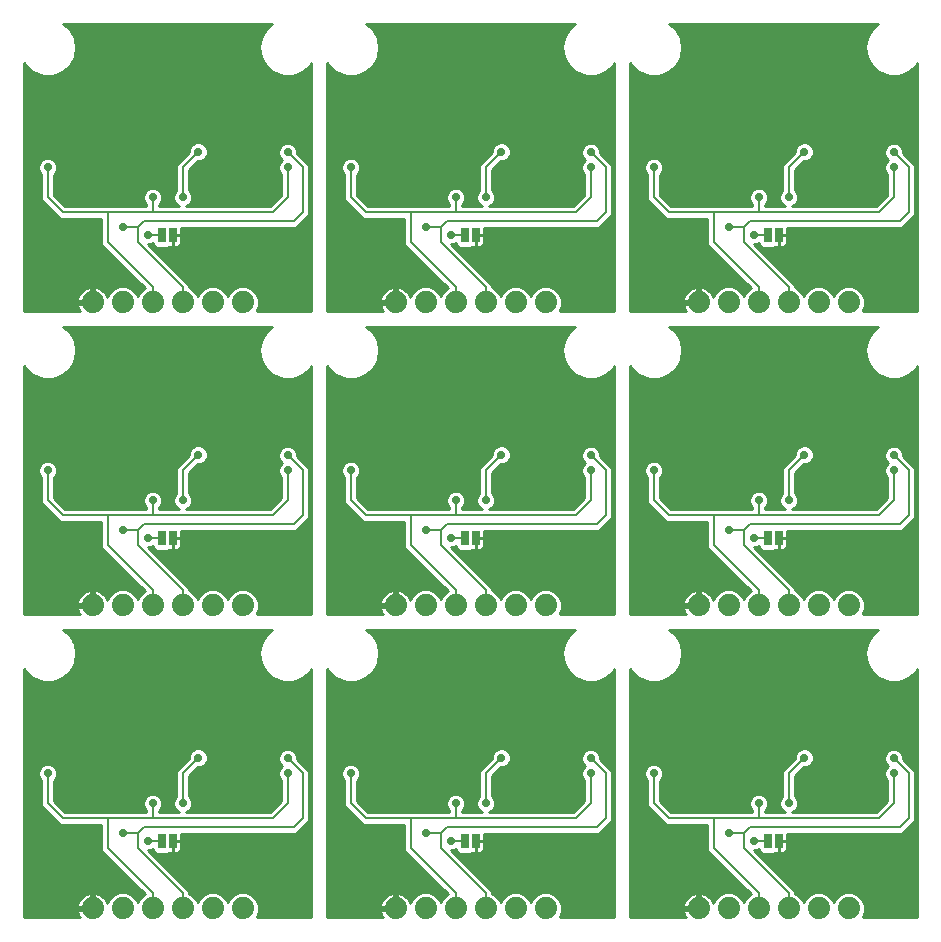
<source format=gbl>
G75*
%MOIN*%
%OFA0B0*%
%FSLAX25Y25*%
%IPPOS*%
%LPD*%
%AMOC8*
5,1,8,0,0,1.08239X$1,22.5*
%
%ADD10R,0.02500X0.05000*%
%ADD11C,0.07400*%
%ADD12C,0.02900*%
%ADD13C,0.00700*%
%ADD14C,0.01000*%
D10*
X0102743Y0062465D03*
X0106286Y0062465D03*
X0203748Y0062465D03*
X0207291Y0062465D03*
X0304752Y0062465D03*
X0308296Y0062465D03*
X0308296Y0163469D03*
X0304752Y0163469D03*
X0207291Y0163469D03*
X0203748Y0163469D03*
X0106286Y0163469D03*
X0102743Y0163469D03*
X0102743Y0264474D03*
X0106286Y0264474D03*
X0203748Y0264474D03*
X0207291Y0264474D03*
X0304752Y0264474D03*
X0308296Y0264474D03*
D11*
X0311524Y0241974D03*
X0321524Y0241974D03*
X0331524Y0241974D03*
X0301524Y0241974D03*
X0291524Y0241974D03*
X0281524Y0241974D03*
X0230519Y0241974D03*
X0220519Y0241974D03*
X0210519Y0241974D03*
X0200519Y0241974D03*
X0190519Y0241974D03*
X0180519Y0241974D03*
X0129514Y0241974D03*
X0119514Y0241974D03*
X0109514Y0241974D03*
X0099514Y0241974D03*
X0089514Y0241974D03*
X0079514Y0241974D03*
X0079514Y0140969D03*
X0089514Y0140969D03*
X0099514Y0140969D03*
X0109514Y0140969D03*
X0119514Y0140969D03*
X0129514Y0140969D03*
X0180519Y0140969D03*
X0190519Y0140969D03*
X0200519Y0140969D03*
X0210519Y0140969D03*
X0220519Y0140969D03*
X0230519Y0140969D03*
X0281524Y0140969D03*
X0291524Y0140969D03*
X0301524Y0140969D03*
X0311524Y0140969D03*
X0321524Y0140969D03*
X0331524Y0140969D03*
X0331524Y0039965D03*
X0321524Y0039965D03*
X0311524Y0039965D03*
X0301524Y0039965D03*
X0291524Y0039965D03*
X0281524Y0039965D03*
X0230519Y0039965D03*
X0220519Y0039965D03*
X0210519Y0039965D03*
X0200519Y0039965D03*
X0190519Y0039965D03*
X0180519Y0039965D03*
X0129514Y0039965D03*
X0119514Y0039965D03*
X0109514Y0039965D03*
X0099514Y0039965D03*
X0089514Y0039965D03*
X0079514Y0039965D03*
D12*
X0098014Y0062465D03*
X0089514Y0064965D03*
X0094514Y0074965D03*
X0099514Y0074965D03*
X0109514Y0074965D03*
X0124514Y0074965D03*
X0114764Y0090215D03*
X0134514Y0104965D03*
X0144514Y0089965D03*
X0144514Y0084965D03*
X0165519Y0084965D03*
X0183019Y0082465D03*
X0183019Y0092965D03*
X0195519Y0074965D03*
X0200519Y0074965D03*
X0210519Y0074965D03*
X0225519Y0074965D03*
X0215769Y0090215D03*
X0235519Y0104965D03*
X0245519Y0089965D03*
X0245519Y0084965D03*
X0266524Y0084965D03*
X0284024Y0082465D03*
X0284024Y0092965D03*
X0296524Y0074965D03*
X0301524Y0074965D03*
X0311524Y0074965D03*
X0326524Y0074965D03*
X0316774Y0090215D03*
X0336524Y0104965D03*
X0346524Y0089965D03*
X0346524Y0084965D03*
X0326524Y0059965D03*
X0300024Y0062465D03*
X0291524Y0064965D03*
X0225519Y0059965D03*
X0199019Y0062465D03*
X0190519Y0064965D03*
X0124514Y0059965D03*
X0082014Y0082465D03*
X0082014Y0092965D03*
X0064514Y0084965D03*
X0124514Y0160969D03*
X0124514Y0175969D03*
X0109514Y0175969D03*
X0099514Y0175969D03*
X0094514Y0175969D03*
X0089514Y0165969D03*
X0098014Y0163469D03*
X0082014Y0183469D03*
X0082014Y0193969D03*
X0064514Y0185969D03*
X0114764Y0191219D03*
X0134514Y0205969D03*
X0144514Y0190969D03*
X0144514Y0185969D03*
X0165519Y0185969D03*
X0183019Y0183469D03*
X0183019Y0193969D03*
X0195519Y0175969D03*
X0200519Y0175969D03*
X0210519Y0175969D03*
X0225519Y0175969D03*
X0225519Y0160969D03*
X0199019Y0163469D03*
X0190519Y0165969D03*
X0215769Y0191219D03*
X0235519Y0205969D03*
X0245519Y0190969D03*
X0245519Y0185969D03*
X0266524Y0185969D03*
X0284024Y0183469D03*
X0284024Y0193969D03*
X0296524Y0175969D03*
X0301524Y0175969D03*
X0311524Y0175969D03*
X0326524Y0175969D03*
X0346524Y0185969D03*
X0346524Y0190969D03*
X0336524Y0205969D03*
X0316774Y0191219D03*
X0291524Y0165969D03*
X0300024Y0163469D03*
X0326524Y0160969D03*
X0326524Y0261974D03*
X0326524Y0276974D03*
X0311524Y0276974D03*
X0301524Y0276974D03*
X0296524Y0276974D03*
X0291524Y0266974D03*
X0300024Y0264474D03*
X0284024Y0284474D03*
X0284024Y0294974D03*
X0266524Y0286974D03*
X0245519Y0286974D03*
X0245519Y0291974D03*
X0235519Y0306974D03*
X0215769Y0292224D03*
X0210519Y0276974D03*
X0200519Y0276974D03*
X0195519Y0276974D03*
X0190519Y0266974D03*
X0199019Y0264474D03*
X0183019Y0284474D03*
X0183019Y0294974D03*
X0165519Y0286974D03*
X0144514Y0286974D03*
X0144514Y0291974D03*
X0134514Y0306974D03*
X0114764Y0292224D03*
X0109514Y0276974D03*
X0099514Y0276974D03*
X0094514Y0276974D03*
X0082014Y0284474D03*
X0082014Y0294974D03*
X0064514Y0286974D03*
X0089514Y0266974D03*
X0098014Y0264474D03*
X0124514Y0261974D03*
X0124514Y0276974D03*
X0225519Y0276974D03*
X0225519Y0261974D03*
X0316774Y0292224D03*
X0336524Y0306974D03*
X0346524Y0291974D03*
X0346524Y0286974D03*
D13*
X0346524Y0276974D01*
X0341524Y0271974D01*
X0301524Y0271974D01*
X0301524Y0276974D01*
X0301524Y0271974D02*
X0286524Y0271974D01*
X0286524Y0261974D01*
X0301524Y0246974D01*
X0301524Y0241974D01*
X0311524Y0241974D02*
X0311524Y0246974D01*
X0296524Y0261974D01*
X0296524Y0266974D01*
X0291524Y0266974D01*
X0296524Y0266974D02*
X0298524Y0268974D01*
X0348524Y0268974D01*
X0351524Y0271974D01*
X0351524Y0286974D01*
X0346524Y0291974D01*
X0316774Y0292224D02*
X0311524Y0286974D01*
X0311524Y0276974D01*
X0304752Y0264474D02*
X0300024Y0264474D01*
X0286524Y0271974D02*
X0271524Y0271974D01*
X0266524Y0276974D01*
X0266524Y0286974D01*
X0250519Y0286974D02*
X0250519Y0271974D01*
X0247519Y0268974D01*
X0197519Y0268974D01*
X0195519Y0266974D01*
X0195519Y0261974D01*
X0210519Y0246974D01*
X0210519Y0241974D01*
X0200519Y0241974D02*
X0200519Y0246974D01*
X0185519Y0261974D01*
X0185519Y0271974D01*
X0170519Y0271974D01*
X0165519Y0276974D01*
X0165519Y0286974D01*
X0149514Y0286974D02*
X0149514Y0271974D01*
X0146514Y0268974D01*
X0096514Y0268974D01*
X0094514Y0266974D01*
X0094514Y0261974D01*
X0109514Y0246974D01*
X0109514Y0241974D01*
X0099514Y0241974D02*
X0099514Y0246974D01*
X0084514Y0261974D01*
X0084514Y0271974D01*
X0069514Y0271974D01*
X0064514Y0276974D01*
X0064514Y0286974D01*
X0084514Y0271974D02*
X0099514Y0271974D01*
X0099514Y0276974D01*
X0099514Y0271974D02*
X0139514Y0271974D01*
X0144514Y0276974D01*
X0144514Y0286974D01*
X0144514Y0291974D02*
X0149514Y0286974D01*
X0114764Y0292224D02*
X0109514Y0286974D01*
X0109514Y0276974D01*
X0102743Y0264474D02*
X0098014Y0264474D01*
X0094514Y0266974D02*
X0089514Y0266974D01*
X0185519Y0271974D02*
X0200519Y0271974D01*
X0200519Y0276974D01*
X0200519Y0271974D02*
X0240519Y0271974D01*
X0245519Y0276974D01*
X0245519Y0286974D01*
X0245519Y0291974D02*
X0250519Y0286974D01*
X0215769Y0292224D02*
X0210519Y0286974D01*
X0210519Y0276974D01*
X0203748Y0264474D02*
X0199019Y0264474D01*
X0195519Y0266974D02*
X0190519Y0266974D01*
X0215769Y0191219D02*
X0210519Y0185969D01*
X0210519Y0175969D01*
X0200519Y0175969D02*
X0200519Y0170969D01*
X0185519Y0170969D01*
X0185519Y0160969D01*
X0200519Y0145969D01*
X0200519Y0140969D01*
X0210519Y0140969D02*
X0210519Y0145969D01*
X0195519Y0160969D01*
X0195519Y0165969D01*
X0190519Y0165969D01*
X0195519Y0165969D02*
X0197519Y0167969D01*
X0247519Y0167969D01*
X0250519Y0170969D01*
X0250519Y0185969D01*
X0245519Y0190969D01*
X0245519Y0185969D02*
X0245519Y0175969D01*
X0240519Y0170969D01*
X0200519Y0170969D01*
X0199019Y0163469D02*
X0203748Y0163469D01*
X0185519Y0170969D02*
X0170519Y0170969D01*
X0165519Y0175969D01*
X0165519Y0185969D01*
X0149514Y0185969D02*
X0149514Y0170969D01*
X0146514Y0167969D01*
X0096514Y0167969D01*
X0094514Y0165969D01*
X0094514Y0160969D01*
X0109514Y0145969D01*
X0109514Y0140969D01*
X0099514Y0140969D02*
X0099514Y0145969D01*
X0084514Y0160969D01*
X0084514Y0170969D01*
X0069514Y0170969D01*
X0064514Y0175969D01*
X0064514Y0185969D01*
X0084514Y0170969D02*
X0099514Y0170969D01*
X0099514Y0175969D01*
X0099514Y0170969D02*
X0139514Y0170969D01*
X0144514Y0175969D01*
X0144514Y0185969D01*
X0144514Y0190969D02*
X0149514Y0185969D01*
X0114764Y0191219D02*
X0109514Y0185969D01*
X0109514Y0175969D01*
X0102743Y0163469D02*
X0098014Y0163469D01*
X0094514Y0165969D02*
X0089514Y0165969D01*
X0114764Y0090215D02*
X0109514Y0084965D01*
X0109514Y0074965D01*
X0099514Y0074965D02*
X0099514Y0069965D01*
X0084514Y0069965D01*
X0084514Y0059965D01*
X0099514Y0044965D01*
X0099514Y0039965D01*
X0109514Y0039965D02*
X0109514Y0044965D01*
X0094514Y0059965D01*
X0094514Y0064965D01*
X0089514Y0064965D01*
X0094514Y0064965D02*
X0096514Y0066965D01*
X0146514Y0066965D01*
X0149514Y0069965D01*
X0149514Y0084965D01*
X0144514Y0089965D01*
X0144514Y0084965D02*
X0144514Y0074965D01*
X0139514Y0069965D01*
X0099514Y0069965D01*
X0098014Y0062465D02*
X0102743Y0062465D01*
X0084514Y0069965D02*
X0069514Y0069965D01*
X0064514Y0074965D01*
X0064514Y0084965D01*
X0165519Y0084965D02*
X0165519Y0074965D01*
X0170519Y0069965D01*
X0185519Y0069965D01*
X0185519Y0059965D01*
X0200519Y0044965D01*
X0200519Y0039965D01*
X0210519Y0039965D02*
X0210519Y0044965D01*
X0195519Y0059965D01*
X0195519Y0064965D01*
X0190519Y0064965D01*
X0195519Y0064965D02*
X0197519Y0066965D01*
X0247519Y0066965D01*
X0250519Y0069965D01*
X0250519Y0084965D01*
X0245519Y0089965D01*
X0245519Y0084965D02*
X0245519Y0074965D01*
X0240519Y0069965D01*
X0200519Y0069965D01*
X0200519Y0074965D01*
X0210519Y0074965D02*
X0210519Y0084965D01*
X0215769Y0090215D01*
X0200519Y0069965D02*
X0185519Y0069965D01*
X0199019Y0062465D02*
X0203748Y0062465D01*
X0266524Y0074965D02*
X0266524Y0084965D01*
X0266524Y0074965D02*
X0271524Y0069965D01*
X0286524Y0069965D01*
X0286524Y0059965D01*
X0301524Y0044965D01*
X0301524Y0039965D01*
X0311524Y0039965D02*
X0311524Y0044965D01*
X0296524Y0059965D01*
X0296524Y0064965D01*
X0291524Y0064965D01*
X0296524Y0064965D02*
X0298524Y0066965D01*
X0348524Y0066965D01*
X0351524Y0069965D01*
X0351524Y0084965D01*
X0346524Y0089965D01*
X0346524Y0084965D02*
X0346524Y0074965D01*
X0341524Y0069965D01*
X0301524Y0069965D01*
X0301524Y0074965D01*
X0301524Y0069965D02*
X0286524Y0069965D01*
X0300024Y0062465D02*
X0304752Y0062465D01*
X0311524Y0074965D02*
X0311524Y0084965D01*
X0316774Y0090215D01*
X0311524Y0140969D02*
X0311524Y0145969D01*
X0296524Y0160969D01*
X0296524Y0165969D01*
X0291524Y0165969D01*
X0296524Y0165969D02*
X0298524Y0167969D01*
X0348524Y0167969D01*
X0351524Y0170969D01*
X0351524Y0185969D01*
X0346524Y0190969D01*
X0346524Y0185969D02*
X0346524Y0175969D01*
X0341524Y0170969D01*
X0301524Y0170969D01*
X0301524Y0175969D01*
X0301524Y0170969D02*
X0286524Y0170969D01*
X0286524Y0160969D01*
X0301524Y0145969D01*
X0301524Y0140969D01*
X0300024Y0163469D02*
X0304752Y0163469D01*
X0311524Y0175969D02*
X0311524Y0185969D01*
X0316774Y0191219D01*
X0286524Y0170969D02*
X0271524Y0170969D01*
X0266524Y0175969D01*
X0266524Y0185969D01*
D14*
X0056614Y0119848D02*
X0056614Y0037065D01*
X0075194Y0037065D01*
X0075067Y0037239D01*
X0074695Y0037968D01*
X0074442Y0038747D01*
X0074329Y0039465D01*
X0079014Y0039465D01*
X0079014Y0040465D01*
X0079014Y0045150D01*
X0078297Y0045037D01*
X0077518Y0044784D01*
X0076789Y0044412D01*
X0076127Y0043931D01*
X0075548Y0043352D01*
X0075067Y0042690D01*
X0074695Y0041961D01*
X0074442Y0041182D01*
X0074329Y0040465D01*
X0079014Y0040465D01*
X0080014Y0040465D01*
X0080014Y0045150D01*
X0080732Y0045037D01*
X0081511Y0044784D01*
X0082240Y0044412D01*
X0082902Y0043931D01*
X0083481Y0043352D01*
X0083962Y0042690D01*
X0084333Y0041961D01*
X0084405Y0041740D01*
X0084937Y0043023D01*
X0086456Y0044542D01*
X0088440Y0045365D01*
X0090589Y0045365D01*
X0092573Y0044542D01*
X0094092Y0043023D01*
X0094514Y0042004D01*
X0094937Y0043023D01*
X0096456Y0044542D01*
X0096867Y0044713D01*
X0083665Y0057915D01*
X0082464Y0059115D01*
X0082464Y0067915D01*
X0068665Y0067915D01*
X0063665Y0072915D01*
X0062464Y0074115D01*
X0062464Y0082560D01*
X0061844Y0083180D01*
X0061364Y0084338D01*
X0061364Y0085591D01*
X0061844Y0086749D01*
X0062730Y0087635D01*
X0063888Y0088115D01*
X0065141Y0088115D01*
X0066299Y0087635D01*
X0067185Y0086749D01*
X0067664Y0085591D01*
X0067664Y0084338D01*
X0067185Y0083180D01*
X0066564Y0082560D01*
X0066564Y0075814D01*
X0070364Y0072015D01*
X0097464Y0072015D01*
X0097464Y0072560D01*
X0096844Y0073180D01*
X0096364Y0074338D01*
X0096364Y0075591D01*
X0096844Y0076749D01*
X0097730Y0077635D01*
X0098888Y0078115D01*
X0100141Y0078115D01*
X0101299Y0077635D01*
X0102185Y0076749D01*
X0102664Y0075591D01*
X0102664Y0074338D01*
X0102185Y0073180D01*
X0101564Y0072560D01*
X0101564Y0072015D01*
X0108405Y0072015D01*
X0107730Y0072294D01*
X0106844Y0073180D01*
X0106364Y0074338D01*
X0106364Y0075591D01*
X0106844Y0076749D01*
X0107464Y0077369D01*
X0107464Y0085814D01*
X0111614Y0089964D01*
X0111614Y0090841D01*
X0112094Y0091999D01*
X0112980Y0092885D01*
X0114138Y0093365D01*
X0115391Y0093365D01*
X0116549Y0092885D01*
X0117435Y0091999D01*
X0117914Y0090841D01*
X0117914Y0089588D01*
X0117435Y0088430D01*
X0116549Y0087544D01*
X0115391Y0087065D01*
X0114514Y0087065D01*
X0111564Y0084115D01*
X0111564Y0077369D01*
X0112185Y0076749D01*
X0112664Y0075591D01*
X0112664Y0074338D01*
X0112185Y0073180D01*
X0111299Y0072294D01*
X0110624Y0072015D01*
X0138665Y0072015D01*
X0142464Y0075814D01*
X0142464Y0082560D01*
X0141844Y0083180D01*
X0141364Y0084338D01*
X0141364Y0085591D01*
X0141844Y0086749D01*
X0142560Y0087465D01*
X0141844Y0088180D01*
X0141364Y0089338D01*
X0141364Y0090591D01*
X0141844Y0091749D01*
X0142730Y0092635D01*
X0143888Y0093115D01*
X0145141Y0093115D01*
X0146299Y0092635D01*
X0147185Y0091749D01*
X0147664Y0090591D01*
X0147664Y0089714D01*
X0150364Y0087015D01*
X0151564Y0085814D01*
X0151564Y0069115D01*
X0147364Y0064915D01*
X0109036Y0064915D01*
X0109036Y0062590D01*
X0106411Y0062590D01*
X0106411Y0062340D01*
X0109036Y0062340D01*
X0109036Y0059767D01*
X0108934Y0059386D01*
X0108736Y0059044D01*
X0108457Y0058764D01*
X0108115Y0058567D01*
X0107734Y0058465D01*
X0106411Y0058465D01*
X0106411Y0062339D01*
X0106161Y0062339D01*
X0106161Y0058465D01*
X0104897Y0058465D01*
X0104697Y0058265D01*
X0100789Y0058265D01*
X0099793Y0059260D01*
X0099793Y0059792D01*
X0098641Y0059315D01*
X0098064Y0059315D01*
X0111564Y0045814D01*
X0111564Y0044960D01*
X0112573Y0044542D01*
X0114092Y0043023D01*
X0114514Y0042004D01*
X0114937Y0043023D01*
X0116456Y0044542D01*
X0118440Y0045365D01*
X0120589Y0045365D01*
X0122573Y0044542D01*
X0124092Y0043023D01*
X0124514Y0042004D01*
X0124937Y0043023D01*
X0126456Y0044542D01*
X0128440Y0045365D01*
X0130589Y0045365D01*
X0132573Y0044542D01*
X0134092Y0043023D01*
X0134914Y0041039D01*
X0134914Y0038890D01*
X0134158Y0037065D01*
X0152414Y0037065D01*
X0152414Y0119848D01*
X0151826Y0118829D01*
X0151826Y0118829D01*
X0149287Y0116698D01*
X0149287Y0116698D01*
X0146172Y0115565D01*
X0142857Y0115565D01*
X0139742Y0116698D01*
X0139742Y0116698D01*
X0137203Y0118829D01*
X0137203Y0118829D01*
X0135545Y0121700D01*
X0135545Y0121700D01*
X0134969Y0124965D01*
X0134969Y0124965D01*
X0135545Y0128229D01*
X0135545Y0128229D01*
X0137203Y0131100D01*
X0137203Y0131100D01*
X0139305Y0132865D01*
X0069723Y0132865D01*
X0071826Y0131100D01*
X0071826Y0131100D01*
X0073484Y0128229D01*
X0073484Y0128229D01*
X0074059Y0124965D01*
X0074059Y0124965D01*
X0073484Y0121700D01*
X0073484Y0121700D01*
X0071826Y0118829D01*
X0071826Y0118829D01*
X0069287Y0116698D01*
X0066172Y0115565D01*
X0062857Y0115565D01*
X0059742Y0116698D01*
X0059742Y0116698D01*
X0057203Y0118829D01*
X0057203Y0118829D01*
X0056614Y0119848D01*
X0056614Y0119838D02*
X0056620Y0119838D01*
X0056614Y0118840D02*
X0057197Y0118840D01*
X0056614Y0117841D02*
X0058380Y0117841D01*
X0059570Y0116842D02*
X0056614Y0116842D01*
X0056614Y0115844D02*
X0062089Y0115844D01*
X0066940Y0115844D02*
X0142089Y0115844D01*
X0139570Y0116842D02*
X0069459Y0116842D01*
X0070649Y0117841D02*
X0138380Y0117841D01*
X0137197Y0118840D02*
X0071832Y0118840D01*
X0071826Y0118829D02*
X0071826Y0118829D01*
X0072409Y0119838D02*
X0136620Y0119838D01*
X0136044Y0120837D02*
X0072985Y0120837D01*
X0073508Y0121835D02*
X0135521Y0121835D01*
X0135345Y0122834D02*
X0073684Y0122834D01*
X0073860Y0123832D02*
X0135169Y0123832D01*
X0134993Y0124831D02*
X0074036Y0124831D01*
X0073907Y0125829D02*
X0135122Y0125829D01*
X0135298Y0126828D02*
X0073731Y0126828D01*
X0073555Y0127826D02*
X0135474Y0127826D01*
X0135889Y0128825D02*
X0073140Y0128825D01*
X0072564Y0129823D02*
X0136465Y0129823D01*
X0137042Y0130822D02*
X0071987Y0130822D01*
X0070968Y0131820D02*
X0138061Y0131820D01*
X0137203Y0131100D02*
X0137203Y0131100D01*
X0139251Y0132819D02*
X0069778Y0132819D01*
X0075194Y0138069D02*
X0056614Y0138069D01*
X0056614Y0220853D01*
X0057203Y0219834D01*
X0059742Y0217703D01*
X0062857Y0216569D01*
X0066172Y0216569D01*
X0069287Y0217703D01*
X0071826Y0219834D01*
X0073484Y0222705D01*
X0074059Y0225969D01*
X0073484Y0229234D01*
X0073484Y0229234D01*
X0071826Y0232105D01*
X0069723Y0233869D01*
X0139305Y0233869D01*
X0137203Y0232105D01*
X0137203Y0232105D01*
X0137203Y0232105D01*
X0135545Y0229234D01*
X0135545Y0229234D01*
X0134969Y0225969D01*
X0134969Y0225969D01*
X0135545Y0222705D01*
X0137203Y0219834D01*
X0139742Y0217703D01*
X0142857Y0216569D01*
X0146172Y0216569D01*
X0149287Y0217703D01*
X0151826Y0219834D01*
X0152414Y0220853D01*
X0152414Y0138069D01*
X0134158Y0138069D01*
X0134914Y0139895D01*
X0134914Y0142043D01*
X0134092Y0144028D01*
X0132573Y0145547D01*
X0130589Y0146369D01*
X0128440Y0146369D01*
X0126456Y0145547D01*
X0124937Y0144028D01*
X0124514Y0143009D01*
X0124092Y0144028D01*
X0122573Y0145547D01*
X0120589Y0146369D01*
X0118440Y0146369D01*
X0116456Y0145547D01*
X0114937Y0144028D01*
X0114514Y0143009D01*
X0114092Y0144028D01*
X0112573Y0145547D01*
X0111564Y0145965D01*
X0111564Y0146818D01*
X0098064Y0160319D01*
X0098641Y0160319D01*
X0099793Y0160796D01*
X0099793Y0160265D01*
X0100789Y0159269D01*
X0104697Y0159269D01*
X0104897Y0159469D01*
X0106161Y0159469D01*
X0106161Y0163344D01*
X0106411Y0163344D01*
X0106411Y0159469D01*
X0107734Y0159469D01*
X0108115Y0159572D01*
X0108457Y0159769D01*
X0108736Y0160048D01*
X0108934Y0160390D01*
X0109036Y0160772D01*
X0109036Y0163344D01*
X0106411Y0163344D01*
X0106411Y0163594D01*
X0109036Y0163594D01*
X0109036Y0165919D01*
X0147364Y0165919D01*
X0148564Y0167120D01*
X0148564Y0167120D01*
X0150364Y0168919D01*
X0151564Y0170120D01*
X0151564Y0186818D01*
X0150364Y0188019D01*
X0147664Y0190718D01*
X0147664Y0191596D01*
X0147185Y0192754D01*
X0146299Y0193640D01*
X0145141Y0194119D01*
X0143888Y0194119D01*
X0142730Y0193640D01*
X0141844Y0192754D01*
X0141364Y0191596D01*
X0141364Y0190343D01*
X0141844Y0189185D01*
X0142560Y0188469D01*
X0141844Y0187754D01*
X0141364Y0186596D01*
X0141364Y0185343D01*
X0141844Y0184185D01*
X0142464Y0183565D01*
X0142464Y0176818D01*
X0138665Y0173019D01*
X0110624Y0173019D01*
X0111299Y0173299D01*
X0112185Y0174185D01*
X0112664Y0175343D01*
X0112664Y0176596D01*
X0112185Y0177754D01*
X0111564Y0178374D01*
X0111564Y0185120D01*
X0114514Y0188069D01*
X0115391Y0188069D01*
X0116549Y0188549D01*
X0117435Y0189435D01*
X0117914Y0190593D01*
X0117914Y0191846D01*
X0117435Y0193004D01*
X0116549Y0193890D01*
X0115391Y0194369D01*
X0114138Y0194369D01*
X0112980Y0193890D01*
X0112094Y0193004D01*
X0111614Y0191846D01*
X0111614Y0190968D01*
X0107464Y0186818D01*
X0107464Y0178374D01*
X0106844Y0177754D01*
X0106364Y0176596D01*
X0106364Y0175343D01*
X0106844Y0174185D01*
X0107730Y0173299D01*
X0108405Y0173019D01*
X0101564Y0173019D01*
X0101564Y0173565D01*
X0102185Y0174185D01*
X0102664Y0175343D01*
X0102664Y0176596D01*
X0102185Y0177754D01*
X0101299Y0178640D01*
X0100141Y0179119D01*
X0098888Y0179119D01*
X0097730Y0178640D01*
X0096844Y0177754D01*
X0096364Y0176596D01*
X0096364Y0175343D01*
X0096844Y0174185D01*
X0097464Y0173565D01*
X0097464Y0173019D01*
X0070364Y0173019D01*
X0066564Y0176818D01*
X0066564Y0183565D01*
X0067185Y0184185D01*
X0067664Y0185343D01*
X0067664Y0186596D01*
X0067185Y0187754D01*
X0066299Y0188640D01*
X0065141Y0189119D01*
X0063888Y0189119D01*
X0062730Y0188640D01*
X0061844Y0187754D01*
X0061364Y0186596D01*
X0061364Y0185343D01*
X0061844Y0184185D01*
X0062464Y0183565D01*
X0062464Y0175120D01*
X0063665Y0173919D01*
X0068665Y0168919D01*
X0082464Y0168919D01*
X0082464Y0160120D01*
X0083665Y0158919D01*
X0096867Y0145718D01*
X0096456Y0145547D01*
X0094937Y0144028D01*
X0094514Y0143009D01*
X0094092Y0144028D01*
X0092573Y0145547D01*
X0090589Y0146369D01*
X0088440Y0146369D01*
X0086456Y0145547D01*
X0084937Y0144028D01*
X0084405Y0142745D01*
X0084333Y0142965D01*
X0083962Y0143695D01*
X0083481Y0144357D01*
X0082902Y0144936D01*
X0082240Y0145417D01*
X0081511Y0145788D01*
X0080732Y0146041D01*
X0080014Y0146155D01*
X0080014Y0141469D01*
X0079014Y0141469D01*
X0079014Y0140469D01*
X0074329Y0140469D01*
X0074442Y0139752D01*
X0074695Y0138973D01*
X0075067Y0138244D01*
X0075194Y0138069D01*
X0074779Y0138810D02*
X0056614Y0138810D01*
X0056614Y0139808D02*
X0074433Y0139808D01*
X0074329Y0141469D02*
X0079014Y0141469D01*
X0079014Y0146155D01*
X0078297Y0146041D01*
X0077518Y0145788D01*
X0076789Y0145417D01*
X0076127Y0144936D01*
X0075548Y0144357D01*
X0075067Y0143695D01*
X0074695Y0142965D01*
X0074442Y0142187D01*
X0074329Y0141469D01*
X0074382Y0141805D02*
X0056614Y0141805D01*
X0056614Y0140807D02*
X0079014Y0140807D01*
X0079014Y0141805D02*
X0080014Y0141805D01*
X0080014Y0142804D02*
X0079014Y0142804D01*
X0079014Y0143802D02*
X0080014Y0143802D01*
X0080014Y0144801D02*
X0079014Y0144801D01*
X0079014Y0145799D02*
X0080014Y0145799D01*
X0081477Y0145799D02*
X0087064Y0145799D01*
X0085709Y0144801D02*
X0083037Y0144801D01*
X0083884Y0143802D02*
X0084843Y0143802D01*
X0084429Y0142804D02*
X0084386Y0142804D01*
X0091965Y0145799D02*
X0096785Y0145799D01*
X0095787Y0146798D02*
X0056614Y0146798D01*
X0056614Y0147796D02*
X0094788Y0147796D01*
X0093790Y0148795D02*
X0056614Y0148795D01*
X0056614Y0149793D02*
X0092791Y0149793D01*
X0091793Y0150792D02*
X0056614Y0150792D01*
X0056614Y0151790D02*
X0090794Y0151790D01*
X0089796Y0152789D02*
X0056614Y0152789D01*
X0056614Y0153787D02*
X0088797Y0153787D01*
X0087799Y0154786D02*
X0056614Y0154786D01*
X0056614Y0155784D02*
X0086800Y0155784D01*
X0085802Y0156783D02*
X0056614Y0156783D01*
X0056614Y0157781D02*
X0084803Y0157781D01*
X0083805Y0158780D02*
X0056614Y0158780D01*
X0056614Y0159778D02*
X0082806Y0159778D01*
X0082464Y0160777D02*
X0056614Y0160777D01*
X0056614Y0161776D02*
X0082464Y0161776D01*
X0082464Y0162774D02*
X0056614Y0162774D01*
X0056614Y0163773D02*
X0082464Y0163773D01*
X0082464Y0164771D02*
X0056614Y0164771D01*
X0056614Y0165770D02*
X0082464Y0165770D01*
X0082464Y0166768D02*
X0056614Y0166768D01*
X0056614Y0167767D02*
X0082464Y0167767D01*
X0082464Y0168765D02*
X0056614Y0168765D01*
X0056614Y0169764D02*
X0067821Y0169764D01*
X0066822Y0170762D02*
X0056614Y0170762D01*
X0056614Y0171761D02*
X0065824Y0171761D01*
X0064825Y0172759D02*
X0056614Y0172759D01*
X0056614Y0173758D02*
X0063827Y0173758D01*
X0062828Y0174756D02*
X0056614Y0174756D01*
X0056614Y0175755D02*
X0062464Y0175755D01*
X0062464Y0176753D02*
X0056614Y0176753D01*
X0056614Y0177752D02*
X0062464Y0177752D01*
X0062464Y0178750D02*
X0056614Y0178750D01*
X0056614Y0179749D02*
X0062464Y0179749D01*
X0062464Y0180747D02*
X0056614Y0180747D01*
X0056614Y0181746D02*
X0062464Y0181746D01*
X0062464Y0182744D02*
X0056614Y0182744D01*
X0056614Y0183743D02*
X0062286Y0183743D01*
X0061614Y0184741D02*
X0056614Y0184741D01*
X0056614Y0185740D02*
X0061364Y0185740D01*
X0061423Y0186738D02*
X0056614Y0186738D01*
X0056614Y0187737D02*
X0061837Y0187737D01*
X0062961Y0188735D02*
X0056614Y0188735D01*
X0056614Y0189734D02*
X0110380Y0189734D01*
X0111378Y0190732D02*
X0056614Y0190732D01*
X0056614Y0191731D02*
X0111614Y0191731D01*
X0111980Y0192729D02*
X0056614Y0192729D01*
X0056614Y0193728D02*
X0112818Y0193728D01*
X0116711Y0193728D02*
X0142943Y0193728D01*
X0141834Y0192729D02*
X0117548Y0192729D01*
X0117914Y0191731D02*
X0141420Y0191731D01*
X0141364Y0190732D02*
X0117914Y0190732D01*
X0117559Y0189734D02*
X0141617Y0189734D01*
X0142294Y0188735D02*
X0116735Y0188735D01*
X0114181Y0187737D02*
X0141837Y0187737D01*
X0141423Y0186738D02*
X0113183Y0186738D01*
X0112184Y0185740D02*
X0141364Y0185740D01*
X0141614Y0184741D02*
X0111564Y0184741D01*
X0111564Y0183743D02*
X0142286Y0183743D01*
X0142464Y0182744D02*
X0111564Y0182744D01*
X0111564Y0181746D02*
X0142464Y0181746D01*
X0142464Y0180747D02*
X0111564Y0180747D01*
X0111564Y0179749D02*
X0142464Y0179749D01*
X0142464Y0178750D02*
X0111564Y0178750D01*
X0112186Y0177752D02*
X0142464Y0177752D01*
X0142399Y0176753D02*
X0112599Y0176753D01*
X0112664Y0175755D02*
X0141401Y0175755D01*
X0140402Y0174756D02*
X0112421Y0174756D01*
X0111758Y0173758D02*
X0139404Y0173758D01*
X0148212Y0166768D02*
X0152414Y0166768D01*
X0152414Y0165770D02*
X0109036Y0165770D01*
X0109036Y0164771D02*
X0152414Y0164771D01*
X0152414Y0163773D02*
X0109036Y0163773D01*
X0109036Y0162774D02*
X0152414Y0162774D01*
X0152414Y0161776D02*
X0109036Y0161776D01*
X0109036Y0160777D02*
X0152414Y0160777D01*
X0152414Y0159778D02*
X0108467Y0159778D01*
X0106411Y0159778D02*
X0106161Y0159778D01*
X0106161Y0160777D02*
X0106411Y0160777D01*
X0106411Y0161776D02*
X0106161Y0161776D01*
X0106161Y0162774D02*
X0106411Y0162774D01*
X0100279Y0159778D02*
X0098604Y0159778D01*
X0099603Y0158780D02*
X0152414Y0158780D01*
X0152414Y0157781D02*
X0100601Y0157781D01*
X0101600Y0156783D02*
X0152414Y0156783D01*
X0152414Y0155784D02*
X0102598Y0155784D01*
X0103597Y0154786D02*
X0152414Y0154786D01*
X0152414Y0153787D02*
X0104595Y0153787D01*
X0105594Y0152789D02*
X0152414Y0152789D01*
X0152414Y0151790D02*
X0106592Y0151790D01*
X0107591Y0150792D02*
X0152414Y0150792D01*
X0152414Y0149793D02*
X0108589Y0149793D01*
X0109588Y0148795D02*
X0152414Y0148795D01*
X0152414Y0147796D02*
X0110587Y0147796D01*
X0111564Y0146798D02*
X0152414Y0146798D01*
X0152414Y0145799D02*
X0131965Y0145799D01*
X0133320Y0144801D02*
X0152414Y0144801D01*
X0152414Y0143802D02*
X0134186Y0143802D01*
X0134599Y0142804D02*
X0152414Y0142804D01*
X0152414Y0141805D02*
X0134914Y0141805D01*
X0134914Y0140807D02*
X0152414Y0140807D01*
X0152414Y0139808D02*
X0134878Y0139808D01*
X0134465Y0138810D02*
X0152414Y0138810D01*
X0157619Y0138810D02*
X0175783Y0138810D01*
X0175700Y0138973D02*
X0176072Y0138244D01*
X0176199Y0138069D01*
X0157619Y0138069D01*
X0157619Y0220853D01*
X0158207Y0219834D01*
X0160747Y0217703D01*
X0163862Y0216569D01*
X0167177Y0216569D01*
X0170292Y0217703D01*
X0172831Y0219834D01*
X0174489Y0222705D01*
X0175064Y0225969D01*
X0175064Y0225969D01*
X0174489Y0229234D01*
X0172831Y0232105D01*
X0170728Y0233869D01*
X0240310Y0233869D01*
X0238207Y0232105D01*
X0238207Y0232105D01*
X0238207Y0232105D01*
X0236550Y0229234D01*
X0235974Y0225969D01*
X0236550Y0222705D01*
X0236550Y0222705D01*
X0238207Y0219834D01*
X0240747Y0217703D01*
X0243862Y0216569D01*
X0247177Y0216569D01*
X0250292Y0217703D01*
X0252831Y0219834D01*
X0253419Y0220853D01*
X0253419Y0138069D01*
X0235163Y0138069D01*
X0235919Y0139895D01*
X0235919Y0142043D01*
X0235097Y0144028D01*
X0233578Y0145547D01*
X0231593Y0146369D01*
X0229445Y0146369D01*
X0227460Y0145547D01*
X0225941Y0144028D01*
X0225519Y0143009D01*
X0225097Y0144028D01*
X0223578Y0145547D01*
X0221593Y0146369D01*
X0219445Y0146369D01*
X0217460Y0145547D01*
X0215941Y0144028D01*
X0215519Y0143009D01*
X0215097Y0144028D01*
X0213578Y0145547D01*
X0212569Y0145965D01*
X0212569Y0146818D01*
X0199068Y0160319D01*
X0199646Y0160319D01*
X0200798Y0160796D01*
X0200798Y0160265D01*
X0201793Y0159269D01*
X0205702Y0159269D01*
X0205902Y0159469D01*
X0207166Y0159469D01*
X0207166Y0163344D01*
X0207416Y0163344D01*
X0207416Y0159469D01*
X0208738Y0159469D01*
X0209120Y0159572D01*
X0209462Y0159769D01*
X0209741Y0160048D01*
X0209939Y0160390D01*
X0210041Y0160772D01*
X0210041Y0163344D01*
X0207416Y0163344D01*
X0207416Y0163594D01*
X0210041Y0163594D01*
X0210041Y0165919D01*
X0248368Y0165919D01*
X0249569Y0167120D01*
X0252569Y0170120D01*
X0252569Y0186818D01*
X0248669Y0190718D01*
X0248669Y0191596D01*
X0248190Y0192754D01*
X0247303Y0193640D01*
X0246146Y0194119D01*
X0244893Y0194119D01*
X0243735Y0193640D01*
X0242849Y0192754D01*
X0242369Y0191596D01*
X0242369Y0190343D01*
X0242849Y0189185D01*
X0243564Y0188469D01*
X0242849Y0187754D01*
X0242369Y0186596D01*
X0242369Y0185343D01*
X0242849Y0184185D01*
X0243469Y0183565D01*
X0243469Y0176818D01*
X0239670Y0173019D01*
X0211629Y0173019D01*
X0212303Y0173299D01*
X0213190Y0174185D01*
X0213669Y0175343D01*
X0213669Y0176596D01*
X0213190Y0177754D01*
X0212569Y0178374D01*
X0212569Y0185120D01*
X0215518Y0188069D01*
X0216396Y0188069D01*
X0217553Y0188549D01*
X0218440Y0189435D01*
X0218919Y0190593D01*
X0218919Y0191846D01*
X0218440Y0193004D01*
X0217553Y0193890D01*
X0216396Y0194369D01*
X0215143Y0194369D01*
X0213985Y0193890D01*
X0213099Y0193004D01*
X0212619Y0191846D01*
X0212619Y0190968D01*
X0208469Y0186818D01*
X0208469Y0178374D01*
X0207849Y0177754D01*
X0207369Y0176596D01*
X0207369Y0175343D01*
X0207849Y0174185D01*
X0208735Y0173299D01*
X0209410Y0173019D01*
X0202569Y0173019D01*
X0202569Y0173565D01*
X0203190Y0174185D01*
X0203669Y0175343D01*
X0203669Y0176596D01*
X0203190Y0177754D01*
X0202303Y0178640D01*
X0201146Y0179119D01*
X0199893Y0179119D01*
X0198735Y0178640D01*
X0197849Y0177754D01*
X0197369Y0176596D01*
X0197369Y0175343D01*
X0197849Y0174185D01*
X0198469Y0173565D01*
X0198469Y0173019D01*
X0171368Y0173019D01*
X0167569Y0176818D01*
X0167569Y0183565D01*
X0168190Y0184185D01*
X0168669Y0185343D01*
X0168669Y0186596D01*
X0168190Y0187754D01*
X0167303Y0188640D01*
X0166146Y0189119D01*
X0164893Y0189119D01*
X0163735Y0188640D01*
X0162849Y0187754D01*
X0162369Y0186596D01*
X0162369Y0185343D01*
X0162849Y0184185D01*
X0163469Y0183565D01*
X0163469Y0175120D01*
X0164670Y0173919D01*
X0169670Y0168919D01*
X0183469Y0168919D01*
X0183469Y0160120D01*
X0184670Y0158919D01*
X0197872Y0145718D01*
X0197460Y0145547D01*
X0195941Y0144028D01*
X0195519Y0143009D01*
X0195097Y0144028D01*
X0193578Y0145547D01*
X0191593Y0146369D01*
X0189445Y0146369D01*
X0187460Y0145547D01*
X0185941Y0144028D01*
X0185410Y0142745D01*
X0185338Y0142965D01*
X0184967Y0143695D01*
X0184485Y0144357D01*
X0183907Y0144936D01*
X0183245Y0145417D01*
X0182515Y0145788D01*
X0181737Y0146041D01*
X0181019Y0146155D01*
X0181019Y0141469D01*
X0180019Y0141469D01*
X0180019Y0140469D01*
X0175334Y0140469D01*
X0175447Y0139752D01*
X0175700Y0138973D01*
X0175438Y0139808D02*
X0157619Y0139808D01*
X0157619Y0140807D02*
X0180019Y0140807D01*
X0180019Y0141469D02*
X0175334Y0141469D01*
X0175447Y0142187D01*
X0175700Y0142965D01*
X0176072Y0143695D01*
X0176553Y0144357D01*
X0177132Y0144936D01*
X0177794Y0145417D01*
X0178523Y0145788D01*
X0179301Y0146041D01*
X0180019Y0146155D01*
X0180019Y0141469D01*
X0180019Y0141805D02*
X0181019Y0141805D01*
X0181019Y0142804D02*
X0180019Y0142804D01*
X0180019Y0143802D02*
X0181019Y0143802D01*
X0181019Y0144801D02*
X0180019Y0144801D01*
X0180019Y0145799D02*
X0181019Y0145799D01*
X0182481Y0145799D02*
X0188069Y0145799D01*
X0186714Y0144801D02*
X0184042Y0144801D01*
X0184888Y0143802D02*
X0185848Y0143802D01*
X0185434Y0142804D02*
X0185391Y0142804D01*
X0192969Y0145799D02*
X0197790Y0145799D01*
X0196791Y0146798D02*
X0157619Y0146798D01*
X0157619Y0147796D02*
X0195793Y0147796D01*
X0194794Y0148795D02*
X0157619Y0148795D01*
X0157619Y0149793D02*
X0193796Y0149793D01*
X0192797Y0150792D02*
X0157619Y0150792D01*
X0157619Y0151790D02*
X0191799Y0151790D01*
X0190800Y0152789D02*
X0157619Y0152789D01*
X0157619Y0153787D02*
X0189802Y0153787D01*
X0188803Y0154786D02*
X0157619Y0154786D01*
X0157619Y0155784D02*
X0187805Y0155784D01*
X0186806Y0156783D02*
X0157619Y0156783D01*
X0157619Y0157781D02*
X0185808Y0157781D01*
X0184809Y0158780D02*
X0157619Y0158780D01*
X0157619Y0159778D02*
X0183811Y0159778D01*
X0183469Y0160777D02*
X0157619Y0160777D01*
X0157619Y0161776D02*
X0183469Y0161776D01*
X0183469Y0162774D02*
X0157619Y0162774D01*
X0157619Y0163773D02*
X0183469Y0163773D01*
X0183469Y0164771D02*
X0157619Y0164771D01*
X0157619Y0165770D02*
X0183469Y0165770D01*
X0183469Y0166768D02*
X0157619Y0166768D01*
X0157619Y0167767D02*
X0183469Y0167767D01*
X0183469Y0168765D02*
X0157619Y0168765D01*
X0157619Y0169764D02*
X0168826Y0169764D01*
X0167827Y0170762D02*
X0157619Y0170762D01*
X0157619Y0171761D02*
X0166829Y0171761D01*
X0165830Y0172759D02*
X0157619Y0172759D01*
X0157619Y0173758D02*
X0164832Y0173758D01*
X0163833Y0174756D02*
X0157619Y0174756D01*
X0157619Y0175755D02*
X0163469Y0175755D01*
X0163469Y0176753D02*
X0157619Y0176753D01*
X0157619Y0177752D02*
X0163469Y0177752D01*
X0163469Y0178750D02*
X0157619Y0178750D01*
X0157619Y0179749D02*
X0163469Y0179749D01*
X0163469Y0180747D02*
X0157619Y0180747D01*
X0157619Y0181746D02*
X0163469Y0181746D01*
X0163469Y0182744D02*
X0157619Y0182744D01*
X0157619Y0183743D02*
X0163291Y0183743D01*
X0162618Y0184741D02*
X0157619Y0184741D01*
X0157619Y0185740D02*
X0162369Y0185740D01*
X0162428Y0186738D02*
X0157619Y0186738D01*
X0157619Y0187737D02*
X0162842Y0187737D01*
X0163966Y0188735D02*
X0157619Y0188735D01*
X0157619Y0189734D02*
X0211385Y0189734D01*
X0212383Y0190732D02*
X0157619Y0190732D01*
X0157619Y0191731D02*
X0212619Y0191731D01*
X0212985Y0192729D02*
X0157619Y0192729D01*
X0157619Y0193728D02*
X0213823Y0193728D01*
X0217715Y0193728D02*
X0243948Y0193728D01*
X0242839Y0192729D02*
X0218553Y0192729D01*
X0218919Y0191731D02*
X0242425Y0191731D01*
X0242369Y0190732D02*
X0218919Y0190732D01*
X0218563Y0189734D02*
X0242621Y0189734D01*
X0243298Y0188735D02*
X0217740Y0188735D01*
X0215186Y0187737D02*
X0242842Y0187737D01*
X0242428Y0186738D02*
X0214187Y0186738D01*
X0213189Y0185740D02*
X0242369Y0185740D01*
X0242618Y0184741D02*
X0212569Y0184741D01*
X0212569Y0183743D02*
X0243291Y0183743D01*
X0243469Y0182744D02*
X0212569Y0182744D01*
X0212569Y0181746D02*
X0243469Y0181746D01*
X0243469Y0180747D02*
X0212569Y0180747D01*
X0212569Y0179749D02*
X0243469Y0179749D01*
X0243469Y0178750D02*
X0212569Y0178750D01*
X0213190Y0177752D02*
X0243469Y0177752D01*
X0243404Y0176753D02*
X0213604Y0176753D01*
X0213669Y0175755D02*
X0242405Y0175755D01*
X0241407Y0174756D02*
X0213426Y0174756D01*
X0212762Y0173758D02*
X0240408Y0173758D01*
X0249217Y0166768D02*
X0253419Y0166768D01*
X0253419Y0165770D02*
X0210041Y0165770D01*
X0210041Y0164771D02*
X0253419Y0164771D01*
X0253419Y0163773D02*
X0210041Y0163773D01*
X0210041Y0162774D02*
X0253419Y0162774D01*
X0253419Y0161776D02*
X0210041Y0161776D01*
X0210041Y0160777D02*
X0253419Y0160777D01*
X0253419Y0159778D02*
X0209471Y0159778D01*
X0207416Y0159778D02*
X0207166Y0159778D01*
X0207166Y0160777D02*
X0207416Y0160777D01*
X0207416Y0161776D02*
X0207166Y0161776D01*
X0207166Y0162774D02*
X0207416Y0162774D01*
X0201284Y0159778D02*
X0199609Y0159778D01*
X0200608Y0158780D02*
X0253419Y0158780D01*
X0253419Y0157781D02*
X0201606Y0157781D01*
X0202605Y0156783D02*
X0253419Y0156783D01*
X0253419Y0155784D02*
X0203603Y0155784D01*
X0204602Y0154786D02*
X0253419Y0154786D01*
X0253419Y0153787D02*
X0205600Y0153787D01*
X0206599Y0152789D02*
X0253419Y0152789D01*
X0253419Y0151790D02*
X0207597Y0151790D01*
X0208596Y0150792D02*
X0253419Y0150792D01*
X0253419Y0149793D02*
X0209594Y0149793D01*
X0210593Y0148795D02*
X0253419Y0148795D01*
X0253419Y0147796D02*
X0211591Y0147796D01*
X0212569Y0146798D02*
X0253419Y0146798D01*
X0253419Y0145799D02*
X0232969Y0145799D01*
X0234324Y0144801D02*
X0253419Y0144801D01*
X0253419Y0143802D02*
X0235191Y0143802D01*
X0235604Y0142804D02*
X0253419Y0142804D01*
X0253419Y0141805D02*
X0235919Y0141805D01*
X0235919Y0140807D02*
X0253419Y0140807D01*
X0253419Y0139808D02*
X0235883Y0139808D01*
X0235470Y0138810D02*
X0253419Y0138810D01*
X0258624Y0138810D02*
X0276788Y0138810D01*
X0276705Y0138973D02*
X0277076Y0138244D01*
X0277203Y0138069D01*
X0258624Y0138069D01*
X0258624Y0220853D01*
X0259212Y0219834D01*
X0259212Y0219834D01*
X0261751Y0217703D01*
X0261751Y0217703D01*
X0264866Y0216569D01*
X0268181Y0216569D01*
X0271296Y0217703D01*
X0271296Y0217703D01*
X0273836Y0219834D01*
X0275493Y0222705D01*
X0276069Y0225969D01*
X0276069Y0225969D01*
X0275493Y0229234D01*
X0273836Y0232105D01*
X0271733Y0233869D01*
X0341315Y0233869D01*
X0339212Y0232105D01*
X0339212Y0232105D01*
X0339212Y0232105D01*
X0337555Y0229234D01*
X0336979Y0225969D01*
X0337555Y0222705D01*
X0339212Y0219834D01*
X0339212Y0219834D01*
X0341751Y0217703D01*
X0341751Y0217703D01*
X0344866Y0216569D01*
X0348181Y0216569D01*
X0351296Y0217703D01*
X0351296Y0217703D01*
X0353836Y0219834D01*
X0354424Y0220853D01*
X0354424Y0138069D01*
X0336168Y0138069D01*
X0336924Y0139895D01*
X0336924Y0142043D01*
X0336102Y0144028D01*
X0334583Y0145547D01*
X0332598Y0146369D01*
X0330450Y0146369D01*
X0328465Y0145547D01*
X0326946Y0144028D01*
X0326524Y0143009D01*
X0326102Y0144028D01*
X0324583Y0145547D01*
X0322598Y0146369D01*
X0320450Y0146369D01*
X0318465Y0145547D01*
X0316946Y0144028D01*
X0316524Y0143009D01*
X0316102Y0144028D01*
X0314583Y0145547D01*
X0313574Y0145965D01*
X0313574Y0146818D01*
X0300073Y0160319D01*
X0300650Y0160319D01*
X0301802Y0160796D01*
X0301802Y0160265D01*
X0302798Y0159269D01*
X0306706Y0159269D01*
X0306906Y0159469D01*
X0308171Y0159469D01*
X0308171Y0163344D01*
X0308421Y0163344D01*
X0308421Y0163594D01*
X0311046Y0163594D01*
X0311046Y0165919D01*
X0349373Y0165919D01*
X0350574Y0167120D01*
X0350574Y0167120D01*
X0353574Y0170120D01*
X0353574Y0186818D01*
X0352373Y0188019D01*
X0349674Y0190718D01*
X0349674Y0191596D01*
X0349194Y0192754D01*
X0348308Y0193640D01*
X0347150Y0194119D01*
X0345897Y0194119D01*
X0344740Y0193640D01*
X0343853Y0192754D01*
X0343374Y0191596D01*
X0343374Y0190343D01*
X0343853Y0189185D01*
X0344569Y0188469D01*
X0343853Y0187754D01*
X0343374Y0186596D01*
X0343374Y0185343D01*
X0343853Y0184185D01*
X0344474Y0183565D01*
X0344474Y0176818D01*
X0340675Y0173019D01*
X0312633Y0173019D01*
X0313308Y0173299D01*
X0314194Y0174185D01*
X0314674Y0175343D01*
X0314674Y0176596D01*
X0314194Y0177754D01*
X0313574Y0178374D01*
X0313574Y0185120D01*
X0316523Y0188069D01*
X0317400Y0188069D01*
X0318558Y0188549D01*
X0319444Y0189435D01*
X0319924Y0190593D01*
X0319924Y0191846D01*
X0319444Y0193004D01*
X0318558Y0193890D01*
X0317400Y0194369D01*
X0316147Y0194369D01*
X0314990Y0193890D01*
X0314103Y0193004D01*
X0313624Y0191846D01*
X0313624Y0190968D01*
X0309474Y0186818D01*
X0309474Y0178374D01*
X0308853Y0177754D01*
X0308374Y0176596D01*
X0308374Y0175343D01*
X0308853Y0174185D01*
X0309740Y0173299D01*
X0310414Y0173019D01*
X0303574Y0173019D01*
X0303574Y0173565D01*
X0304194Y0174185D01*
X0304674Y0175343D01*
X0304674Y0176596D01*
X0304194Y0177754D01*
X0303308Y0178640D01*
X0302150Y0179119D01*
X0300897Y0179119D01*
X0299740Y0178640D01*
X0298853Y0177754D01*
X0298374Y0176596D01*
X0298374Y0175343D01*
X0298853Y0174185D01*
X0299474Y0173565D01*
X0299474Y0173019D01*
X0272373Y0173019D01*
X0268574Y0176818D01*
X0268574Y0183565D01*
X0269194Y0184185D01*
X0269674Y0185343D01*
X0269674Y0186596D01*
X0269194Y0187754D01*
X0268308Y0188640D01*
X0267150Y0189119D01*
X0265897Y0189119D01*
X0264740Y0188640D01*
X0263853Y0187754D01*
X0263374Y0186596D01*
X0263374Y0185343D01*
X0263853Y0184185D01*
X0264474Y0183565D01*
X0264474Y0175120D01*
X0265675Y0173919D01*
X0270675Y0168919D01*
X0284474Y0168919D01*
X0284474Y0160120D01*
X0285675Y0158919D01*
X0298876Y0145718D01*
X0298465Y0145547D01*
X0296946Y0144028D01*
X0296524Y0143009D01*
X0296102Y0144028D01*
X0294583Y0145547D01*
X0292598Y0146369D01*
X0290450Y0146369D01*
X0288465Y0145547D01*
X0286946Y0144028D01*
X0286414Y0142745D01*
X0286343Y0142965D01*
X0285971Y0143695D01*
X0285490Y0144357D01*
X0284911Y0144936D01*
X0284249Y0145417D01*
X0283520Y0145788D01*
X0282742Y0146041D01*
X0282024Y0146155D01*
X0282024Y0141469D01*
X0281024Y0141469D01*
X0281024Y0140469D01*
X0276338Y0140469D01*
X0276452Y0139752D01*
X0276705Y0138973D01*
X0276443Y0139808D02*
X0258624Y0139808D01*
X0258624Y0140807D02*
X0281024Y0140807D01*
X0281024Y0141469D02*
X0276338Y0141469D01*
X0276452Y0142187D01*
X0276705Y0142965D01*
X0277076Y0143695D01*
X0277558Y0144357D01*
X0278136Y0144936D01*
X0278798Y0145417D01*
X0279528Y0145788D01*
X0280306Y0146041D01*
X0281024Y0146155D01*
X0281024Y0141469D01*
X0281024Y0141805D02*
X0282024Y0141805D01*
X0282024Y0142804D02*
X0281024Y0142804D01*
X0281024Y0143802D02*
X0282024Y0143802D01*
X0282024Y0144801D02*
X0281024Y0144801D01*
X0281024Y0145799D02*
X0282024Y0145799D01*
X0283486Y0145799D02*
X0289074Y0145799D01*
X0287719Y0144801D02*
X0285046Y0144801D01*
X0285893Y0143802D02*
X0286852Y0143802D01*
X0286439Y0142804D02*
X0286395Y0142804D01*
X0279562Y0145799D02*
X0258624Y0145799D01*
X0258624Y0144801D02*
X0278002Y0144801D01*
X0277155Y0143802D02*
X0258624Y0143802D01*
X0258624Y0142804D02*
X0276652Y0142804D01*
X0276391Y0141805D02*
X0258624Y0141805D01*
X0258624Y0146798D02*
X0297796Y0146798D01*
X0296798Y0147796D02*
X0258624Y0147796D01*
X0258624Y0148795D02*
X0295799Y0148795D01*
X0294801Y0149793D02*
X0258624Y0149793D01*
X0258624Y0150792D02*
X0293802Y0150792D01*
X0292804Y0151790D02*
X0258624Y0151790D01*
X0258624Y0152789D02*
X0291805Y0152789D01*
X0290807Y0153787D02*
X0258624Y0153787D01*
X0258624Y0154786D02*
X0289808Y0154786D01*
X0288810Y0155784D02*
X0258624Y0155784D01*
X0258624Y0156783D02*
X0287811Y0156783D01*
X0286813Y0157781D02*
X0258624Y0157781D01*
X0258624Y0158780D02*
X0285814Y0158780D01*
X0284816Y0159778D02*
X0258624Y0159778D01*
X0258624Y0160777D02*
X0284474Y0160777D01*
X0284474Y0161776D02*
X0258624Y0161776D01*
X0258624Y0162774D02*
X0284474Y0162774D01*
X0284474Y0163773D02*
X0258624Y0163773D01*
X0258624Y0164771D02*
X0284474Y0164771D01*
X0284474Y0165770D02*
X0258624Y0165770D01*
X0258624Y0166768D02*
X0284474Y0166768D01*
X0284474Y0167767D02*
X0258624Y0167767D01*
X0258624Y0168765D02*
X0284474Y0168765D01*
X0271635Y0173758D02*
X0299281Y0173758D01*
X0298617Y0174756D02*
X0270636Y0174756D01*
X0269638Y0175755D02*
X0298374Y0175755D01*
X0298439Y0176753D02*
X0268639Y0176753D01*
X0268574Y0177752D02*
X0298853Y0177752D01*
X0300006Y0178750D02*
X0268574Y0178750D01*
X0268574Y0179749D02*
X0309474Y0179749D01*
X0309474Y0180747D02*
X0268574Y0180747D01*
X0268574Y0181746D02*
X0309474Y0181746D01*
X0309474Y0182744D02*
X0268574Y0182744D01*
X0268752Y0183743D02*
X0309474Y0183743D01*
X0309474Y0184741D02*
X0269425Y0184741D01*
X0269674Y0185740D02*
X0309474Y0185740D01*
X0309474Y0186738D02*
X0269615Y0186738D01*
X0269201Y0187737D02*
X0310392Y0187737D01*
X0311391Y0188735D02*
X0268077Y0188735D01*
X0264970Y0188735D02*
X0258624Y0188735D01*
X0258624Y0187737D02*
X0263846Y0187737D01*
X0263433Y0186738D02*
X0258624Y0186738D01*
X0258624Y0185740D02*
X0263374Y0185740D01*
X0263623Y0184741D02*
X0258624Y0184741D01*
X0258624Y0183743D02*
X0264296Y0183743D01*
X0264474Y0182744D02*
X0258624Y0182744D01*
X0258624Y0181746D02*
X0264474Y0181746D01*
X0264474Y0180747D02*
X0258624Y0180747D01*
X0258624Y0179749D02*
X0264474Y0179749D01*
X0264474Y0178750D02*
X0258624Y0178750D01*
X0258624Y0177752D02*
X0264474Y0177752D01*
X0264474Y0176753D02*
X0258624Y0176753D01*
X0258624Y0175755D02*
X0264474Y0175755D01*
X0264838Y0174756D02*
X0258624Y0174756D01*
X0258624Y0173758D02*
X0265836Y0173758D01*
X0266835Y0172759D02*
X0258624Y0172759D01*
X0258624Y0171761D02*
X0267833Y0171761D01*
X0268832Y0170762D02*
X0258624Y0170762D01*
X0258624Y0169764D02*
X0269830Y0169764D01*
X0253419Y0169764D02*
X0252213Y0169764D01*
X0252569Y0170762D02*
X0253419Y0170762D01*
X0253419Y0171761D02*
X0252569Y0171761D01*
X0252569Y0172759D02*
X0253419Y0172759D01*
X0253419Y0173758D02*
X0252569Y0173758D01*
X0252569Y0174756D02*
X0253419Y0174756D01*
X0253419Y0175755D02*
X0252569Y0175755D01*
X0252569Y0176753D02*
X0253419Y0176753D01*
X0253419Y0177752D02*
X0252569Y0177752D01*
X0252569Y0178750D02*
X0253419Y0178750D01*
X0253419Y0179749D02*
X0252569Y0179749D01*
X0252569Y0180747D02*
X0253419Y0180747D01*
X0253419Y0181746D02*
X0252569Y0181746D01*
X0252569Y0182744D02*
X0253419Y0182744D01*
X0253419Y0183743D02*
X0252569Y0183743D01*
X0252569Y0184741D02*
X0253419Y0184741D01*
X0253419Y0185740D02*
X0252569Y0185740D01*
X0252569Y0186738D02*
X0253419Y0186738D01*
X0253419Y0187737D02*
X0251651Y0187737D01*
X0250652Y0188735D02*
X0253419Y0188735D01*
X0253419Y0189734D02*
X0249654Y0189734D01*
X0248669Y0190732D02*
X0253419Y0190732D01*
X0253419Y0191731D02*
X0248613Y0191731D01*
X0248200Y0192729D02*
X0253419Y0192729D01*
X0253419Y0193728D02*
X0247091Y0193728D01*
X0253419Y0194726D02*
X0157619Y0194726D01*
X0157619Y0195725D02*
X0253419Y0195725D01*
X0253419Y0196723D02*
X0157619Y0196723D01*
X0157619Y0197722D02*
X0253419Y0197722D01*
X0253419Y0198720D02*
X0157619Y0198720D01*
X0157619Y0199719D02*
X0253419Y0199719D01*
X0253419Y0200717D02*
X0157619Y0200717D01*
X0157619Y0201716D02*
X0253419Y0201716D01*
X0253419Y0202714D02*
X0157619Y0202714D01*
X0157619Y0203713D02*
X0253419Y0203713D01*
X0253419Y0204711D02*
X0157619Y0204711D01*
X0157619Y0205710D02*
X0253419Y0205710D01*
X0253419Y0206709D02*
X0157619Y0206709D01*
X0157619Y0207707D02*
X0253419Y0207707D01*
X0253419Y0208706D02*
X0157619Y0208706D01*
X0157619Y0209704D02*
X0253419Y0209704D01*
X0253419Y0210703D02*
X0157619Y0210703D01*
X0157619Y0211701D02*
X0253419Y0211701D01*
X0253419Y0212700D02*
X0157619Y0212700D01*
X0157619Y0213698D02*
X0253419Y0213698D01*
X0253419Y0214697D02*
X0157619Y0214697D01*
X0157619Y0215695D02*
X0253419Y0215695D01*
X0253419Y0216694D02*
X0247518Y0216694D01*
X0250262Y0217692D02*
X0253419Y0217692D01*
X0253419Y0218691D02*
X0251469Y0218691D01*
X0250292Y0217703D02*
X0250292Y0217703D01*
X0252659Y0219689D02*
X0253419Y0219689D01*
X0252831Y0219834D02*
X0252831Y0219834D01*
X0252831Y0219834D01*
X0253324Y0220688D02*
X0253419Y0220688D01*
X0258624Y0220688D02*
X0258719Y0220688D01*
X0258624Y0219689D02*
X0259384Y0219689D01*
X0258624Y0218691D02*
X0260574Y0218691D01*
X0261781Y0217692D02*
X0258624Y0217692D01*
X0258624Y0216694D02*
X0264525Y0216694D01*
X0268523Y0216694D02*
X0344525Y0216694D01*
X0341781Y0217692D02*
X0271266Y0217692D01*
X0272473Y0218691D02*
X0340574Y0218691D01*
X0339384Y0219689D02*
X0273663Y0219689D01*
X0273836Y0219834D02*
X0273836Y0219834D01*
X0273836Y0219834D01*
X0274329Y0220688D02*
X0338719Y0220688D01*
X0338143Y0221686D02*
X0274905Y0221686D01*
X0275482Y0222685D02*
X0337566Y0222685D01*
X0337555Y0222705D02*
X0337555Y0222705D01*
X0337382Y0223683D02*
X0275666Y0223683D01*
X0275493Y0222705D02*
X0275493Y0222705D01*
X0275842Y0224682D02*
X0337206Y0224682D01*
X0337030Y0225680D02*
X0276018Y0225680D01*
X0275944Y0226679D02*
X0337104Y0226679D01*
X0336979Y0225969D02*
X0336979Y0225969D01*
X0337280Y0227677D02*
X0275768Y0227677D01*
X0275592Y0228676D02*
X0337456Y0228676D01*
X0337555Y0229234D02*
X0337555Y0229234D01*
X0337809Y0229674D02*
X0275239Y0229674D01*
X0275493Y0229234D02*
X0275493Y0229234D01*
X0274662Y0230673D02*
X0338385Y0230673D01*
X0338962Y0231671D02*
X0274086Y0231671D01*
X0273836Y0232105D02*
X0273836Y0232105D01*
X0273162Y0232670D02*
X0339885Y0232670D01*
X0341075Y0233668D02*
X0271972Y0233668D01*
X0277203Y0239074D02*
X0258624Y0239074D01*
X0258624Y0321857D01*
X0259212Y0320839D01*
X0259212Y0320839D01*
X0261751Y0318708D01*
X0261751Y0318708D01*
X0264866Y0317574D01*
X0268181Y0317574D01*
X0271296Y0318708D01*
X0271296Y0318708D01*
X0273836Y0320839D01*
X0275493Y0323709D01*
X0276069Y0326974D01*
X0275493Y0330239D01*
X0273836Y0333109D01*
X0273836Y0333109D01*
X0271733Y0334874D01*
X0341315Y0334874D01*
X0339212Y0333109D01*
X0337555Y0330239D01*
X0336979Y0326974D01*
X0337555Y0323709D01*
X0339212Y0320839D01*
X0339212Y0320839D01*
X0341751Y0318708D01*
X0341751Y0318708D01*
X0344866Y0317574D01*
X0348181Y0317574D01*
X0351296Y0318708D01*
X0351296Y0318708D01*
X0353836Y0320839D01*
X0354424Y0321857D01*
X0354424Y0239074D01*
X0336168Y0239074D01*
X0336924Y0240900D01*
X0336924Y0243048D01*
X0336102Y0245033D01*
X0334583Y0246552D01*
X0332598Y0247374D01*
X0330450Y0247374D01*
X0328465Y0246552D01*
X0326946Y0245033D01*
X0326524Y0244014D01*
X0326102Y0245033D01*
X0324583Y0246552D01*
X0322598Y0247374D01*
X0320450Y0247374D01*
X0318465Y0246552D01*
X0316946Y0245033D01*
X0316524Y0244014D01*
X0316102Y0245033D01*
X0314583Y0246552D01*
X0313574Y0246970D01*
X0313574Y0247823D01*
X0300073Y0261324D01*
X0300650Y0261324D01*
X0301802Y0261801D01*
X0301802Y0261270D01*
X0302798Y0260274D01*
X0306706Y0260274D01*
X0306906Y0260474D01*
X0308171Y0260474D01*
X0308171Y0264349D01*
X0308421Y0264349D01*
X0308421Y0264599D01*
X0311046Y0264599D01*
X0311046Y0266924D01*
X0349373Y0266924D01*
X0350574Y0268125D01*
X0353574Y0271125D01*
X0353574Y0287823D01*
X0352373Y0289024D01*
X0349674Y0291723D01*
X0349674Y0292601D01*
X0349194Y0293758D01*
X0348308Y0294644D01*
X0347150Y0295124D01*
X0345897Y0295124D01*
X0344740Y0294644D01*
X0343853Y0293758D01*
X0343374Y0292601D01*
X0343374Y0291347D01*
X0343853Y0290190D01*
X0344569Y0289474D01*
X0343853Y0288758D01*
X0343374Y0287601D01*
X0343374Y0286347D01*
X0343853Y0285190D01*
X0344474Y0284569D01*
X0344474Y0277823D01*
X0340675Y0274024D01*
X0312633Y0274024D01*
X0313308Y0274304D01*
X0314194Y0275190D01*
X0314674Y0276347D01*
X0314674Y0277601D01*
X0314194Y0278758D01*
X0313574Y0279379D01*
X0313574Y0286125D01*
X0316523Y0289074D01*
X0317400Y0289074D01*
X0318558Y0289554D01*
X0319444Y0290440D01*
X0319924Y0291597D01*
X0319924Y0292851D01*
X0319444Y0294008D01*
X0318558Y0294894D01*
X0317400Y0295374D01*
X0316147Y0295374D01*
X0314990Y0294894D01*
X0314103Y0294008D01*
X0313624Y0292851D01*
X0313624Y0291973D01*
X0309474Y0287823D01*
X0309474Y0279379D01*
X0308853Y0278758D01*
X0308374Y0277601D01*
X0308374Y0276347D01*
X0308853Y0275190D01*
X0309740Y0274304D01*
X0310414Y0274024D01*
X0303574Y0274024D01*
X0303574Y0274569D01*
X0304194Y0275190D01*
X0304674Y0276347D01*
X0304674Y0277601D01*
X0304194Y0278758D01*
X0303308Y0279644D01*
X0302150Y0280124D01*
X0300897Y0280124D01*
X0299740Y0279644D01*
X0298853Y0278758D01*
X0298374Y0277601D01*
X0298374Y0276347D01*
X0298853Y0275190D01*
X0299474Y0274569D01*
X0299474Y0274024D01*
X0272373Y0274024D01*
X0268574Y0277823D01*
X0268574Y0284569D01*
X0269194Y0285190D01*
X0269674Y0286347D01*
X0269674Y0287601D01*
X0269194Y0288758D01*
X0268308Y0289644D01*
X0267150Y0290124D01*
X0265897Y0290124D01*
X0264740Y0289644D01*
X0263853Y0288758D01*
X0263374Y0287601D01*
X0263374Y0286347D01*
X0263853Y0285190D01*
X0264474Y0284569D01*
X0264474Y0276125D01*
X0265675Y0274924D01*
X0270675Y0269924D01*
X0284474Y0269924D01*
X0284474Y0261125D01*
X0285675Y0259924D01*
X0298876Y0246722D01*
X0298465Y0246552D01*
X0296946Y0245033D01*
X0296524Y0244014D01*
X0296102Y0245033D01*
X0294583Y0246552D01*
X0292598Y0247374D01*
X0290450Y0247374D01*
X0288465Y0246552D01*
X0286946Y0245033D01*
X0286414Y0243750D01*
X0286343Y0243970D01*
X0285971Y0244699D01*
X0285490Y0245362D01*
X0284911Y0245940D01*
X0284249Y0246421D01*
X0283520Y0246793D01*
X0282742Y0247046D01*
X0282024Y0247160D01*
X0282024Y0242474D01*
X0281024Y0242474D01*
X0281024Y0247160D01*
X0280306Y0247046D01*
X0279528Y0246793D01*
X0278798Y0246421D01*
X0278136Y0245940D01*
X0277558Y0245362D01*
X0277076Y0244699D01*
X0276705Y0243970D01*
X0276452Y0243192D01*
X0276338Y0242474D01*
X0281024Y0242474D01*
X0281024Y0241474D01*
X0276338Y0241474D01*
X0276452Y0240756D01*
X0276705Y0239978D01*
X0277076Y0239249D01*
X0277203Y0239074D01*
X0276867Y0239659D02*
X0258624Y0239659D01*
X0258624Y0240658D02*
X0276484Y0240658D01*
X0276367Y0242655D02*
X0258624Y0242655D01*
X0258624Y0243653D02*
X0276602Y0243653D01*
X0277052Y0244652D02*
X0258624Y0244652D01*
X0258624Y0245650D02*
X0277846Y0245650D01*
X0279245Y0246649D02*
X0258624Y0246649D01*
X0258624Y0247647D02*
X0297951Y0247647D01*
X0298699Y0246649D02*
X0294348Y0246649D01*
X0295484Y0245650D02*
X0297564Y0245650D01*
X0296788Y0244652D02*
X0296260Y0244652D01*
X0296953Y0248646D02*
X0258624Y0248646D01*
X0258624Y0249645D02*
X0295954Y0249645D01*
X0294956Y0250643D02*
X0258624Y0250643D01*
X0258624Y0251642D02*
X0293957Y0251642D01*
X0292959Y0252640D02*
X0258624Y0252640D01*
X0258624Y0253639D02*
X0291960Y0253639D01*
X0290962Y0254637D02*
X0258624Y0254637D01*
X0258624Y0255636D02*
X0289963Y0255636D01*
X0288965Y0256634D02*
X0258624Y0256634D01*
X0258624Y0257633D02*
X0287966Y0257633D01*
X0286968Y0258631D02*
X0258624Y0258631D01*
X0258624Y0259630D02*
X0285969Y0259630D01*
X0284971Y0260628D02*
X0258624Y0260628D01*
X0258624Y0261627D02*
X0284474Y0261627D01*
X0284474Y0262625D02*
X0258624Y0262625D01*
X0258624Y0263624D02*
X0284474Y0263624D01*
X0284474Y0264622D02*
X0258624Y0264622D01*
X0258624Y0265621D02*
X0284474Y0265621D01*
X0284474Y0266619D02*
X0258624Y0266619D01*
X0258624Y0267618D02*
X0284474Y0267618D01*
X0284474Y0268616D02*
X0258624Y0268616D01*
X0258624Y0269615D02*
X0284474Y0269615D01*
X0271790Y0274607D02*
X0299436Y0274607D01*
X0298681Y0275606D02*
X0270791Y0275606D01*
X0269793Y0276604D02*
X0298374Y0276604D01*
X0298375Y0277603D02*
X0268794Y0277603D01*
X0268574Y0278601D02*
X0298788Y0278601D01*
X0299695Y0279600D02*
X0268574Y0279600D01*
X0268574Y0280598D02*
X0309474Y0280598D01*
X0309474Y0279600D02*
X0303353Y0279600D01*
X0304259Y0278601D02*
X0308788Y0278601D01*
X0308375Y0277603D02*
X0304673Y0277603D01*
X0304674Y0276604D02*
X0308374Y0276604D01*
X0308681Y0275606D02*
X0304367Y0275606D01*
X0303612Y0274607D02*
X0309436Y0274607D01*
X0313612Y0274607D02*
X0341258Y0274607D01*
X0342257Y0275606D02*
X0314367Y0275606D01*
X0314674Y0276604D02*
X0343255Y0276604D01*
X0344254Y0277603D02*
X0314673Y0277603D01*
X0314259Y0278601D02*
X0344474Y0278601D01*
X0344474Y0279600D02*
X0313574Y0279600D01*
X0313574Y0280598D02*
X0344474Y0280598D01*
X0344474Y0281597D02*
X0313574Y0281597D01*
X0313574Y0282595D02*
X0344474Y0282595D01*
X0344474Y0283594D02*
X0313574Y0283594D01*
X0313574Y0284592D02*
X0344451Y0284592D01*
X0343687Y0285591D02*
X0313574Y0285591D01*
X0314038Y0286589D02*
X0343374Y0286589D01*
X0343374Y0287588D02*
X0315037Y0287588D01*
X0316035Y0288586D02*
X0343782Y0288586D01*
X0344458Y0289585D02*
X0318590Y0289585D01*
X0319504Y0290583D02*
X0343690Y0290583D01*
X0343374Y0291582D02*
X0319917Y0291582D01*
X0319924Y0292580D02*
X0343374Y0292580D01*
X0343779Y0293579D02*
X0319622Y0293579D01*
X0318875Y0294578D02*
X0344673Y0294578D01*
X0348375Y0294578D02*
X0354424Y0294578D01*
X0354424Y0295576D02*
X0258624Y0295576D01*
X0258624Y0294578D02*
X0314673Y0294578D01*
X0313926Y0293579D02*
X0258624Y0293579D01*
X0258624Y0292580D02*
X0313624Y0292580D01*
X0313233Y0291582D02*
X0258624Y0291582D01*
X0258624Y0290583D02*
X0312234Y0290583D01*
X0311236Y0289585D02*
X0268368Y0289585D01*
X0269266Y0288586D02*
X0310237Y0288586D01*
X0309474Y0287588D02*
X0269674Y0287588D01*
X0269674Y0286589D02*
X0309474Y0286589D01*
X0309474Y0285591D02*
X0269361Y0285591D01*
X0268597Y0284592D02*
X0309474Y0284592D01*
X0309474Y0283594D02*
X0268574Y0283594D01*
X0268574Y0282595D02*
X0309474Y0282595D01*
X0309474Y0281597D02*
X0268574Y0281597D01*
X0264474Y0281597D02*
X0258624Y0281597D01*
X0258624Y0282595D02*
X0264474Y0282595D01*
X0264474Y0283594D02*
X0258624Y0283594D01*
X0258624Y0284592D02*
X0264451Y0284592D01*
X0263687Y0285591D02*
X0258624Y0285591D01*
X0258624Y0286589D02*
X0263374Y0286589D01*
X0263374Y0287588D02*
X0258624Y0287588D01*
X0258624Y0288586D02*
X0263782Y0288586D01*
X0264680Y0289585D02*
X0258624Y0289585D01*
X0253419Y0289585D02*
X0250807Y0289585D01*
X0251368Y0289024D02*
X0248669Y0291723D01*
X0248669Y0292601D01*
X0248190Y0293758D01*
X0247303Y0294644D01*
X0246146Y0295124D01*
X0244893Y0295124D01*
X0243735Y0294644D01*
X0242849Y0293758D01*
X0242369Y0292601D01*
X0242369Y0291347D01*
X0242849Y0290190D01*
X0243564Y0289474D01*
X0242849Y0288758D01*
X0242369Y0287601D01*
X0242369Y0286347D01*
X0242849Y0285190D01*
X0243469Y0284569D01*
X0243469Y0277823D01*
X0239670Y0274024D01*
X0211629Y0274024D01*
X0212303Y0274304D01*
X0213190Y0275190D01*
X0213669Y0276347D01*
X0213669Y0277601D01*
X0213190Y0278758D01*
X0212569Y0279379D01*
X0212569Y0286125D01*
X0215518Y0289074D01*
X0216396Y0289074D01*
X0217553Y0289554D01*
X0218440Y0290440D01*
X0218919Y0291597D01*
X0218919Y0292851D01*
X0218440Y0294008D01*
X0217553Y0294894D01*
X0216396Y0295374D01*
X0215143Y0295374D01*
X0213985Y0294894D01*
X0213099Y0294008D01*
X0212619Y0292851D01*
X0212619Y0291973D01*
X0208469Y0287823D01*
X0208469Y0279379D01*
X0207849Y0278758D01*
X0207369Y0277601D01*
X0207369Y0276347D01*
X0207849Y0275190D01*
X0208735Y0274304D01*
X0209410Y0274024D01*
X0202569Y0274024D01*
X0202569Y0274569D01*
X0203190Y0275190D01*
X0203669Y0276347D01*
X0203669Y0277601D01*
X0203190Y0278758D01*
X0202303Y0279644D01*
X0201146Y0280124D01*
X0199893Y0280124D01*
X0198735Y0279644D01*
X0197849Y0278758D01*
X0197369Y0277601D01*
X0197369Y0276347D01*
X0197849Y0275190D01*
X0198469Y0274569D01*
X0198469Y0274024D01*
X0171368Y0274024D01*
X0167569Y0277823D01*
X0167569Y0284569D01*
X0168190Y0285190D01*
X0168669Y0286347D01*
X0168669Y0287601D01*
X0168190Y0288758D01*
X0167303Y0289644D01*
X0166146Y0290124D01*
X0164893Y0290124D01*
X0163735Y0289644D01*
X0162849Y0288758D01*
X0162369Y0287601D01*
X0162369Y0286347D01*
X0162849Y0285190D01*
X0163469Y0284569D01*
X0163469Y0276125D01*
X0164670Y0274924D01*
X0169670Y0269924D01*
X0183469Y0269924D01*
X0183469Y0261125D01*
X0184670Y0259924D01*
X0197872Y0246722D01*
X0197460Y0246552D01*
X0195941Y0245033D01*
X0195519Y0244014D01*
X0195097Y0245033D01*
X0193578Y0246552D01*
X0191593Y0247374D01*
X0189445Y0247374D01*
X0187460Y0246552D01*
X0185941Y0245033D01*
X0185410Y0243750D01*
X0185338Y0243970D01*
X0184967Y0244699D01*
X0184485Y0245362D01*
X0183907Y0245940D01*
X0183245Y0246421D01*
X0182515Y0246793D01*
X0181737Y0247046D01*
X0181019Y0247160D01*
X0181019Y0242474D01*
X0180019Y0242474D01*
X0180019Y0241474D01*
X0175334Y0241474D01*
X0175447Y0240756D01*
X0175700Y0239978D01*
X0176072Y0239249D01*
X0176199Y0239074D01*
X0157619Y0239074D01*
X0157619Y0321857D01*
X0158207Y0320839D01*
X0158207Y0320839D01*
X0160747Y0318708D01*
X0163862Y0317574D01*
X0167177Y0317574D01*
X0170292Y0318708D01*
X0172831Y0320839D01*
X0174489Y0323709D01*
X0174489Y0323709D01*
X0175064Y0326974D01*
X0174489Y0330239D01*
X0172831Y0333109D01*
X0172831Y0333109D01*
X0170728Y0334874D01*
X0240310Y0334874D01*
X0238207Y0333109D01*
X0236550Y0330239D01*
X0236550Y0330239D01*
X0235974Y0326974D01*
X0236550Y0323709D01*
X0238207Y0320839D01*
X0238207Y0320839D01*
X0240747Y0318708D01*
X0243862Y0317574D01*
X0247177Y0317574D01*
X0250292Y0318708D01*
X0252831Y0320839D01*
X0253419Y0321857D01*
X0253419Y0239074D01*
X0235163Y0239074D01*
X0235919Y0240900D01*
X0235919Y0243048D01*
X0235097Y0245033D01*
X0233578Y0246552D01*
X0231593Y0247374D01*
X0229445Y0247374D01*
X0227460Y0246552D01*
X0225941Y0245033D01*
X0225519Y0244014D01*
X0225097Y0245033D01*
X0223578Y0246552D01*
X0221593Y0247374D01*
X0219445Y0247374D01*
X0217460Y0246552D01*
X0215941Y0245033D01*
X0215519Y0244014D01*
X0215097Y0245033D01*
X0213578Y0246552D01*
X0212569Y0246970D01*
X0212569Y0247823D01*
X0199068Y0261324D01*
X0199646Y0261324D01*
X0200798Y0261801D01*
X0200798Y0261270D01*
X0201793Y0260274D01*
X0205702Y0260274D01*
X0205902Y0260474D01*
X0207166Y0260474D01*
X0207166Y0264349D01*
X0207416Y0264349D01*
X0207416Y0264599D01*
X0210041Y0264599D01*
X0210041Y0266924D01*
X0248368Y0266924D01*
X0249569Y0268125D01*
X0252569Y0271125D01*
X0252569Y0287823D01*
X0251368Y0289024D01*
X0251806Y0288586D02*
X0253419Y0288586D01*
X0253419Y0287588D02*
X0252569Y0287588D01*
X0252569Y0286589D02*
X0253419Y0286589D01*
X0253419Y0285591D02*
X0252569Y0285591D01*
X0252569Y0284592D02*
X0253419Y0284592D01*
X0253419Y0283594D02*
X0252569Y0283594D01*
X0252569Y0282595D02*
X0253419Y0282595D01*
X0253419Y0281597D02*
X0252569Y0281597D01*
X0252569Y0280598D02*
X0253419Y0280598D01*
X0253419Y0279600D02*
X0252569Y0279600D01*
X0252569Y0278601D02*
X0253419Y0278601D01*
X0253419Y0277603D02*
X0252569Y0277603D01*
X0252569Y0276604D02*
X0253419Y0276604D01*
X0253419Y0275606D02*
X0252569Y0275606D01*
X0252569Y0274607D02*
X0253419Y0274607D01*
X0253419Y0273609D02*
X0252569Y0273609D01*
X0252569Y0272610D02*
X0253419Y0272610D01*
X0253419Y0271612D02*
X0252569Y0271612D01*
X0252058Y0270613D02*
X0253419Y0270613D01*
X0253419Y0269615D02*
X0251059Y0269615D01*
X0250060Y0268616D02*
X0253419Y0268616D01*
X0253419Y0267618D02*
X0249062Y0267618D01*
X0249569Y0268125D02*
X0249569Y0268125D01*
X0253419Y0266619D02*
X0210041Y0266619D01*
X0210041Y0265621D02*
X0253419Y0265621D01*
X0253419Y0264622D02*
X0210041Y0264622D01*
X0210041Y0264349D02*
X0207416Y0264349D01*
X0207416Y0260474D01*
X0208738Y0260474D01*
X0209120Y0260576D01*
X0209462Y0260774D01*
X0209741Y0261053D01*
X0209939Y0261395D01*
X0210041Y0261777D01*
X0210041Y0264349D01*
X0210041Y0263624D02*
X0253419Y0263624D01*
X0253419Y0262625D02*
X0210041Y0262625D01*
X0210001Y0261627D02*
X0253419Y0261627D01*
X0253419Y0260628D02*
X0209210Y0260628D01*
X0207416Y0260628D02*
X0207166Y0260628D01*
X0207166Y0261627D02*
X0207416Y0261627D01*
X0207416Y0262625D02*
X0207166Y0262625D01*
X0207166Y0263624D02*
X0207416Y0263624D01*
X0201439Y0260628D02*
X0199764Y0260628D01*
X0200376Y0261627D02*
X0200798Y0261627D01*
X0200763Y0259630D02*
X0253419Y0259630D01*
X0253419Y0258631D02*
X0201761Y0258631D01*
X0202760Y0257633D02*
X0253419Y0257633D01*
X0253419Y0256634D02*
X0203758Y0256634D01*
X0204757Y0255636D02*
X0253419Y0255636D01*
X0253419Y0254637D02*
X0205755Y0254637D01*
X0206754Y0253639D02*
X0253419Y0253639D01*
X0253419Y0252640D02*
X0207752Y0252640D01*
X0208751Y0251642D02*
X0253419Y0251642D01*
X0253419Y0250643D02*
X0209749Y0250643D01*
X0210748Y0249645D02*
X0253419Y0249645D01*
X0253419Y0248646D02*
X0211746Y0248646D01*
X0212569Y0247647D02*
X0253419Y0247647D01*
X0253419Y0246649D02*
X0233344Y0246649D01*
X0234479Y0245650D02*
X0253419Y0245650D01*
X0253419Y0244652D02*
X0235255Y0244652D01*
X0235668Y0243653D02*
X0253419Y0243653D01*
X0253419Y0242655D02*
X0235919Y0242655D01*
X0235919Y0241656D02*
X0253419Y0241656D01*
X0253419Y0240658D02*
X0235819Y0240658D01*
X0235405Y0239659D02*
X0253419Y0239659D01*
X0258624Y0241656D02*
X0281024Y0241656D01*
X0281024Y0242655D02*
X0282024Y0242655D01*
X0282024Y0243653D02*
X0281024Y0243653D01*
X0281024Y0244652D02*
X0282024Y0244652D01*
X0282024Y0245650D02*
X0281024Y0245650D01*
X0281024Y0246649D02*
X0282024Y0246649D01*
X0283803Y0246649D02*
X0288699Y0246649D01*
X0287564Y0245650D02*
X0285201Y0245650D01*
X0285995Y0244652D02*
X0286788Y0244652D01*
X0302766Y0258631D02*
X0354424Y0258631D01*
X0354424Y0257633D02*
X0303764Y0257633D01*
X0304763Y0256634D02*
X0354424Y0256634D01*
X0354424Y0255636D02*
X0305761Y0255636D01*
X0306760Y0254637D02*
X0354424Y0254637D01*
X0354424Y0253639D02*
X0307758Y0253639D01*
X0308757Y0252640D02*
X0354424Y0252640D01*
X0354424Y0251642D02*
X0309755Y0251642D01*
X0310754Y0250643D02*
X0354424Y0250643D01*
X0354424Y0249645D02*
X0311753Y0249645D01*
X0312751Y0248646D02*
X0354424Y0248646D01*
X0354424Y0247647D02*
X0313574Y0247647D01*
X0314348Y0246649D02*
X0318699Y0246649D01*
X0317564Y0245650D02*
X0315484Y0245650D01*
X0316260Y0244652D02*
X0316788Y0244652D01*
X0324348Y0246649D02*
X0328699Y0246649D01*
X0327564Y0245650D02*
X0325484Y0245650D01*
X0326260Y0244652D02*
X0326788Y0244652D01*
X0334348Y0246649D02*
X0354424Y0246649D01*
X0354424Y0245650D02*
X0335484Y0245650D01*
X0336260Y0244652D02*
X0354424Y0244652D01*
X0354424Y0243653D02*
X0336673Y0243653D01*
X0336924Y0242655D02*
X0354424Y0242655D01*
X0354424Y0241656D02*
X0336924Y0241656D01*
X0336824Y0240658D02*
X0354424Y0240658D01*
X0354424Y0239659D02*
X0336410Y0239659D01*
X0354329Y0220688D02*
X0354424Y0220688D01*
X0354424Y0219689D02*
X0353663Y0219689D01*
X0353836Y0219834D02*
X0353836Y0219834D01*
X0353836Y0219834D01*
X0354424Y0218691D02*
X0352473Y0218691D01*
X0351266Y0217692D02*
X0354424Y0217692D01*
X0354424Y0216694D02*
X0348523Y0216694D01*
X0354424Y0215695D02*
X0258624Y0215695D01*
X0258624Y0214697D02*
X0354424Y0214697D01*
X0354424Y0213698D02*
X0258624Y0213698D01*
X0258624Y0212700D02*
X0354424Y0212700D01*
X0354424Y0211701D02*
X0258624Y0211701D01*
X0258624Y0210703D02*
X0354424Y0210703D01*
X0354424Y0209704D02*
X0258624Y0209704D01*
X0258624Y0208706D02*
X0354424Y0208706D01*
X0354424Y0207707D02*
X0258624Y0207707D01*
X0258624Y0206709D02*
X0354424Y0206709D01*
X0354424Y0205710D02*
X0258624Y0205710D01*
X0258624Y0204711D02*
X0354424Y0204711D01*
X0354424Y0203713D02*
X0258624Y0203713D01*
X0258624Y0202714D02*
X0354424Y0202714D01*
X0354424Y0201716D02*
X0258624Y0201716D01*
X0258624Y0200717D02*
X0354424Y0200717D01*
X0354424Y0199719D02*
X0258624Y0199719D01*
X0258624Y0198720D02*
X0354424Y0198720D01*
X0354424Y0197722D02*
X0258624Y0197722D01*
X0258624Y0196723D02*
X0354424Y0196723D01*
X0354424Y0195725D02*
X0258624Y0195725D01*
X0258624Y0194726D02*
X0354424Y0194726D01*
X0354424Y0193728D02*
X0348095Y0193728D01*
X0349204Y0192729D02*
X0354424Y0192729D01*
X0354424Y0191731D02*
X0349618Y0191731D01*
X0349674Y0190732D02*
X0354424Y0190732D01*
X0354424Y0189734D02*
X0350658Y0189734D01*
X0351657Y0188735D02*
X0354424Y0188735D01*
X0354424Y0187737D02*
X0352655Y0187737D01*
X0352373Y0188019D02*
X0352373Y0188019D01*
X0353574Y0186738D02*
X0354424Y0186738D01*
X0354424Y0185740D02*
X0353574Y0185740D01*
X0353574Y0184741D02*
X0354424Y0184741D01*
X0354424Y0183743D02*
X0353574Y0183743D01*
X0353574Y0182744D02*
X0354424Y0182744D01*
X0354424Y0181746D02*
X0353574Y0181746D01*
X0353574Y0180747D02*
X0354424Y0180747D01*
X0354424Y0179749D02*
X0353574Y0179749D01*
X0353574Y0178750D02*
X0354424Y0178750D01*
X0354424Y0177752D02*
X0353574Y0177752D01*
X0353574Y0176753D02*
X0354424Y0176753D01*
X0354424Y0175755D02*
X0353574Y0175755D01*
X0353574Y0174756D02*
X0354424Y0174756D01*
X0354424Y0173758D02*
X0353574Y0173758D01*
X0353574Y0172759D02*
X0354424Y0172759D01*
X0354424Y0171761D02*
X0353574Y0171761D01*
X0353574Y0170762D02*
X0354424Y0170762D01*
X0354424Y0169764D02*
X0353217Y0169764D01*
X0352219Y0168765D02*
X0354424Y0168765D01*
X0354424Y0167767D02*
X0351220Y0167767D01*
X0350222Y0166768D02*
X0354424Y0166768D01*
X0354424Y0165770D02*
X0311046Y0165770D01*
X0311046Y0164771D02*
X0354424Y0164771D01*
X0354424Y0163773D02*
X0311046Y0163773D01*
X0311046Y0163344D02*
X0308421Y0163344D01*
X0308421Y0159469D01*
X0309743Y0159469D01*
X0310125Y0159572D01*
X0310467Y0159769D01*
X0310746Y0160048D01*
X0310943Y0160390D01*
X0311046Y0160772D01*
X0311046Y0163344D01*
X0311046Y0162774D02*
X0354424Y0162774D01*
X0354424Y0161776D02*
X0311046Y0161776D01*
X0311046Y0160777D02*
X0354424Y0160777D01*
X0354424Y0159778D02*
X0310476Y0159778D01*
X0308421Y0159778D02*
X0308171Y0159778D01*
X0308171Y0160777D02*
X0308421Y0160777D01*
X0308421Y0161776D02*
X0308171Y0161776D01*
X0308171Y0162774D02*
X0308421Y0162774D01*
X0302289Y0159778D02*
X0300614Y0159778D01*
X0301612Y0158780D02*
X0354424Y0158780D01*
X0354424Y0157781D02*
X0302611Y0157781D01*
X0303609Y0156783D02*
X0354424Y0156783D01*
X0354424Y0155784D02*
X0304608Y0155784D01*
X0305606Y0154786D02*
X0354424Y0154786D01*
X0354424Y0153787D02*
X0306605Y0153787D01*
X0307603Y0152789D02*
X0354424Y0152789D01*
X0354424Y0151790D02*
X0308602Y0151790D01*
X0309600Y0150792D02*
X0354424Y0150792D01*
X0354424Y0149793D02*
X0310599Y0149793D01*
X0311597Y0148795D02*
X0354424Y0148795D01*
X0354424Y0147796D02*
X0312596Y0147796D01*
X0313574Y0146798D02*
X0354424Y0146798D01*
X0354424Y0145799D02*
X0333974Y0145799D01*
X0335329Y0144801D02*
X0354424Y0144801D01*
X0354424Y0143802D02*
X0336195Y0143802D01*
X0336609Y0142804D02*
X0354424Y0142804D01*
X0354424Y0141805D02*
X0336924Y0141805D01*
X0336924Y0140807D02*
X0354424Y0140807D01*
X0354424Y0139808D02*
X0336888Y0139808D01*
X0336474Y0138810D02*
X0354424Y0138810D01*
X0341315Y0132865D02*
X0339212Y0131100D01*
X0339212Y0131100D01*
X0339212Y0131100D01*
X0337555Y0128229D01*
X0336979Y0124965D01*
X0336979Y0124965D01*
X0337555Y0121700D01*
X0339212Y0118829D01*
X0341751Y0116698D01*
X0344866Y0115565D01*
X0348181Y0115565D01*
X0351296Y0116698D01*
X0353836Y0118829D01*
X0354424Y0119848D01*
X0354424Y0037065D01*
X0336168Y0037065D01*
X0336924Y0038890D01*
X0336924Y0041039D01*
X0336102Y0043023D01*
X0334583Y0044542D01*
X0332598Y0045365D01*
X0330450Y0045365D01*
X0328465Y0044542D01*
X0326946Y0043023D01*
X0326524Y0042004D01*
X0326102Y0043023D01*
X0324583Y0044542D01*
X0322598Y0045365D01*
X0320450Y0045365D01*
X0318465Y0044542D01*
X0316946Y0043023D01*
X0316524Y0042004D01*
X0316102Y0043023D01*
X0314583Y0044542D01*
X0313574Y0044960D01*
X0313574Y0045814D01*
X0300073Y0059315D01*
X0300650Y0059315D01*
X0301802Y0059792D01*
X0301802Y0059260D01*
X0302798Y0058265D01*
X0306706Y0058265D01*
X0306906Y0058465D01*
X0308171Y0058465D01*
X0308171Y0062339D01*
X0308421Y0062339D01*
X0308421Y0062340D02*
X0308421Y0062590D01*
X0311046Y0062590D01*
X0311046Y0064915D01*
X0349373Y0064915D01*
X0353574Y0069115D01*
X0353574Y0085814D01*
X0352373Y0087015D01*
X0349674Y0089714D01*
X0349674Y0090591D01*
X0349194Y0091749D01*
X0348308Y0092635D01*
X0347150Y0093115D01*
X0345897Y0093115D01*
X0344740Y0092635D01*
X0343853Y0091749D01*
X0343374Y0090591D01*
X0343374Y0089338D01*
X0343853Y0088180D01*
X0344569Y0087465D01*
X0343853Y0086749D01*
X0343374Y0085591D01*
X0343374Y0084338D01*
X0343853Y0083180D01*
X0344474Y0082560D01*
X0344474Y0075814D01*
X0340675Y0072015D01*
X0312633Y0072015D01*
X0313308Y0072294D01*
X0314194Y0073180D01*
X0314674Y0074338D01*
X0314674Y0075591D01*
X0314194Y0076749D01*
X0313574Y0077369D01*
X0313574Y0084115D01*
X0316523Y0087065D01*
X0317400Y0087065D01*
X0318558Y0087544D01*
X0319444Y0088430D01*
X0319924Y0089588D01*
X0319924Y0090841D01*
X0319444Y0091999D01*
X0318558Y0092885D01*
X0317400Y0093365D01*
X0316147Y0093365D01*
X0314990Y0092885D01*
X0314103Y0091999D01*
X0313624Y0090841D01*
X0313624Y0089964D01*
X0309474Y0085814D01*
X0309474Y0077369D01*
X0308853Y0076749D01*
X0308374Y0075591D01*
X0308374Y0074338D01*
X0308853Y0073180D01*
X0309740Y0072294D01*
X0310415Y0072015D01*
X0303574Y0072015D01*
X0303574Y0072560D01*
X0304194Y0073180D01*
X0304674Y0074338D01*
X0304674Y0075591D01*
X0304194Y0076749D01*
X0303308Y0077635D01*
X0302150Y0078115D01*
X0300897Y0078115D01*
X0299740Y0077635D01*
X0298853Y0076749D01*
X0298374Y0075591D01*
X0298374Y0074338D01*
X0298853Y0073180D01*
X0299474Y0072560D01*
X0299474Y0072015D01*
X0272373Y0072015D01*
X0268574Y0075814D01*
X0268574Y0082560D01*
X0269194Y0083180D01*
X0269674Y0084338D01*
X0269674Y0085591D01*
X0269194Y0086749D01*
X0268308Y0087635D01*
X0267150Y0088115D01*
X0265897Y0088115D01*
X0264740Y0087635D01*
X0263853Y0086749D01*
X0263374Y0085591D01*
X0263374Y0084338D01*
X0263853Y0083180D01*
X0264474Y0082560D01*
X0264474Y0074115D01*
X0265675Y0072915D01*
X0270675Y0067915D01*
X0284474Y0067915D01*
X0284474Y0059115D01*
X0285675Y0057915D01*
X0298876Y0044713D01*
X0298465Y0044542D01*
X0296946Y0043023D01*
X0296524Y0042004D01*
X0296102Y0043023D01*
X0294583Y0044542D01*
X0292598Y0045365D01*
X0290450Y0045365D01*
X0288465Y0044542D01*
X0286946Y0043023D01*
X0286414Y0041740D01*
X0286343Y0041961D01*
X0285971Y0042690D01*
X0285490Y0043352D01*
X0284911Y0043931D01*
X0284249Y0044412D01*
X0283520Y0044784D01*
X0282742Y0045037D01*
X0282024Y0045150D01*
X0282024Y0040465D01*
X0281024Y0040465D01*
X0281024Y0045150D01*
X0280306Y0045037D01*
X0279528Y0044784D01*
X0278798Y0044412D01*
X0278136Y0043931D01*
X0277558Y0043352D01*
X0277076Y0042690D01*
X0276705Y0041961D01*
X0276452Y0041182D01*
X0276338Y0040465D01*
X0281024Y0040465D01*
X0281024Y0039465D01*
X0276338Y0039465D01*
X0276452Y0038747D01*
X0276705Y0037968D01*
X0277076Y0037239D01*
X0277203Y0037065D01*
X0258624Y0037065D01*
X0258624Y0119848D01*
X0259212Y0118829D01*
X0261751Y0116698D01*
X0264866Y0115565D01*
X0268181Y0115565D01*
X0271296Y0116698D01*
X0273836Y0118829D01*
X0273836Y0118829D01*
X0273836Y0118829D01*
X0275493Y0121700D01*
X0276069Y0124965D01*
X0275493Y0128229D01*
X0275493Y0128229D01*
X0273836Y0131100D01*
X0271733Y0132865D01*
X0341315Y0132865D01*
X0341260Y0132819D02*
X0271788Y0132819D01*
X0272977Y0131820D02*
X0340070Y0131820D01*
X0339051Y0130822D02*
X0273996Y0130822D01*
X0273836Y0131100D02*
X0273836Y0131100D01*
X0274573Y0129823D02*
X0338475Y0129823D01*
X0337898Y0128825D02*
X0275149Y0128825D01*
X0275564Y0127826D02*
X0337483Y0127826D01*
X0337555Y0128229D02*
X0337555Y0128229D01*
X0337307Y0126828D02*
X0275740Y0126828D01*
X0275916Y0125829D02*
X0337131Y0125829D01*
X0337002Y0124831D02*
X0276045Y0124831D01*
X0276069Y0124965D02*
X0276069Y0124965D01*
X0275869Y0123832D02*
X0337179Y0123832D01*
X0337355Y0122834D02*
X0275693Y0122834D01*
X0275517Y0121835D02*
X0337531Y0121835D01*
X0337555Y0121700D02*
X0337555Y0121700D01*
X0338053Y0120837D02*
X0274995Y0120837D01*
X0275493Y0121700D02*
X0275493Y0121700D01*
X0274418Y0119838D02*
X0338629Y0119838D01*
X0339206Y0118840D02*
X0273842Y0118840D01*
X0272658Y0117841D02*
X0340390Y0117841D01*
X0339212Y0118829D02*
X0339212Y0118829D01*
X0341580Y0116842D02*
X0271468Y0116842D01*
X0271296Y0116698D02*
X0271296Y0116698D01*
X0268949Y0115844D02*
X0344099Y0115844D01*
X0341751Y0116698D02*
X0341751Y0116698D01*
X0348949Y0115844D02*
X0354424Y0115844D01*
X0354424Y0116842D02*
X0351468Y0116842D01*
X0351296Y0116698D02*
X0351296Y0116698D01*
X0352658Y0117841D02*
X0354424Y0117841D01*
X0354424Y0118840D02*
X0353842Y0118840D01*
X0354418Y0119838D02*
X0354424Y0119838D01*
X0354424Y0114845D02*
X0258624Y0114845D01*
X0258624Y0113847D02*
X0354424Y0113847D01*
X0354424Y0112848D02*
X0258624Y0112848D01*
X0258624Y0111850D02*
X0354424Y0111850D01*
X0354424Y0110851D02*
X0258624Y0110851D01*
X0258624Y0109853D02*
X0354424Y0109853D01*
X0354424Y0108854D02*
X0258624Y0108854D01*
X0258624Y0107856D02*
X0354424Y0107856D01*
X0354424Y0106857D02*
X0258624Y0106857D01*
X0258624Y0105859D02*
X0354424Y0105859D01*
X0354424Y0104860D02*
X0258624Y0104860D01*
X0258624Y0103862D02*
X0354424Y0103862D01*
X0354424Y0102863D02*
X0258624Y0102863D01*
X0258624Y0101865D02*
X0354424Y0101865D01*
X0354424Y0100866D02*
X0258624Y0100866D01*
X0258624Y0099868D02*
X0354424Y0099868D01*
X0354424Y0098869D02*
X0258624Y0098869D01*
X0258624Y0097871D02*
X0354424Y0097871D01*
X0354424Y0096872D02*
X0258624Y0096872D01*
X0258624Y0095874D02*
X0354424Y0095874D01*
X0354424Y0094875D02*
X0258624Y0094875D01*
X0258624Y0093877D02*
X0354424Y0093877D01*
X0354424Y0092878D02*
X0347721Y0092878D01*
X0349063Y0091880D02*
X0354424Y0091880D01*
X0354424Y0090881D02*
X0349554Y0090881D01*
X0349674Y0089883D02*
X0354424Y0089883D01*
X0354424Y0088884D02*
X0350503Y0088884D01*
X0351502Y0087886D02*
X0354424Y0087886D01*
X0354424Y0086887D02*
X0352500Y0086887D01*
X0353499Y0085889D02*
X0354424Y0085889D01*
X0354424Y0084890D02*
X0353574Y0084890D01*
X0353574Y0083892D02*
X0354424Y0083892D01*
X0354424Y0082893D02*
X0353574Y0082893D01*
X0353574Y0081895D02*
X0354424Y0081895D01*
X0354424Y0080896D02*
X0353574Y0080896D01*
X0353574Y0079898D02*
X0354424Y0079898D01*
X0354424Y0078899D02*
X0353574Y0078899D01*
X0353574Y0077901D02*
X0354424Y0077901D01*
X0354424Y0076902D02*
X0353574Y0076902D01*
X0353574Y0075904D02*
X0354424Y0075904D01*
X0354424Y0074905D02*
X0353574Y0074905D01*
X0353574Y0073907D02*
X0354424Y0073907D01*
X0354424Y0072908D02*
X0353574Y0072908D01*
X0353574Y0071909D02*
X0354424Y0071909D01*
X0354424Y0070911D02*
X0353574Y0070911D01*
X0353574Y0069912D02*
X0354424Y0069912D01*
X0354424Y0068914D02*
X0353372Y0068914D01*
X0352374Y0067915D02*
X0354424Y0067915D01*
X0354424Y0066917D02*
X0351375Y0066917D01*
X0350377Y0065918D02*
X0354424Y0065918D01*
X0354424Y0064920D02*
X0349378Y0064920D01*
X0354424Y0063921D02*
X0311046Y0063921D01*
X0311046Y0062923D02*
X0354424Y0062923D01*
X0354424Y0061924D02*
X0311046Y0061924D01*
X0311046Y0062340D02*
X0308421Y0062340D01*
X0308421Y0062339D02*
X0308421Y0058465D01*
X0309743Y0058465D01*
X0310125Y0058567D01*
X0310467Y0058764D01*
X0310746Y0059044D01*
X0310943Y0059386D01*
X0311046Y0059767D01*
X0311046Y0062340D01*
X0311046Y0060926D02*
X0354424Y0060926D01*
X0354424Y0059927D02*
X0311046Y0059927D01*
X0310631Y0058929D02*
X0354424Y0058929D01*
X0354424Y0057930D02*
X0301457Y0057930D01*
X0302134Y0058929D02*
X0300459Y0058929D01*
X0302456Y0056932D02*
X0354424Y0056932D01*
X0354424Y0055933D02*
X0303454Y0055933D01*
X0304453Y0054935D02*
X0354424Y0054935D01*
X0354424Y0053936D02*
X0305451Y0053936D01*
X0306450Y0052938D02*
X0354424Y0052938D01*
X0354424Y0051939D02*
X0307448Y0051939D01*
X0308447Y0050941D02*
X0354424Y0050941D01*
X0354424Y0049942D02*
X0309445Y0049942D01*
X0310444Y0048944D02*
X0354424Y0048944D01*
X0354424Y0047945D02*
X0311442Y0047945D01*
X0312441Y0046947D02*
X0354424Y0046947D01*
X0354424Y0045948D02*
X0313439Y0045948D01*
X0313600Y0044950D02*
X0319448Y0044950D01*
X0317874Y0043951D02*
X0315174Y0043951D01*
X0316131Y0042953D02*
X0316917Y0042953D01*
X0323600Y0044950D02*
X0329448Y0044950D01*
X0327874Y0043951D02*
X0325174Y0043951D01*
X0326131Y0042953D02*
X0326917Y0042953D01*
X0333600Y0044950D02*
X0354424Y0044950D01*
X0354424Y0043951D02*
X0335174Y0043951D01*
X0336131Y0042953D02*
X0354424Y0042953D01*
X0354424Y0041954D02*
X0336545Y0041954D01*
X0336924Y0040956D02*
X0354424Y0040956D01*
X0354424Y0039957D02*
X0336924Y0039957D01*
X0336924Y0038959D02*
X0354424Y0038959D01*
X0354424Y0037960D02*
X0336539Y0037960D01*
X0308421Y0058929D02*
X0308171Y0058929D01*
X0308171Y0059927D02*
X0308421Y0059927D01*
X0308421Y0060926D02*
X0308171Y0060926D01*
X0308171Y0061924D02*
X0308421Y0061924D01*
X0309126Y0072908D02*
X0303922Y0072908D01*
X0304495Y0073907D02*
X0308553Y0073907D01*
X0308374Y0074905D02*
X0304674Y0074905D01*
X0304544Y0075904D02*
X0308503Y0075904D01*
X0309007Y0076902D02*
X0304041Y0076902D01*
X0302667Y0077901D02*
X0309474Y0077901D01*
X0309474Y0078899D02*
X0268574Y0078899D01*
X0268574Y0077901D02*
X0300381Y0077901D01*
X0299007Y0076902D02*
X0268574Y0076902D01*
X0268574Y0075904D02*
X0298503Y0075904D01*
X0298374Y0074905D02*
X0269483Y0074905D01*
X0270481Y0073907D02*
X0298553Y0073907D01*
X0299126Y0072908D02*
X0271480Y0072908D01*
X0268677Y0069912D02*
X0258624Y0069912D01*
X0258624Y0068914D02*
X0269675Y0068914D01*
X0270674Y0067915D02*
X0258624Y0067915D01*
X0258624Y0066917D02*
X0284474Y0066917D01*
X0284474Y0065918D02*
X0258624Y0065918D01*
X0258624Y0064920D02*
X0284474Y0064920D01*
X0284474Y0063921D02*
X0258624Y0063921D01*
X0258624Y0062923D02*
X0284474Y0062923D01*
X0284474Y0061924D02*
X0258624Y0061924D01*
X0258624Y0060926D02*
X0284474Y0060926D01*
X0284474Y0059927D02*
X0258624Y0059927D01*
X0258624Y0058929D02*
X0284660Y0058929D01*
X0285659Y0057930D02*
X0258624Y0057930D01*
X0258624Y0056932D02*
X0286657Y0056932D01*
X0287656Y0055933D02*
X0258624Y0055933D01*
X0258624Y0054935D02*
X0288655Y0054935D01*
X0289653Y0053936D02*
X0258624Y0053936D01*
X0258624Y0052938D02*
X0290652Y0052938D01*
X0291650Y0051939D02*
X0258624Y0051939D01*
X0258624Y0050941D02*
X0292649Y0050941D01*
X0293647Y0049942D02*
X0258624Y0049942D01*
X0258624Y0048944D02*
X0294646Y0048944D01*
X0295644Y0047945D02*
X0258624Y0047945D01*
X0258624Y0046947D02*
X0296643Y0046947D01*
X0297641Y0045948D02*
X0258624Y0045948D01*
X0258624Y0044950D02*
X0280039Y0044950D01*
X0281024Y0044950D02*
X0282024Y0044950D01*
X0283009Y0044950D02*
X0289448Y0044950D01*
X0287874Y0043951D02*
X0284884Y0043951D01*
X0285780Y0042953D02*
X0286917Y0042953D01*
X0286503Y0041954D02*
X0286345Y0041954D01*
X0282024Y0041954D02*
X0281024Y0041954D01*
X0281024Y0040956D02*
X0282024Y0040956D01*
X0281024Y0039957D02*
X0258624Y0039957D01*
X0258624Y0038959D02*
X0276418Y0038959D01*
X0276709Y0037960D02*
X0258624Y0037960D01*
X0258624Y0040956D02*
X0276416Y0040956D01*
X0276703Y0041954D02*
X0258624Y0041954D01*
X0258624Y0042953D02*
X0277267Y0042953D01*
X0278164Y0043951D02*
X0258624Y0043951D01*
X0253419Y0043951D02*
X0234169Y0043951D01*
X0233578Y0044542D02*
X0231593Y0045365D01*
X0229445Y0045365D01*
X0227460Y0044542D01*
X0225941Y0043023D01*
X0225519Y0042004D01*
X0225097Y0043023D01*
X0223578Y0044542D01*
X0221593Y0045365D01*
X0219445Y0045365D01*
X0217460Y0044542D01*
X0215941Y0043023D01*
X0215519Y0042004D01*
X0215097Y0043023D01*
X0213578Y0044542D01*
X0212569Y0044960D01*
X0212569Y0045814D01*
X0211368Y0047015D01*
X0199068Y0059315D01*
X0199646Y0059315D01*
X0200798Y0059792D01*
X0200798Y0059260D01*
X0201793Y0058265D01*
X0205702Y0058265D01*
X0205902Y0058465D01*
X0207166Y0058465D01*
X0207166Y0062339D01*
X0207416Y0062339D01*
X0207416Y0058465D01*
X0208738Y0058465D01*
X0209120Y0058567D01*
X0209462Y0058764D01*
X0209741Y0059044D01*
X0209939Y0059386D01*
X0210041Y0059767D01*
X0210041Y0062340D01*
X0207416Y0062340D01*
X0207416Y0062590D01*
X0210041Y0062590D01*
X0210041Y0064915D01*
X0248368Y0064915D01*
X0252569Y0069115D01*
X0252569Y0085814D01*
X0251368Y0087015D01*
X0248669Y0089714D01*
X0248669Y0090591D01*
X0248190Y0091749D01*
X0247303Y0092635D01*
X0246146Y0093115D01*
X0244893Y0093115D01*
X0243735Y0092635D01*
X0242849Y0091749D01*
X0242369Y0090591D01*
X0242369Y0089338D01*
X0242849Y0088180D01*
X0243564Y0087465D01*
X0242849Y0086749D01*
X0242369Y0085591D01*
X0242369Y0084338D01*
X0242849Y0083180D01*
X0243469Y0082560D01*
X0243469Y0075814D01*
X0239670Y0072015D01*
X0211629Y0072015D01*
X0212303Y0072294D01*
X0213190Y0073180D01*
X0213669Y0074338D01*
X0213669Y0075591D01*
X0213190Y0076749D01*
X0212569Y0077369D01*
X0212569Y0084115D01*
X0215518Y0087065D01*
X0216396Y0087065D01*
X0217553Y0087544D01*
X0218440Y0088430D01*
X0218919Y0089588D01*
X0218919Y0090841D01*
X0218440Y0091999D01*
X0217553Y0092885D01*
X0216396Y0093365D01*
X0215143Y0093365D01*
X0213985Y0092885D01*
X0213099Y0091999D01*
X0212619Y0090841D01*
X0212619Y0089964D01*
X0208469Y0085814D01*
X0208469Y0077369D01*
X0207849Y0076749D01*
X0207369Y0075591D01*
X0207369Y0074338D01*
X0207849Y0073180D01*
X0208735Y0072294D01*
X0209410Y0072015D01*
X0202569Y0072015D01*
X0202569Y0072560D01*
X0203190Y0073180D01*
X0203669Y0074338D01*
X0203669Y0075591D01*
X0203190Y0076749D01*
X0202303Y0077635D01*
X0201146Y0078115D01*
X0199893Y0078115D01*
X0198735Y0077635D01*
X0197849Y0076749D01*
X0197369Y0075591D01*
X0197369Y0074338D01*
X0197849Y0073180D01*
X0198469Y0072560D01*
X0198469Y0072015D01*
X0171368Y0072015D01*
X0167569Y0075814D01*
X0167569Y0082560D01*
X0168190Y0083180D01*
X0168669Y0084338D01*
X0168669Y0085591D01*
X0168190Y0086749D01*
X0167303Y0087635D01*
X0166146Y0088115D01*
X0164893Y0088115D01*
X0163735Y0087635D01*
X0162849Y0086749D01*
X0162369Y0085591D01*
X0162369Y0084338D01*
X0162849Y0083180D01*
X0163469Y0082560D01*
X0163469Y0074115D01*
X0164670Y0072915D01*
X0169670Y0067915D01*
X0183469Y0067915D01*
X0183469Y0059115D01*
X0184670Y0057915D01*
X0197872Y0044713D01*
X0197460Y0044542D01*
X0195941Y0043023D01*
X0195519Y0042004D01*
X0195097Y0043023D01*
X0193578Y0044542D01*
X0191593Y0045365D01*
X0189445Y0045365D01*
X0187460Y0044542D01*
X0185941Y0043023D01*
X0185410Y0041740D01*
X0185338Y0041961D01*
X0184967Y0042690D01*
X0184485Y0043352D01*
X0183907Y0043931D01*
X0183245Y0044412D01*
X0182515Y0044784D01*
X0181737Y0045037D01*
X0181019Y0045150D01*
X0181019Y0040465D01*
X0180019Y0040465D01*
X0180019Y0045150D01*
X0179301Y0045037D01*
X0178523Y0044784D01*
X0177794Y0044412D01*
X0177132Y0043931D01*
X0176553Y0043352D01*
X0176072Y0042690D01*
X0175700Y0041961D01*
X0175447Y0041182D01*
X0175334Y0040465D01*
X0180019Y0040465D01*
X0180019Y0039465D01*
X0175334Y0039465D01*
X0175447Y0038747D01*
X0175700Y0037968D01*
X0176072Y0037239D01*
X0176199Y0037065D01*
X0157619Y0037065D01*
X0157619Y0119848D01*
X0158207Y0118829D01*
X0160747Y0116698D01*
X0163862Y0115565D01*
X0167177Y0115565D01*
X0170292Y0116698D01*
X0172831Y0118829D01*
X0172831Y0118829D01*
X0172831Y0118829D01*
X0174489Y0121700D01*
X0175064Y0124965D01*
X0174489Y0128229D01*
X0172831Y0131100D01*
X0170728Y0132865D01*
X0240310Y0132865D01*
X0238207Y0131100D01*
X0236550Y0128229D01*
X0235974Y0124965D01*
X0236550Y0121700D01*
X0238207Y0118829D01*
X0240747Y0116698D01*
X0243862Y0115565D01*
X0247177Y0115565D01*
X0250292Y0116698D01*
X0252831Y0118829D01*
X0252831Y0118829D01*
X0252831Y0118829D01*
X0253419Y0119848D01*
X0253419Y0037065D01*
X0235163Y0037065D01*
X0235919Y0038890D01*
X0235919Y0041039D01*
X0235097Y0043023D01*
X0233578Y0044542D01*
X0232595Y0044950D02*
X0253419Y0044950D01*
X0253419Y0045948D02*
X0212435Y0045948D01*
X0212595Y0044950D02*
X0218443Y0044950D01*
X0216869Y0043951D02*
X0214169Y0043951D01*
X0215126Y0042953D02*
X0215912Y0042953D01*
X0211436Y0046947D02*
X0253419Y0046947D01*
X0253419Y0047945D02*
X0210438Y0047945D01*
X0211368Y0047015D02*
X0211368Y0047015D01*
X0209439Y0048944D02*
X0253419Y0048944D01*
X0253419Y0049942D02*
X0208441Y0049942D01*
X0207442Y0050941D02*
X0253419Y0050941D01*
X0253419Y0051939D02*
X0206444Y0051939D01*
X0205445Y0052938D02*
X0253419Y0052938D01*
X0253419Y0053936D02*
X0204447Y0053936D01*
X0203448Y0054935D02*
X0253419Y0054935D01*
X0253419Y0055933D02*
X0202450Y0055933D01*
X0201451Y0056932D02*
X0253419Y0056932D01*
X0253419Y0057930D02*
X0200453Y0057930D01*
X0201129Y0058929D02*
X0199454Y0058929D01*
X0207166Y0058929D02*
X0207416Y0058929D01*
X0207416Y0059927D02*
X0207166Y0059927D01*
X0207166Y0060926D02*
X0207416Y0060926D01*
X0207416Y0061924D02*
X0207166Y0061924D01*
X0210041Y0061924D02*
X0253419Y0061924D01*
X0253419Y0060926D02*
X0210041Y0060926D01*
X0210041Y0059927D02*
X0253419Y0059927D01*
X0253419Y0058929D02*
X0209626Y0058929D01*
X0210041Y0062923D02*
X0253419Y0062923D01*
X0253419Y0063921D02*
X0210041Y0063921D01*
X0208121Y0072908D02*
X0202917Y0072908D01*
X0203490Y0073907D02*
X0207548Y0073907D01*
X0207369Y0074905D02*
X0203669Y0074905D01*
X0203540Y0075904D02*
X0207499Y0075904D01*
X0208002Y0076902D02*
X0203036Y0076902D01*
X0201662Y0077901D02*
X0208469Y0077901D01*
X0208469Y0078899D02*
X0167569Y0078899D01*
X0167569Y0077901D02*
X0199376Y0077901D01*
X0198002Y0076902D02*
X0167569Y0076902D01*
X0167569Y0075904D02*
X0197499Y0075904D01*
X0197369Y0074905D02*
X0168478Y0074905D01*
X0169476Y0073907D02*
X0197548Y0073907D01*
X0198121Y0072908D02*
X0170475Y0072908D01*
X0167672Y0069912D02*
X0157619Y0069912D01*
X0157619Y0068914D02*
X0168671Y0068914D01*
X0169669Y0067915D02*
X0157619Y0067915D01*
X0157619Y0066917D02*
X0183469Y0066917D01*
X0183469Y0065918D02*
X0157619Y0065918D01*
X0157619Y0064920D02*
X0183469Y0064920D01*
X0183469Y0063921D02*
X0157619Y0063921D01*
X0157619Y0062923D02*
X0183469Y0062923D01*
X0183469Y0061924D02*
X0157619Y0061924D01*
X0157619Y0060926D02*
X0183469Y0060926D01*
X0183469Y0059927D02*
X0157619Y0059927D01*
X0157619Y0058929D02*
X0183656Y0058929D01*
X0184654Y0057930D02*
X0157619Y0057930D01*
X0157619Y0056932D02*
X0185653Y0056932D01*
X0186651Y0055933D02*
X0157619Y0055933D01*
X0157619Y0054935D02*
X0187650Y0054935D01*
X0188648Y0053936D02*
X0157619Y0053936D01*
X0157619Y0052938D02*
X0189647Y0052938D01*
X0190645Y0051939D02*
X0157619Y0051939D01*
X0157619Y0050941D02*
X0191644Y0050941D01*
X0192642Y0049942D02*
X0157619Y0049942D01*
X0157619Y0048944D02*
X0193641Y0048944D01*
X0194639Y0047945D02*
X0157619Y0047945D01*
X0157619Y0046947D02*
X0195638Y0046947D01*
X0196636Y0045948D02*
X0157619Y0045948D01*
X0157619Y0044950D02*
X0179034Y0044950D01*
X0180019Y0044950D02*
X0181019Y0044950D01*
X0182004Y0044950D02*
X0188443Y0044950D01*
X0186869Y0043951D02*
X0183879Y0043951D01*
X0184776Y0042953D02*
X0185912Y0042953D01*
X0185498Y0041954D02*
X0185340Y0041954D01*
X0181019Y0041954D02*
X0180019Y0041954D01*
X0180019Y0040956D02*
X0181019Y0040956D01*
X0180019Y0039957D02*
X0157619Y0039957D01*
X0157619Y0038959D02*
X0175414Y0038959D01*
X0175704Y0037960D02*
X0157619Y0037960D01*
X0157619Y0040956D02*
X0175411Y0040956D01*
X0175698Y0041954D02*
X0157619Y0041954D01*
X0157619Y0042953D02*
X0176263Y0042953D01*
X0177159Y0043951D02*
X0157619Y0043951D01*
X0152414Y0043951D02*
X0133165Y0043951D01*
X0134122Y0042953D02*
X0152414Y0042953D01*
X0152414Y0041954D02*
X0134535Y0041954D01*
X0134914Y0040956D02*
X0152414Y0040956D01*
X0152414Y0039957D02*
X0134914Y0039957D01*
X0134914Y0038959D02*
X0152414Y0038959D01*
X0152414Y0037960D02*
X0134529Y0037960D01*
X0131590Y0044950D02*
X0152414Y0044950D01*
X0152414Y0045948D02*
X0111430Y0045948D01*
X0111590Y0044950D02*
X0117439Y0044950D01*
X0115864Y0043951D02*
X0113165Y0043951D01*
X0114122Y0042953D02*
X0114907Y0042953D01*
X0110431Y0046947D02*
X0152414Y0046947D01*
X0152414Y0047945D02*
X0109433Y0047945D01*
X0108434Y0048944D02*
X0152414Y0048944D01*
X0152414Y0049942D02*
X0107436Y0049942D01*
X0106437Y0050941D02*
X0152414Y0050941D01*
X0152414Y0051939D02*
X0105439Y0051939D01*
X0104440Y0052938D02*
X0152414Y0052938D01*
X0152414Y0053936D02*
X0103442Y0053936D01*
X0102443Y0054935D02*
X0152414Y0054935D01*
X0152414Y0055933D02*
X0101445Y0055933D01*
X0100446Y0056932D02*
X0152414Y0056932D01*
X0152414Y0057930D02*
X0099448Y0057930D01*
X0100124Y0058929D02*
X0098449Y0058929D01*
X0106161Y0058929D02*
X0106411Y0058929D01*
X0106411Y0059927D02*
X0106161Y0059927D01*
X0106161Y0060926D02*
X0106411Y0060926D01*
X0106411Y0061924D02*
X0106161Y0061924D01*
X0109036Y0061924D02*
X0152414Y0061924D01*
X0152414Y0060926D02*
X0109036Y0060926D01*
X0109036Y0059927D02*
X0152414Y0059927D01*
X0152414Y0058929D02*
X0108622Y0058929D01*
X0109036Y0062923D02*
X0152414Y0062923D01*
X0152414Y0063921D02*
X0109036Y0063921D01*
X0107116Y0072908D02*
X0101913Y0072908D01*
X0102486Y0073907D02*
X0106543Y0073907D01*
X0106364Y0074905D02*
X0102664Y0074905D01*
X0102535Y0075904D02*
X0106494Y0075904D01*
X0106997Y0076902D02*
X0102032Y0076902D01*
X0100658Y0077901D02*
X0107464Y0077901D01*
X0107464Y0078899D02*
X0066564Y0078899D01*
X0066564Y0077901D02*
X0098371Y0077901D01*
X0096997Y0076902D02*
X0066564Y0076902D01*
X0066564Y0075904D02*
X0096494Y0075904D01*
X0096364Y0074905D02*
X0067473Y0074905D01*
X0068472Y0073907D02*
X0096543Y0073907D01*
X0097116Y0072908D02*
X0069470Y0072908D01*
X0066667Y0069912D02*
X0056614Y0069912D01*
X0056614Y0068914D02*
X0067666Y0068914D01*
X0068664Y0067915D02*
X0056614Y0067915D01*
X0056614Y0066917D02*
X0082464Y0066917D01*
X0082464Y0065918D02*
X0056614Y0065918D01*
X0056614Y0064920D02*
X0082464Y0064920D01*
X0082464Y0063921D02*
X0056614Y0063921D01*
X0056614Y0062923D02*
X0082464Y0062923D01*
X0082464Y0061924D02*
X0056614Y0061924D01*
X0056614Y0060926D02*
X0082464Y0060926D01*
X0082464Y0059927D02*
X0056614Y0059927D01*
X0056614Y0058929D02*
X0082651Y0058929D01*
X0083650Y0057930D02*
X0056614Y0057930D01*
X0056614Y0056932D02*
X0084648Y0056932D01*
X0085647Y0055933D02*
X0056614Y0055933D01*
X0056614Y0054935D02*
X0086645Y0054935D01*
X0087644Y0053936D02*
X0056614Y0053936D01*
X0056614Y0052938D02*
X0088642Y0052938D01*
X0089641Y0051939D02*
X0056614Y0051939D01*
X0056614Y0050941D02*
X0090639Y0050941D01*
X0091638Y0049942D02*
X0056614Y0049942D01*
X0056614Y0048944D02*
X0092636Y0048944D01*
X0093635Y0047945D02*
X0056614Y0047945D01*
X0056614Y0046947D02*
X0094633Y0046947D01*
X0095632Y0045948D02*
X0056614Y0045948D01*
X0056614Y0044950D02*
X0078030Y0044950D01*
X0079014Y0044950D02*
X0080014Y0044950D01*
X0080999Y0044950D02*
X0087439Y0044950D01*
X0085864Y0043951D02*
X0082874Y0043951D01*
X0083771Y0042953D02*
X0084907Y0042953D01*
X0084494Y0041954D02*
X0084336Y0041954D01*
X0080014Y0041954D02*
X0079014Y0041954D01*
X0079014Y0040956D02*
X0080014Y0040956D01*
X0079014Y0039957D02*
X0056614Y0039957D01*
X0056614Y0038959D02*
X0074409Y0038959D01*
X0074700Y0037960D02*
X0056614Y0037960D01*
X0056614Y0040956D02*
X0074407Y0040956D01*
X0074693Y0041954D02*
X0056614Y0041954D01*
X0056614Y0042953D02*
X0075258Y0042953D01*
X0076155Y0043951D02*
X0056614Y0043951D01*
X0079014Y0043951D02*
X0080014Y0043951D01*
X0080014Y0042953D02*
X0079014Y0042953D01*
X0091590Y0044950D02*
X0096630Y0044950D01*
X0095864Y0043951D02*
X0093165Y0043951D01*
X0094122Y0042953D02*
X0094907Y0042953D01*
X0121590Y0044950D02*
X0127439Y0044950D01*
X0125864Y0043951D02*
X0123165Y0043951D01*
X0124122Y0042953D02*
X0124907Y0042953D01*
X0147369Y0064920D02*
X0152414Y0064920D01*
X0152414Y0065918D02*
X0148367Y0065918D01*
X0149366Y0066917D02*
X0152414Y0066917D01*
X0152414Y0067915D02*
X0150364Y0067915D01*
X0151363Y0068914D02*
X0152414Y0068914D01*
X0152414Y0069912D02*
X0151564Y0069912D01*
X0151564Y0070911D02*
X0152414Y0070911D01*
X0152414Y0071909D02*
X0151564Y0071909D01*
X0151564Y0072908D02*
X0152414Y0072908D01*
X0152414Y0073907D02*
X0151564Y0073907D01*
X0151564Y0074905D02*
X0152414Y0074905D01*
X0152414Y0075904D02*
X0151564Y0075904D01*
X0151564Y0076902D02*
X0152414Y0076902D01*
X0152414Y0077901D02*
X0151564Y0077901D01*
X0151564Y0078899D02*
X0152414Y0078899D01*
X0152414Y0079898D02*
X0151564Y0079898D01*
X0151564Y0080896D02*
X0152414Y0080896D01*
X0152414Y0081895D02*
X0151564Y0081895D01*
X0151564Y0082893D02*
X0152414Y0082893D01*
X0152414Y0083892D02*
X0151564Y0083892D01*
X0151564Y0084890D02*
X0152414Y0084890D01*
X0152414Y0085889D02*
X0151489Y0085889D01*
X0152414Y0086887D02*
X0150491Y0086887D01*
X0149492Y0087886D02*
X0152414Y0087886D01*
X0152414Y0088884D02*
X0148494Y0088884D01*
X0147664Y0089883D02*
X0152414Y0089883D01*
X0152414Y0090881D02*
X0147544Y0090881D01*
X0147054Y0091880D02*
X0152414Y0091880D01*
X0152414Y0092878D02*
X0145712Y0092878D01*
X0143317Y0092878D02*
X0116556Y0092878D01*
X0117484Y0091880D02*
X0141975Y0091880D01*
X0141485Y0090881D02*
X0117898Y0090881D01*
X0117914Y0089883D02*
X0141364Y0089883D01*
X0141552Y0088884D02*
X0117623Y0088884D01*
X0116890Y0087886D02*
X0142139Y0087886D01*
X0141982Y0086887D02*
X0114336Y0086887D01*
X0113338Y0085889D02*
X0141488Y0085889D01*
X0141364Y0084890D02*
X0112339Y0084890D01*
X0111564Y0083892D02*
X0141549Y0083892D01*
X0142131Y0082893D02*
X0111564Y0082893D01*
X0111564Y0081895D02*
X0142464Y0081895D01*
X0142464Y0080896D02*
X0111564Y0080896D01*
X0111564Y0079898D02*
X0142464Y0079898D01*
X0142464Y0078899D02*
X0111564Y0078899D01*
X0111564Y0077901D02*
X0142464Y0077901D01*
X0142464Y0076902D02*
X0112032Y0076902D01*
X0112535Y0075904D02*
X0142464Y0075904D01*
X0141556Y0074905D02*
X0112664Y0074905D01*
X0112486Y0073907D02*
X0140557Y0073907D01*
X0139559Y0072908D02*
X0111913Y0072908D01*
X0107464Y0079898D02*
X0066564Y0079898D01*
X0066564Y0080896D02*
X0107464Y0080896D01*
X0107464Y0081895D02*
X0066564Y0081895D01*
X0066898Y0082893D02*
X0107464Y0082893D01*
X0107464Y0083892D02*
X0067480Y0083892D01*
X0067664Y0084890D02*
X0107464Y0084890D01*
X0107539Y0085889D02*
X0067541Y0085889D01*
X0067047Y0086887D02*
X0108538Y0086887D01*
X0109536Y0087886D02*
X0065694Y0087886D01*
X0063335Y0087886D02*
X0056614Y0087886D01*
X0056614Y0088884D02*
X0110535Y0088884D01*
X0111533Y0089883D02*
X0056614Y0089883D01*
X0056614Y0090881D02*
X0111631Y0090881D01*
X0112045Y0091880D02*
X0056614Y0091880D01*
X0056614Y0092878D02*
X0112973Y0092878D01*
X0146940Y0115844D02*
X0152414Y0115844D01*
X0152414Y0116842D02*
X0149459Y0116842D01*
X0150649Y0117841D02*
X0152414Y0117841D01*
X0152414Y0118840D02*
X0151832Y0118840D01*
X0151826Y0118829D02*
X0151826Y0118829D01*
X0152409Y0119838D02*
X0152414Y0119838D01*
X0152414Y0114845D02*
X0056614Y0114845D01*
X0056614Y0113847D02*
X0152414Y0113847D01*
X0152414Y0112848D02*
X0056614Y0112848D01*
X0056614Y0111850D02*
X0152414Y0111850D01*
X0152414Y0110851D02*
X0056614Y0110851D01*
X0056614Y0109853D02*
X0152414Y0109853D01*
X0152414Y0108854D02*
X0056614Y0108854D01*
X0056614Y0107856D02*
X0152414Y0107856D01*
X0152414Y0106857D02*
X0056614Y0106857D01*
X0056614Y0105859D02*
X0152414Y0105859D01*
X0152414Y0104860D02*
X0056614Y0104860D01*
X0056614Y0103862D02*
X0152414Y0103862D01*
X0152414Y0102863D02*
X0056614Y0102863D01*
X0056614Y0101865D02*
X0152414Y0101865D01*
X0152414Y0100866D02*
X0056614Y0100866D01*
X0056614Y0099868D02*
X0152414Y0099868D01*
X0152414Y0098869D02*
X0056614Y0098869D01*
X0056614Y0097871D02*
X0152414Y0097871D01*
X0152414Y0096872D02*
X0056614Y0096872D01*
X0056614Y0095874D02*
X0152414Y0095874D01*
X0152414Y0094875D02*
X0056614Y0094875D01*
X0056614Y0093877D02*
X0152414Y0093877D01*
X0157619Y0093877D02*
X0253419Y0093877D01*
X0253419Y0094875D02*
X0157619Y0094875D01*
X0157619Y0095874D02*
X0253419Y0095874D01*
X0253419Y0096872D02*
X0157619Y0096872D01*
X0157619Y0097871D02*
X0253419Y0097871D01*
X0253419Y0098869D02*
X0157619Y0098869D01*
X0157619Y0099868D02*
X0253419Y0099868D01*
X0253419Y0100866D02*
X0157619Y0100866D01*
X0157619Y0101865D02*
X0253419Y0101865D01*
X0253419Y0102863D02*
X0157619Y0102863D01*
X0157619Y0103862D02*
X0253419Y0103862D01*
X0253419Y0104860D02*
X0157619Y0104860D01*
X0157619Y0105859D02*
X0253419Y0105859D01*
X0253419Y0106857D02*
X0157619Y0106857D01*
X0157619Y0107856D02*
X0253419Y0107856D01*
X0253419Y0108854D02*
X0157619Y0108854D01*
X0157619Y0109853D02*
X0253419Y0109853D01*
X0253419Y0110851D02*
X0157619Y0110851D01*
X0157619Y0111850D02*
X0253419Y0111850D01*
X0253419Y0112848D02*
X0157619Y0112848D01*
X0157619Y0113847D02*
X0253419Y0113847D01*
X0253419Y0114845D02*
X0157619Y0114845D01*
X0157619Y0115844D02*
X0163094Y0115844D01*
X0160747Y0116698D02*
X0160747Y0116698D01*
X0160575Y0116842D02*
X0157619Y0116842D01*
X0157619Y0117841D02*
X0159385Y0117841D01*
X0158207Y0118829D02*
X0158207Y0118829D01*
X0158201Y0118840D02*
X0157619Y0118840D01*
X0157619Y0119838D02*
X0157625Y0119838D01*
X0167944Y0115844D02*
X0243094Y0115844D01*
X0240747Y0116698D02*
X0240747Y0116698D01*
X0240575Y0116842D02*
X0170463Y0116842D01*
X0170292Y0116698D02*
X0170292Y0116698D01*
X0171653Y0117841D02*
X0239385Y0117841D01*
X0238207Y0118829D02*
X0238207Y0118829D01*
X0238201Y0118840D02*
X0172837Y0118840D01*
X0173414Y0119838D02*
X0237625Y0119838D01*
X0237048Y0120837D02*
X0173990Y0120837D01*
X0174489Y0121700D02*
X0174489Y0121700D01*
X0174512Y0121835D02*
X0236526Y0121835D01*
X0236550Y0121700D02*
X0236550Y0121700D01*
X0236350Y0122834D02*
X0174688Y0122834D01*
X0174864Y0123832D02*
X0236174Y0123832D01*
X0235998Y0124831D02*
X0175041Y0124831D01*
X0175064Y0124965D02*
X0175064Y0124965D01*
X0174912Y0125829D02*
X0236127Y0125829D01*
X0235974Y0124965D02*
X0235974Y0124965D01*
X0236303Y0126828D02*
X0174736Y0126828D01*
X0174560Y0127826D02*
X0236479Y0127826D01*
X0236550Y0128229D02*
X0236550Y0128229D01*
X0236894Y0128825D02*
X0174145Y0128825D01*
X0174489Y0128229D02*
X0174489Y0128229D01*
X0173568Y0129823D02*
X0237470Y0129823D01*
X0238047Y0130822D02*
X0172992Y0130822D01*
X0172831Y0131100D02*
X0172831Y0131100D01*
X0171973Y0131820D02*
X0239066Y0131820D01*
X0238207Y0131100D02*
X0238207Y0131100D01*
X0238207Y0131100D01*
X0240256Y0132819D02*
X0170783Y0132819D01*
X0175387Y0141805D02*
X0157619Y0141805D01*
X0157619Y0142804D02*
X0175648Y0142804D01*
X0176150Y0143802D02*
X0157619Y0143802D01*
X0157619Y0144801D02*
X0176997Y0144801D01*
X0178557Y0145799D02*
X0157619Y0145799D01*
X0152414Y0167767D02*
X0149211Y0167767D01*
X0150209Y0168765D02*
X0152414Y0168765D01*
X0152414Y0169764D02*
X0151208Y0169764D01*
X0151564Y0170762D02*
X0152414Y0170762D01*
X0152414Y0171761D02*
X0151564Y0171761D01*
X0151564Y0172759D02*
X0152414Y0172759D01*
X0152414Y0173758D02*
X0151564Y0173758D01*
X0151564Y0174756D02*
X0152414Y0174756D01*
X0152414Y0175755D02*
X0151564Y0175755D01*
X0151564Y0176753D02*
X0152414Y0176753D01*
X0152414Y0177752D02*
X0151564Y0177752D01*
X0151564Y0178750D02*
X0152414Y0178750D01*
X0152414Y0179749D02*
X0151564Y0179749D01*
X0151564Y0180747D02*
X0152414Y0180747D01*
X0152414Y0181746D02*
X0151564Y0181746D01*
X0151564Y0182744D02*
X0152414Y0182744D01*
X0152414Y0183743D02*
X0151564Y0183743D01*
X0151564Y0184741D02*
X0152414Y0184741D01*
X0152414Y0185740D02*
X0151564Y0185740D01*
X0151564Y0186738D02*
X0152414Y0186738D01*
X0152414Y0187737D02*
X0150646Y0187737D01*
X0149648Y0188735D02*
X0152414Y0188735D01*
X0152414Y0189734D02*
X0148649Y0189734D01*
X0147664Y0190732D02*
X0152414Y0190732D01*
X0152414Y0191731D02*
X0147609Y0191731D01*
X0147195Y0192729D02*
X0152414Y0192729D01*
X0152414Y0193728D02*
X0146086Y0193728D01*
X0152414Y0194726D02*
X0056614Y0194726D01*
X0056614Y0195725D02*
X0152414Y0195725D01*
X0152414Y0196723D02*
X0056614Y0196723D01*
X0056614Y0197722D02*
X0152414Y0197722D01*
X0152414Y0198720D02*
X0056614Y0198720D01*
X0056614Y0199719D02*
X0152414Y0199719D01*
X0152414Y0200717D02*
X0056614Y0200717D01*
X0056614Y0201716D02*
X0152414Y0201716D01*
X0152414Y0202714D02*
X0056614Y0202714D01*
X0056614Y0203713D02*
X0152414Y0203713D01*
X0152414Y0204711D02*
X0056614Y0204711D01*
X0056614Y0205710D02*
X0152414Y0205710D01*
X0152414Y0206709D02*
X0056614Y0206709D01*
X0056614Y0207707D02*
X0152414Y0207707D01*
X0152414Y0208706D02*
X0056614Y0208706D01*
X0056614Y0209704D02*
X0152414Y0209704D01*
X0152414Y0210703D02*
X0056614Y0210703D01*
X0056614Y0211701D02*
X0152414Y0211701D01*
X0152414Y0212700D02*
X0056614Y0212700D01*
X0056614Y0213698D02*
X0152414Y0213698D01*
X0152414Y0214697D02*
X0056614Y0214697D01*
X0056614Y0215695D02*
X0152414Y0215695D01*
X0152414Y0216694D02*
X0146514Y0216694D01*
X0149257Y0217692D02*
X0152414Y0217692D01*
X0152414Y0218691D02*
X0150464Y0218691D01*
X0149287Y0217703D02*
X0149287Y0217703D01*
X0151654Y0219689D02*
X0152414Y0219689D01*
X0151826Y0219834D02*
X0151826Y0219834D01*
X0151826Y0219834D01*
X0152319Y0220688D02*
X0152414Y0220688D01*
X0157619Y0220688D02*
X0157714Y0220688D01*
X0158207Y0219834D02*
X0158207Y0219834D01*
X0158380Y0219689D02*
X0157619Y0219689D01*
X0157619Y0218691D02*
X0159570Y0218691D01*
X0160777Y0217692D02*
X0157619Y0217692D01*
X0157619Y0216694D02*
X0163520Y0216694D01*
X0167518Y0216694D02*
X0243520Y0216694D01*
X0240777Y0217692D02*
X0170262Y0217692D01*
X0170292Y0217703D02*
X0170292Y0217703D01*
X0171469Y0218691D02*
X0239570Y0218691D01*
X0240747Y0217703D02*
X0240747Y0217703D01*
X0238380Y0219689D02*
X0172659Y0219689D01*
X0172831Y0219834D02*
X0172831Y0219834D01*
X0172831Y0219834D01*
X0173324Y0220688D02*
X0237714Y0220688D01*
X0238207Y0219834D02*
X0238207Y0219834D01*
X0237138Y0221686D02*
X0173900Y0221686D01*
X0174477Y0222685D02*
X0236561Y0222685D01*
X0236377Y0223683D02*
X0174661Y0223683D01*
X0174489Y0222705D02*
X0174489Y0222705D01*
X0174837Y0224682D02*
X0236201Y0224682D01*
X0236025Y0225680D02*
X0175013Y0225680D01*
X0174939Y0226679D02*
X0236099Y0226679D01*
X0235974Y0225969D02*
X0235974Y0225969D01*
X0236275Y0227677D02*
X0174763Y0227677D01*
X0174587Y0228676D02*
X0236451Y0228676D01*
X0236550Y0229234D02*
X0236550Y0229234D01*
X0236804Y0229674D02*
X0174234Y0229674D01*
X0174489Y0229234D02*
X0174489Y0229234D01*
X0173658Y0230673D02*
X0237381Y0230673D01*
X0237957Y0231671D02*
X0173081Y0231671D01*
X0172831Y0232105D02*
X0172831Y0232105D01*
X0172158Y0232670D02*
X0238881Y0232670D01*
X0240071Y0233668D02*
X0170968Y0233668D01*
X0175862Y0239659D02*
X0157619Y0239659D01*
X0157619Y0240658D02*
X0175479Y0240658D01*
X0175334Y0242474D02*
X0180019Y0242474D01*
X0180019Y0247160D01*
X0179301Y0247046D01*
X0178523Y0246793D01*
X0177794Y0246421D01*
X0177132Y0245940D01*
X0176553Y0245362D01*
X0176072Y0244699D01*
X0175700Y0243970D01*
X0175447Y0243192D01*
X0175334Y0242474D01*
X0175362Y0242655D02*
X0157619Y0242655D01*
X0157619Y0243653D02*
X0175597Y0243653D01*
X0176048Y0244652D02*
X0157619Y0244652D01*
X0157619Y0245650D02*
X0176842Y0245650D01*
X0178240Y0246649D02*
X0157619Y0246649D01*
X0157619Y0247647D02*
X0196947Y0247647D01*
X0197695Y0246649D02*
X0193344Y0246649D01*
X0194479Y0245650D02*
X0196559Y0245650D01*
X0195783Y0244652D02*
X0195255Y0244652D01*
X0195948Y0248646D02*
X0157619Y0248646D01*
X0157619Y0249645D02*
X0194950Y0249645D01*
X0193951Y0250643D02*
X0157619Y0250643D01*
X0157619Y0251642D02*
X0192952Y0251642D01*
X0191954Y0252640D02*
X0157619Y0252640D01*
X0157619Y0253639D02*
X0190955Y0253639D01*
X0189957Y0254637D02*
X0157619Y0254637D01*
X0157619Y0255636D02*
X0188958Y0255636D01*
X0187960Y0256634D02*
X0157619Y0256634D01*
X0157619Y0257633D02*
X0186961Y0257633D01*
X0185963Y0258631D02*
X0157619Y0258631D01*
X0157619Y0259630D02*
X0184964Y0259630D01*
X0183966Y0260628D02*
X0157619Y0260628D01*
X0157619Y0261627D02*
X0183469Y0261627D01*
X0183469Y0262625D02*
X0157619Y0262625D01*
X0157619Y0263624D02*
X0183469Y0263624D01*
X0183469Y0264622D02*
X0157619Y0264622D01*
X0157619Y0265621D02*
X0183469Y0265621D01*
X0183469Y0266619D02*
X0157619Y0266619D01*
X0157619Y0267618D02*
X0183469Y0267618D01*
X0183469Y0268616D02*
X0157619Y0268616D01*
X0157619Y0269615D02*
X0183469Y0269615D01*
X0170785Y0274607D02*
X0198431Y0274607D01*
X0197676Y0275606D02*
X0169787Y0275606D01*
X0168788Y0276604D02*
X0197369Y0276604D01*
X0197370Y0277603D02*
X0167789Y0277603D01*
X0167569Y0278601D02*
X0197784Y0278601D01*
X0198690Y0279600D02*
X0167569Y0279600D01*
X0167569Y0280598D02*
X0208469Y0280598D01*
X0208469Y0279600D02*
X0202348Y0279600D01*
X0203255Y0278601D02*
X0207784Y0278601D01*
X0207370Y0277603D02*
X0203668Y0277603D01*
X0203669Y0276604D02*
X0207369Y0276604D01*
X0207676Y0275606D02*
X0203362Y0275606D01*
X0202607Y0274607D02*
X0208431Y0274607D01*
X0212607Y0274607D02*
X0240253Y0274607D01*
X0241252Y0275606D02*
X0213362Y0275606D01*
X0213669Y0276604D02*
X0242250Y0276604D01*
X0243249Y0277603D02*
X0213668Y0277603D01*
X0213255Y0278601D02*
X0243469Y0278601D01*
X0243469Y0279600D02*
X0212569Y0279600D01*
X0212569Y0280598D02*
X0243469Y0280598D01*
X0243469Y0281597D02*
X0212569Y0281597D01*
X0212569Y0282595D02*
X0243469Y0282595D01*
X0243469Y0283594D02*
X0212569Y0283594D01*
X0212569Y0284592D02*
X0243446Y0284592D01*
X0242683Y0285591D02*
X0212569Y0285591D01*
X0213034Y0286589D02*
X0242369Y0286589D01*
X0242369Y0287588D02*
X0214032Y0287588D01*
X0215031Y0288586D02*
X0242778Y0288586D01*
X0243453Y0289585D02*
X0217585Y0289585D01*
X0218499Y0290583D02*
X0242686Y0290583D01*
X0242369Y0291582D02*
X0218913Y0291582D01*
X0218919Y0292580D02*
X0242369Y0292580D01*
X0242774Y0293579D02*
X0218617Y0293579D01*
X0217870Y0294578D02*
X0243668Y0294578D01*
X0247370Y0294578D02*
X0253419Y0294578D01*
X0253419Y0295576D02*
X0157619Y0295576D01*
X0157619Y0294578D02*
X0213668Y0294578D01*
X0212921Y0293579D02*
X0157619Y0293579D01*
X0157619Y0292580D02*
X0212619Y0292580D01*
X0212228Y0291582D02*
X0157619Y0291582D01*
X0157619Y0290583D02*
X0211229Y0290583D01*
X0210231Y0289585D02*
X0167363Y0289585D01*
X0168261Y0288586D02*
X0209232Y0288586D01*
X0208469Y0287588D02*
X0168669Y0287588D01*
X0168669Y0286589D02*
X0208469Y0286589D01*
X0208469Y0285591D02*
X0168356Y0285591D01*
X0167592Y0284592D02*
X0208469Y0284592D01*
X0208469Y0283594D02*
X0167569Y0283594D01*
X0167569Y0282595D02*
X0208469Y0282595D01*
X0208469Y0281597D02*
X0167569Y0281597D01*
X0163469Y0281597D02*
X0157619Y0281597D01*
X0157619Y0282595D02*
X0163469Y0282595D01*
X0163469Y0283594D02*
X0157619Y0283594D01*
X0157619Y0284592D02*
X0163446Y0284592D01*
X0162683Y0285591D02*
X0157619Y0285591D01*
X0157619Y0286589D02*
X0162369Y0286589D01*
X0162369Y0287588D02*
X0157619Y0287588D01*
X0157619Y0288586D02*
X0162778Y0288586D01*
X0163675Y0289585D02*
X0157619Y0289585D01*
X0152414Y0289585D02*
X0149803Y0289585D01*
X0150364Y0289024D02*
X0147664Y0291723D01*
X0147664Y0292601D01*
X0147185Y0293758D01*
X0146299Y0294644D01*
X0145141Y0295124D01*
X0143888Y0295124D01*
X0142730Y0294644D01*
X0141844Y0293758D01*
X0141364Y0292601D01*
X0141364Y0291347D01*
X0141844Y0290190D01*
X0142560Y0289474D01*
X0141844Y0288758D01*
X0141364Y0287601D01*
X0141364Y0286347D01*
X0141844Y0285190D01*
X0142464Y0284569D01*
X0142464Y0277823D01*
X0138665Y0274024D01*
X0110624Y0274024D01*
X0111299Y0274304D01*
X0112185Y0275190D01*
X0112664Y0276347D01*
X0112664Y0277601D01*
X0112185Y0278758D01*
X0111564Y0279379D01*
X0111564Y0286125D01*
X0114514Y0289074D01*
X0115391Y0289074D01*
X0116549Y0289554D01*
X0117435Y0290440D01*
X0117914Y0291597D01*
X0117914Y0292851D01*
X0117435Y0294008D01*
X0116549Y0294894D01*
X0115391Y0295374D01*
X0114138Y0295374D01*
X0112980Y0294894D01*
X0112094Y0294008D01*
X0111614Y0292851D01*
X0111614Y0291973D01*
X0107464Y0287823D01*
X0107464Y0279379D01*
X0106844Y0278758D01*
X0106364Y0277601D01*
X0106364Y0276347D01*
X0106844Y0275190D01*
X0107730Y0274304D01*
X0108405Y0274024D01*
X0101564Y0274024D01*
X0101564Y0274569D01*
X0102185Y0275190D01*
X0102664Y0276347D01*
X0102664Y0277601D01*
X0102185Y0278758D01*
X0101299Y0279644D01*
X0100141Y0280124D01*
X0098888Y0280124D01*
X0097730Y0279644D01*
X0096844Y0278758D01*
X0096364Y0277601D01*
X0096364Y0276347D01*
X0096844Y0275190D01*
X0097464Y0274569D01*
X0097464Y0274024D01*
X0070364Y0274024D01*
X0066564Y0277823D01*
X0066564Y0284569D01*
X0067185Y0285190D01*
X0067664Y0286347D01*
X0067664Y0287601D01*
X0067185Y0288758D01*
X0066299Y0289644D01*
X0065141Y0290124D01*
X0063888Y0290124D01*
X0062730Y0289644D01*
X0061844Y0288758D01*
X0061364Y0287601D01*
X0061364Y0286347D01*
X0061844Y0285190D01*
X0062464Y0284569D01*
X0062464Y0276125D01*
X0063665Y0274924D01*
X0068665Y0269924D01*
X0082464Y0269924D01*
X0082464Y0261125D01*
X0083665Y0259924D01*
X0096867Y0246722D01*
X0096456Y0246552D01*
X0094937Y0245033D01*
X0094514Y0244014D01*
X0094092Y0245033D01*
X0092573Y0246552D01*
X0090589Y0247374D01*
X0088440Y0247374D01*
X0086456Y0246552D01*
X0084937Y0245033D01*
X0084405Y0243750D01*
X0084333Y0243970D01*
X0083962Y0244699D01*
X0083481Y0245362D01*
X0082902Y0245940D01*
X0082240Y0246421D01*
X0081511Y0246793D01*
X0080732Y0247046D01*
X0080014Y0247160D01*
X0080014Y0242474D01*
X0079014Y0242474D01*
X0079014Y0241474D01*
X0074329Y0241474D01*
X0074442Y0240756D01*
X0074695Y0239978D01*
X0075067Y0239249D01*
X0075194Y0239074D01*
X0056614Y0239074D01*
X0056614Y0321857D01*
X0057203Y0320839D01*
X0057203Y0320839D01*
X0059742Y0318708D01*
X0062857Y0317574D01*
X0066172Y0317574D01*
X0069287Y0318708D01*
X0071826Y0320839D01*
X0073484Y0323709D01*
X0074059Y0326974D01*
X0073484Y0330239D01*
X0071826Y0333109D01*
X0071826Y0333109D01*
X0069723Y0334874D01*
X0139305Y0334874D01*
X0137203Y0333109D01*
X0137203Y0333109D01*
X0135545Y0330239D01*
X0135545Y0330239D01*
X0134969Y0326974D01*
X0135545Y0323709D01*
X0137203Y0320839D01*
X0137203Y0320839D01*
X0139742Y0318708D01*
X0142857Y0317574D01*
X0146172Y0317574D01*
X0149287Y0318708D01*
X0151826Y0320839D01*
X0152414Y0321857D01*
X0152414Y0239074D01*
X0134158Y0239074D01*
X0134914Y0240900D01*
X0134914Y0243048D01*
X0134092Y0245033D01*
X0132573Y0246552D01*
X0130589Y0247374D01*
X0128440Y0247374D01*
X0126456Y0246552D01*
X0124937Y0245033D01*
X0124514Y0244014D01*
X0124092Y0245033D01*
X0122573Y0246552D01*
X0120589Y0247374D01*
X0118440Y0247374D01*
X0116456Y0246552D01*
X0114937Y0245033D01*
X0114514Y0244014D01*
X0114092Y0245033D01*
X0112573Y0246552D01*
X0111564Y0246970D01*
X0111564Y0247823D01*
X0098064Y0261324D01*
X0098641Y0261324D01*
X0099793Y0261801D01*
X0099793Y0261270D01*
X0100789Y0260274D01*
X0104697Y0260274D01*
X0104897Y0260474D01*
X0106161Y0260474D01*
X0106161Y0264349D01*
X0106411Y0264349D01*
X0106411Y0260474D01*
X0107734Y0260474D01*
X0108115Y0260576D01*
X0108457Y0260774D01*
X0108736Y0261053D01*
X0108934Y0261395D01*
X0109036Y0261777D01*
X0109036Y0264349D01*
X0106411Y0264349D01*
X0106411Y0264599D01*
X0109036Y0264599D01*
X0109036Y0266924D01*
X0147364Y0266924D01*
X0148564Y0268125D01*
X0151564Y0271125D01*
X0151564Y0287823D01*
X0150364Y0289024D01*
X0150364Y0289024D01*
X0150801Y0288586D02*
X0152414Y0288586D01*
X0152414Y0287588D02*
X0151564Y0287588D01*
X0151564Y0286589D02*
X0152414Y0286589D01*
X0152414Y0285591D02*
X0151564Y0285591D01*
X0151564Y0284592D02*
X0152414Y0284592D01*
X0152414Y0283594D02*
X0151564Y0283594D01*
X0151564Y0282595D02*
X0152414Y0282595D01*
X0152414Y0281597D02*
X0151564Y0281597D01*
X0151564Y0280598D02*
X0152414Y0280598D01*
X0152414Y0279600D02*
X0151564Y0279600D01*
X0151564Y0278601D02*
X0152414Y0278601D01*
X0152414Y0277603D02*
X0151564Y0277603D01*
X0151564Y0276604D02*
X0152414Y0276604D01*
X0152414Y0275606D02*
X0151564Y0275606D01*
X0151564Y0274607D02*
X0152414Y0274607D01*
X0152414Y0273609D02*
X0151564Y0273609D01*
X0151564Y0272610D02*
X0152414Y0272610D01*
X0152414Y0271612D02*
X0151564Y0271612D01*
X0151053Y0270613D02*
X0152414Y0270613D01*
X0152414Y0269615D02*
X0150054Y0269615D01*
X0149056Y0268616D02*
X0152414Y0268616D01*
X0152414Y0267618D02*
X0148057Y0267618D01*
X0148564Y0268125D02*
X0148564Y0268125D01*
X0152414Y0266619D02*
X0109036Y0266619D01*
X0109036Y0265621D02*
X0152414Y0265621D01*
X0152414Y0264622D02*
X0109036Y0264622D01*
X0109036Y0263624D02*
X0152414Y0263624D01*
X0152414Y0262625D02*
X0109036Y0262625D01*
X0108996Y0261627D02*
X0152414Y0261627D01*
X0152414Y0260628D02*
X0108205Y0260628D01*
X0106411Y0260628D02*
X0106161Y0260628D01*
X0106161Y0261627D02*
X0106411Y0261627D01*
X0106411Y0262625D02*
X0106161Y0262625D01*
X0106161Y0263624D02*
X0106411Y0263624D01*
X0100434Y0260628D02*
X0098759Y0260628D01*
X0099372Y0261627D02*
X0099793Y0261627D01*
X0099758Y0259630D02*
X0152414Y0259630D01*
X0152414Y0258631D02*
X0100756Y0258631D01*
X0101755Y0257633D02*
X0152414Y0257633D01*
X0152414Y0256634D02*
X0102753Y0256634D01*
X0103752Y0255636D02*
X0152414Y0255636D01*
X0152414Y0254637D02*
X0104751Y0254637D01*
X0105749Y0253639D02*
X0152414Y0253639D01*
X0152414Y0252640D02*
X0106748Y0252640D01*
X0107746Y0251642D02*
X0152414Y0251642D01*
X0152414Y0250643D02*
X0108745Y0250643D01*
X0109743Y0249645D02*
X0152414Y0249645D01*
X0152414Y0248646D02*
X0110742Y0248646D01*
X0111564Y0247647D02*
X0152414Y0247647D01*
X0152414Y0246649D02*
X0132339Y0246649D01*
X0133475Y0245650D02*
X0152414Y0245650D01*
X0152414Y0244652D02*
X0134250Y0244652D01*
X0134664Y0243653D02*
X0152414Y0243653D01*
X0152414Y0242655D02*
X0134914Y0242655D01*
X0134914Y0241656D02*
X0152414Y0241656D01*
X0152414Y0240658D02*
X0134814Y0240658D01*
X0134401Y0239659D02*
X0152414Y0239659D01*
X0157619Y0241656D02*
X0180019Y0241656D01*
X0180019Y0242655D02*
X0181019Y0242655D01*
X0181019Y0243653D02*
X0180019Y0243653D01*
X0180019Y0244652D02*
X0181019Y0244652D01*
X0181019Y0245650D02*
X0180019Y0245650D01*
X0180019Y0246649D02*
X0181019Y0246649D01*
X0182798Y0246649D02*
X0187695Y0246649D01*
X0186559Y0245650D02*
X0184197Y0245650D01*
X0184991Y0244652D02*
X0185783Y0244652D01*
X0213344Y0246649D02*
X0217695Y0246649D01*
X0216559Y0245650D02*
X0214479Y0245650D01*
X0215255Y0244652D02*
X0215783Y0244652D01*
X0223344Y0246649D02*
X0227695Y0246649D01*
X0226559Y0245650D02*
X0224479Y0245650D01*
X0225255Y0244652D02*
X0225783Y0244652D01*
X0258624Y0270613D02*
X0269986Y0270613D01*
X0268987Y0271612D02*
X0258624Y0271612D01*
X0258624Y0272610D02*
X0267988Y0272610D01*
X0266990Y0273609D02*
X0258624Y0273609D01*
X0258624Y0274607D02*
X0265991Y0274607D01*
X0264993Y0275606D02*
X0258624Y0275606D01*
X0258624Y0276604D02*
X0264474Y0276604D01*
X0264474Y0277603D02*
X0258624Y0277603D01*
X0258624Y0278601D02*
X0264474Y0278601D01*
X0264474Y0279600D02*
X0258624Y0279600D01*
X0258624Y0280598D02*
X0264474Y0280598D01*
X0253419Y0290583D02*
X0249809Y0290583D01*
X0248810Y0291582D02*
X0253419Y0291582D01*
X0253419Y0292580D02*
X0248669Y0292580D01*
X0248264Y0293579D02*
X0253419Y0293579D01*
X0253419Y0296575D02*
X0157619Y0296575D01*
X0157619Y0297573D02*
X0253419Y0297573D01*
X0253419Y0298572D02*
X0157619Y0298572D01*
X0157619Y0299570D02*
X0253419Y0299570D01*
X0253419Y0300569D02*
X0157619Y0300569D01*
X0157619Y0301567D02*
X0253419Y0301567D01*
X0253419Y0302566D02*
X0157619Y0302566D01*
X0157619Y0303564D02*
X0253419Y0303564D01*
X0253419Y0304563D02*
X0157619Y0304563D01*
X0157619Y0305561D02*
X0253419Y0305561D01*
X0253419Y0306560D02*
X0157619Y0306560D01*
X0157619Y0307558D02*
X0253419Y0307558D01*
X0253419Y0308557D02*
X0157619Y0308557D01*
X0157619Y0309555D02*
X0253419Y0309555D01*
X0253419Y0310554D02*
X0157619Y0310554D01*
X0157619Y0311552D02*
X0253419Y0311552D01*
X0253419Y0312551D02*
X0157619Y0312551D01*
X0157619Y0313549D02*
X0253419Y0313549D01*
X0253419Y0314548D02*
X0157619Y0314548D01*
X0157619Y0315546D02*
X0253419Y0315546D01*
X0253419Y0316545D02*
X0157619Y0316545D01*
X0157619Y0317543D02*
X0253419Y0317543D01*
X0253419Y0318542D02*
X0249836Y0318542D01*
X0251284Y0319540D02*
X0253419Y0319540D01*
X0253419Y0320539D02*
X0252474Y0320539D01*
X0252831Y0320839D02*
X0252831Y0320839D01*
X0253234Y0321537D02*
X0253419Y0321537D01*
X0258624Y0321537D02*
X0258809Y0321537D01*
X0258624Y0320539D02*
X0259569Y0320539D01*
X0258624Y0319540D02*
X0260759Y0319540D01*
X0262207Y0318542D02*
X0258624Y0318542D01*
X0258624Y0317543D02*
X0354424Y0317543D01*
X0354424Y0316545D02*
X0258624Y0316545D01*
X0258624Y0315546D02*
X0354424Y0315546D01*
X0354424Y0314548D02*
X0258624Y0314548D01*
X0258624Y0313549D02*
X0354424Y0313549D01*
X0354424Y0312551D02*
X0258624Y0312551D01*
X0258624Y0311552D02*
X0354424Y0311552D01*
X0354424Y0310554D02*
X0258624Y0310554D01*
X0258624Y0309555D02*
X0354424Y0309555D01*
X0354424Y0308557D02*
X0258624Y0308557D01*
X0258624Y0307558D02*
X0354424Y0307558D01*
X0354424Y0306560D02*
X0258624Y0306560D01*
X0258624Y0305561D02*
X0354424Y0305561D01*
X0354424Y0304563D02*
X0258624Y0304563D01*
X0258624Y0303564D02*
X0354424Y0303564D01*
X0354424Y0302566D02*
X0258624Y0302566D01*
X0258624Y0301567D02*
X0354424Y0301567D01*
X0354424Y0300569D02*
X0258624Y0300569D01*
X0258624Y0299570D02*
X0354424Y0299570D01*
X0354424Y0298572D02*
X0258624Y0298572D01*
X0258624Y0297573D02*
X0354424Y0297573D01*
X0354424Y0296575D02*
X0258624Y0296575D01*
X0247177Y0317574D02*
X0247177Y0317574D01*
X0241203Y0318542D02*
X0169836Y0318542D01*
X0170292Y0318708D02*
X0170292Y0318708D01*
X0171284Y0319540D02*
X0239754Y0319540D01*
X0240747Y0318708D02*
X0240747Y0318708D01*
X0238565Y0320539D02*
X0172474Y0320539D01*
X0172831Y0320839D02*
X0172831Y0320839D01*
X0172831Y0320839D01*
X0173234Y0321537D02*
X0237804Y0321537D01*
X0237227Y0322536D02*
X0173811Y0322536D01*
X0174387Y0323534D02*
X0236651Y0323534D01*
X0236550Y0323709D02*
X0236550Y0323709D01*
X0236405Y0324533D02*
X0174634Y0324533D01*
X0174810Y0325531D02*
X0236229Y0325531D01*
X0236052Y0326530D02*
X0174986Y0326530D01*
X0175064Y0326974D02*
X0175064Y0326974D01*
X0174966Y0327528D02*
X0236072Y0327528D01*
X0235974Y0326974D02*
X0235974Y0326974D01*
X0236248Y0328527D02*
X0174790Y0328527D01*
X0174614Y0329525D02*
X0236424Y0329525D01*
X0236715Y0330524D02*
X0174324Y0330524D01*
X0174489Y0330239D02*
X0174489Y0330239D01*
X0173747Y0331522D02*
X0237291Y0331522D01*
X0237867Y0332521D02*
X0173171Y0332521D01*
X0172342Y0333519D02*
X0238696Y0333519D01*
X0238207Y0333109D02*
X0238207Y0333109D01*
X0238207Y0333109D01*
X0239886Y0334518D02*
X0171152Y0334518D01*
X0157804Y0321537D02*
X0157619Y0321537D01*
X0157619Y0320539D02*
X0158565Y0320539D01*
X0157619Y0319540D02*
X0159754Y0319540D01*
X0160747Y0318708D02*
X0160747Y0318708D01*
X0161203Y0318542D02*
X0157619Y0318542D01*
X0152414Y0318542D02*
X0148831Y0318542D01*
X0149287Y0318708D02*
X0149287Y0318708D01*
X0150279Y0319540D02*
X0152414Y0319540D01*
X0152414Y0320539D02*
X0151469Y0320539D01*
X0151826Y0320839D02*
X0151826Y0320839D01*
X0151826Y0320839D01*
X0152230Y0321537D02*
X0152414Y0321537D01*
X0152414Y0317543D02*
X0056614Y0317543D01*
X0056614Y0316545D02*
X0152414Y0316545D01*
X0152414Y0315546D02*
X0056614Y0315546D01*
X0056614Y0314548D02*
X0152414Y0314548D01*
X0152414Y0313549D02*
X0056614Y0313549D01*
X0056614Y0312551D02*
X0152414Y0312551D01*
X0152414Y0311552D02*
X0056614Y0311552D01*
X0056614Y0310554D02*
X0152414Y0310554D01*
X0152414Y0309555D02*
X0056614Y0309555D01*
X0056614Y0308557D02*
X0152414Y0308557D01*
X0152414Y0307558D02*
X0056614Y0307558D01*
X0056614Y0306560D02*
X0152414Y0306560D01*
X0152414Y0305561D02*
X0056614Y0305561D01*
X0056614Y0304563D02*
X0152414Y0304563D01*
X0152414Y0303564D02*
X0056614Y0303564D01*
X0056614Y0302566D02*
X0152414Y0302566D01*
X0152414Y0301567D02*
X0056614Y0301567D01*
X0056614Y0300569D02*
X0152414Y0300569D01*
X0152414Y0299570D02*
X0056614Y0299570D01*
X0056614Y0298572D02*
X0152414Y0298572D01*
X0152414Y0297573D02*
X0056614Y0297573D01*
X0056614Y0296575D02*
X0152414Y0296575D01*
X0152414Y0295576D02*
X0056614Y0295576D01*
X0056614Y0294578D02*
X0112663Y0294578D01*
X0111916Y0293579D02*
X0056614Y0293579D01*
X0056614Y0292580D02*
X0111614Y0292580D01*
X0111223Y0291582D02*
X0056614Y0291582D01*
X0056614Y0290583D02*
X0110225Y0290583D01*
X0109226Y0289585D02*
X0066358Y0289585D01*
X0067256Y0288586D02*
X0108228Y0288586D01*
X0107464Y0287588D02*
X0067664Y0287588D01*
X0067664Y0286589D02*
X0107464Y0286589D01*
X0107464Y0285591D02*
X0067351Y0285591D01*
X0066588Y0284592D02*
X0107464Y0284592D01*
X0107464Y0283594D02*
X0066564Y0283594D01*
X0066564Y0282595D02*
X0107464Y0282595D01*
X0107464Y0281597D02*
X0066564Y0281597D01*
X0066564Y0280598D02*
X0107464Y0280598D01*
X0107464Y0279600D02*
X0101343Y0279600D01*
X0102250Y0278601D02*
X0106779Y0278601D01*
X0106365Y0277603D02*
X0102664Y0277603D01*
X0102664Y0276604D02*
X0106364Y0276604D01*
X0106672Y0275606D02*
X0102357Y0275606D01*
X0101602Y0274607D02*
X0107426Y0274607D01*
X0111602Y0274607D02*
X0139249Y0274607D01*
X0140247Y0275606D02*
X0112357Y0275606D01*
X0112664Y0276604D02*
X0141246Y0276604D01*
X0142244Y0277603D02*
X0112664Y0277603D01*
X0112250Y0278601D02*
X0142464Y0278601D01*
X0142464Y0279600D02*
X0111564Y0279600D01*
X0111564Y0280598D02*
X0142464Y0280598D01*
X0142464Y0281597D02*
X0111564Y0281597D01*
X0111564Y0282595D02*
X0142464Y0282595D01*
X0142464Y0283594D02*
X0111564Y0283594D01*
X0111564Y0284592D02*
X0142441Y0284592D01*
X0141678Y0285591D02*
X0111564Y0285591D01*
X0112029Y0286589D02*
X0141364Y0286589D01*
X0141364Y0287588D02*
X0113027Y0287588D01*
X0114026Y0288586D02*
X0141773Y0288586D01*
X0142449Y0289585D02*
X0116580Y0289585D01*
X0117494Y0290583D02*
X0141681Y0290583D01*
X0141364Y0291582D02*
X0117908Y0291582D01*
X0117914Y0292580D02*
X0141364Y0292580D01*
X0141770Y0293579D02*
X0117613Y0293579D01*
X0116866Y0294578D02*
X0142663Y0294578D01*
X0146366Y0294578D02*
X0152414Y0294578D01*
X0152414Y0293579D02*
X0147259Y0293579D01*
X0147664Y0292580D02*
X0152414Y0292580D01*
X0152414Y0291582D02*
X0147806Y0291582D01*
X0148804Y0290583D02*
X0152414Y0290583D01*
X0157619Y0280598D02*
X0163469Y0280598D01*
X0163469Y0279600D02*
X0157619Y0279600D01*
X0157619Y0278601D02*
X0163469Y0278601D01*
X0163469Y0277603D02*
X0157619Y0277603D01*
X0157619Y0276604D02*
X0163469Y0276604D01*
X0163988Y0275606D02*
X0157619Y0275606D01*
X0157619Y0274607D02*
X0164987Y0274607D01*
X0165985Y0273609D02*
X0157619Y0273609D01*
X0157619Y0272610D02*
X0166984Y0272610D01*
X0167982Y0271612D02*
X0157619Y0271612D01*
X0157619Y0270613D02*
X0168981Y0270613D01*
X0126690Y0246649D02*
X0122339Y0246649D01*
X0123475Y0245650D02*
X0125554Y0245650D01*
X0124779Y0244652D02*
X0124250Y0244652D01*
X0116690Y0246649D02*
X0112339Y0246649D01*
X0113475Y0245650D02*
X0115554Y0245650D01*
X0114779Y0244652D02*
X0114250Y0244652D01*
X0096690Y0246649D02*
X0092339Y0246649D01*
X0093475Y0245650D02*
X0095554Y0245650D01*
X0094779Y0244652D02*
X0094250Y0244652D01*
X0095942Y0247647D02*
X0056614Y0247647D01*
X0056614Y0246649D02*
X0077236Y0246649D01*
X0077518Y0246793D02*
X0076789Y0246421D01*
X0076127Y0245940D01*
X0075548Y0245362D01*
X0075067Y0244699D01*
X0074695Y0243970D01*
X0074442Y0243192D01*
X0074329Y0242474D01*
X0079014Y0242474D01*
X0079014Y0247160D01*
X0078297Y0247046D01*
X0077518Y0246793D01*
X0079014Y0246649D02*
X0080014Y0246649D01*
X0080014Y0245650D02*
X0079014Y0245650D01*
X0079014Y0244652D02*
X0080014Y0244652D01*
X0080014Y0243653D02*
X0079014Y0243653D01*
X0079014Y0242655D02*
X0080014Y0242655D01*
X0079014Y0241656D02*
X0056614Y0241656D01*
X0056614Y0240658D02*
X0074474Y0240658D01*
X0074858Y0239659D02*
X0056614Y0239659D01*
X0056614Y0242655D02*
X0074357Y0242655D01*
X0074593Y0243653D02*
X0056614Y0243653D01*
X0056614Y0244652D02*
X0075043Y0244652D01*
X0075837Y0245650D02*
X0056614Y0245650D01*
X0056614Y0248646D02*
X0094943Y0248646D01*
X0093945Y0249645D02*
X0056614Y0249645D01*
X0056614Y0250643D02*
X0092946Y0250643D01*
X0091948Y0251642D02*
X0056614Y0251642D01*
X0056614Y0252640D02*
X0090949Y0252640D01*
X0089951Y0253639D02*
X0056614Y0253639D01*
X0056614Y0254637D02*
X0088952Y0254637D01*
X0087954Y0255636D02*
X0056614Y0255636D01*
X0056614Y0256634D02*
X0086955Y0256634D01*
X0085957Y0257633D02*
X0056614Y0257633D01*
X0056614Y0258631D02*
X0084958Y0258631D01*
X0083960Y0259630D02*
X0056614Y0259630D01*
X0056614Y0260628D02*
X0082961Y0260628D01*
X0082464Y0261627D02*
X0056614Y0261627D01*
X0056614Y0262625D02*
X0082464Y0262625D01*
X0082464Y0263624D02*
X0056614Y0263624D01*
X0056614Y0264622D02*
X0082464Y0264622D01*
X0082464Y0265621D02*
X0056614Y0265621D01*
X0056614Y0266619D02*
X0082464Y0266619D01*
X0082464Y0267618D02*
X0056614Y0267618D01*
X0056614Y0268616D02*
X0082464Y0268616D01*
X0082464Y0269615D02*
X0056614Y0269615D01*
X0056614Y0270613D02*
X0067976Y0270613D01*
X0066978Y0271612D02*
X0056614Y0271612D01*
X0056614Y0272610D02*
X0065979Y0272610D01*
X0064981Y0273609D02*
X0056614Y0273609D01*
X0056614Y0274607D02*
X0063982Y0274607D01*
X0062984Y0275606D02*
X0056614Y0275606D01*
X0056614Y0276604D02*
X0062464Y0276604D01*
X0062464Y0277603D02*
X0056614Y0277603D01*
X0056614Y0278601D02*
X0062464Y0278601D01*
X0062464Y0279600D02*
X0056614Y0279600D01*
X0056614Y0280598D02*
X0062464Y0280598D01*
X0062464Y0281597D02*
X0056614Y0281597D01*
X0056614Y0282595D02*
X0062464Y0282595D01*
X0062464Y0283594D02*
X0056614Y0283594D01*
X0056614Y0284592D02*
X0062441Y0284592D01*
X0061678Y0285591D02*
X0056614Y0285591D01*
X0056614Y0286589D02*
X0061364Y0286589D01*
X0061364Y0287588D02*
X0056614Y0287588D01*
X0056614Y0288586D02*
X0061773Y0288586D01*
X0062671Y0289585D02*
X0056614Y0289585D01*
X0066564Y0279600D02*
X0097685Y0279600D01*
X0096779Y0278601D02*
X0066564Y0278601D01*
X0066785Y0277603D02*
X0096365Y0277603D01*
X0096364Y0276604D02*
X0067783Y0276604D01*
X0068782Y0275606D02*
X0096672Y0275606D01*
X0097426Y0274607D02*
X0069780Y0274607D01*
X0081793Y0246649D02*
X0086690Y0246649D01*
X0085554Y0245650D02*
X0083192Y0245650D01*
X0083986Y0244652D02*
X0084779Y0244652D01*
X0071153Y0232670D02*
X0137876Y0232670D01*
X0136952Y0231671D02*
X0072077Y0231671D01*
X0072653Y0230673D02*
X0136376Y0230673D01*
X0135799Y0229674D02*
X0073230Y0229674D01*
X0073582Y0228676D02*
X0135447Y0228676D01*
X0135271Y0227677D02*
X0073758Y0227677D01*
X0073934Y0226679D02*
X0135095Y0226679D01*
X0135020Y0225680D02*
X0074008Y0225680D01*
X0074059Y0225969D02*
X0074059Y0225969D01*
X0073832Y0224682D02*
X0135196Y0224682D01*
X0135373Y0223683D02*
X0073656Y0223683D01*
X0073484Y0222705D02*
X0073484Y0222705D01*
X0073472Y0222685D02*
X0135557Y0222685D01*
X0136133Y0221686D02*
X0072896Y0221686D01*
X0072319Y0220688D02*
X0136710Y0220688D01*
X0137375Y0219689D02*
X0071654Y0219689D01*
X0071826Y0219834D02*
X0071826Y0219834D01*
X0071826Y0219834D01*
X0070464Y0218691D02*
X0138565Y0218691D01*
X0139742Y0217703D02*
X0139742Y0217703D01*
X0139772Y0217692D02*
X0069257Y0217692D01*
X0069287Y0217703D02*
X0069287Y0217703D01*
X0066514Y0216694D02*
X0142515Y0216694D01*
X0139066Y0233668D02*
X0069963Y0233668D01*
X0056710Y0220688D02*
X0056614Y0220688D01*
X0056614Y0219689D02*
X0057375Y0219689D01*
X0057203Y0219834D02*
X0057203Y0219834D01*
X0056614Y0218691D02*
X0058565Y0218691D01*
X0059742Y0217703D02*
X0059742Y0217703D01*
X0059772Y0217692D02*
X0056614Y0217692D01*
X0056614Y0216694D02*
X0062515Y0216694D01*
X0066068Y0188735D02*
X0109381Y0188735D01*
X0108383Y0187737D02*
X0067192Y0187737D01*
X0067605Y0186738D02*
X0107464Y0186738D01*
X0107464Y0185740D02*
X0067664Y0185740D01*
X0067415Y0184741D02*
X0107464Y0184741D01*
X0107464Y0183743D02*
X0066743Y0183743D01*
X0066564Y0182744D02*
X0107464Y0182744D01*
X0107464Y0181746D02*
X0066564Y0181746D01*
X0066564Y0180747D02*
X0107464Y0180747D01*
X0107464Y0179749D02*
X0066564Y0179749D01*
X0066564Y0178750D02*
X0097997Y0178750D01*
X0096843Y0177752D02*
X0066564Y0177752D01*
X0066630Y0176753D02*
X0096430Y0176753D01*
X0096364Y0175755D02*
X0067628Y0175755D01*
X0068627Y0174756D02*
X0096607Y0174756D01*
X0097271Y0173758D02*
X0069625Y0173758D01*
X0099746Y0160777D02*
X0099793Y0160777D01*
X0111965Y0145799D02*
X0117064Y0145799D01*
X0115709Y0144801D02*
X0113320Y0144801D01*
X0114186Y0143802D02*
X0114843Y0143802D01*
X0121965Y0145799D02*
X0127064Y0145799D01*
X0125709Y0144801D02*
X0123320Y0144801D01*
X0124186Y0143802D02*
X0124843Y0143802D01*
X0095709Y0144801D02*
X0093320Y0144801D01*
X0094186Y0143802D02*
X0094843Y0143802D01*
X0077552Y0145799D02*
X0056614Y0145799D01*
X0056614Y0144801D02*
X0075992Y0144801D01*
X0075145Y0143802D02*
X0056614Y0143802D01*
X0056614Y0142804D02*
X0074643Y0142804D01*
X0101758Y0173758D02*
X0107271Y0173758D01*
X0106607Y0174756D02*
X0102421Y0174756D01*
X0102664Y0175755D02*
X0106364Y0175755D01*
X0106430Y0176753D02*
X0102599Y0176753D01*
X0102186Y0177752D02*
X0106843Y0177752D01*
X0107464Y0178750D02*
X0101032Y0178750D01*
X0150364Y0168919D02*
X0150364Y0168919D01*
X0167634Y0176753D02*
X0197434Y0176753D01*
X0197369Y0175755D02*
X0168633Y0175755D01*
X0169631Y0174756D02*
X0197612Y0174756D01*
X0198276Y0173758D02*
X0170630Y0173758D01*
X0167569Y0177752D02*
X0197848Y0177752D01*
X0199002Y0178750D02*
X0167569Y0178750D01*
X0167569Y0179749D02*
X0208469Y0179749D01*
X0208469Y0180747D02*
X0167569Y0180747D01*
X0167569Y0181746D02*
X0208469Y0181746D01*
X0208469Y0182744D02*
X0167569Y0182744D01*
X0167747Y0183743D02*
X0208469Y0183743D01*
X0208469Y0184741D02*
X0168420Y0184741D01*
X0168669Y0185740D02*
X0208469Y0185740D01*
X0208469Y0186738D02*
X0168610Y0186738D01*
X0168197Y0187737D02*
X0209388Y0187737D01*
X0210386Y0188735D02*
X0167073Y0188735D01*
X0202037Y0178750D02*
X0208469Y0178750D01*
X0207848Y0177752D02*
X0203190Y0177752D01*
X0203604Y0176753D02*
X0207434Y0176753D01*
X0207369Y0175755D02*
X0203669Y0175755D01*
X0203426Y0174756D02*
X0207612Y0174756D01*
X0208276Y0173758D02*
X0202762Y0173758D01*
X0200798Y0160777D02*
X0200751Y0160777D01*
X0212969Y0145799D02*
X0218069Y0145799D01*
X0216714Y0144801D02*
X0214324Y0144801D01*
X0215191Y0143802D02*
X0215848Y0143802D01*
X0222969Y0145799D02*
X0228069Y0145799D01*
X0226714Y0144801D02*
X0224324Y0144801D01*
X0225191Y0143802D02*
X0225848Y0143802D01*
X0196714Y0144801D02*
X0194324Y0144801D01*
X0195191Y0143802D02*
X0195848Y0143802D01*
X0249569Y0167120D02*
X0249569Y0167120D01*
X0250216Y0167767D02*
X0253419Y0167767D01*
X0253419Y0168765D02*
X0251214Y0168765D01*
X0258624Y0189734D02*
X0312389Y0189734D01*
X0313388Y0190732D02*
X0258624Y0190732D01*
X0258624Y0191731D02*
X0313624Y0191731D01*
X0313990Y0192729D02*
X0258624Y0192729D01*
X0258624Y0193728D02*
X0314828Y0193728D01*
X0318720Y0193728D02*
X0344952Y0193728D01*
X0343843Y0192729D02*
X0319558Y0192729D01*
X0319924Y0191731D02*
X0343430Y0191731D01*
X0343374Y0190732D02*
X0319924Y0190732D01*
X0319568Y0189734D02*
X0343626Y0189734D01*
X0344303Y0188735D02*
X0318745Y0188735D01*
X0316191Y0187737D02*
X0343846Y0187737D01*
X0343433Y0186738D02*
X0315192Y0186738D01*
X0314194Y0185740D02*
X0343374Y0185740D01*
X0343623Y0184741D02*
X0313574Y0184741D01*
X0313574Y0183743D02*
X0344296Y0183743D01*
X0344474Y0182744D02*
X0313574Y0182744D01*
X0313574Y0181746D02*
X0344474Y0181746D01*
X0344474Y0180747D02*
X0313574Y0180747D01*
X0313574Y0179749D02*
X0344474Y0179749D01*
X0344474Y0178750D02*
X0313574Y0178750D01*
X0314195Y0177752D02*
X0344474Y0177752D01*
X0344409Y0176753D02*
X0314609Y0176753D01*
X0314674Y0175755D02*
X0343410Y0175755D01*
X0342412Y0174756D02*
X0314431Y0174756D01*
X0313767Y0173758D02*
X0341413Y0173758D01*
X0309281Y0173758D02*
X0303767Y0173758D01*
X0304431Y0174756D02*
X0308617Y0174756D01*
X0308374Y0175755D02*
X0304674Y0175755D01*
X0304609Y0176753D02*
X0308439Y0176753D01*
X0308853Y0177752D02*
X0304195Y0177752D01*
X0303042Y0178750D02*
X0309474Y0178750D01*
X0301802Y0160777D02*
X0301755Y0160777D01*
X0298795Y0145799D02*
X0293974Y0145799D01*
X0295329Y0144801D02*
X0297719Y0144801D01*
X0296852Y0143802D02*
X0296195Y0143802D01*
X0313974Y0145799D02*
X0319074Y0145799D01*
X0317719Y0144801D02*
X0315329Y0144801D01*
X0316195Y0143802D02*
X0316852Y0143802D01*
X0323974Y0145799D02*
X0329074Y0145799D01*
X0327719Y0144801D02*
X0325329Y0144801D01*
X0326195Y0143802D02*
X0326852Y0143802D01*
X0264099Y0115844D02*
X0258624Y0115844D01*
X0258624Y0116842D02*
X0261580Y0116842D01*
X0261751Y0116698D02*
X0261751Y0116698D01*
X0260390Y0117841D02*
X0258624Y0117841D01*
X0258624Y0118840D02*
X0259206Y0118840D01*
X0259212Y0118829D02*
X0259212Y0118829D01*
X0258630Y0119838D02*
X0258624Y0119838D01*
X0253419Y0119838D02*
X0253414Y0119838D01*
X0253419Y0118840D02*
X0252837Y0118840D01*
X0253419Y0117841D02*
X0251653Y0117841D01*
X0250463Y0116842D02*
X0253419Y0116842D01*
X0253419Y0115844D02*
X0247944Y0115844D01*
X0250292Y0116698D02*
X0250292Y0116698D01*
X0253419Y0092878D02*
X0246716Y0092878D01*
X0248059Y0091880D02*
X0253419Y0091880D01*
X0253419Y0090881D02*
X0248549Y0090881D01*
X0248669Y0089883D02*
X0253419Y0089883D01*
X0253419Y0088884D02*
X0249499Y0088884D01*
X0250497Y0087886D02*
X0253419Y0087886D01*
X0253419Y0086887D02*
X0251496Y0086887D01*
X0252494Y0085889D02*
X0253419Y0085889D01*
X0253419Y0084890D02*
X0252569Y0084890D01*
X0252569Y0083892D02*
X0253419Y0083892D01*
X0253419Y0082893D02*
X0252569Y0082893D01*
X0252569Y0081895D02*
X0253419Y0081895D01*
X0253419Y0080896D02*
X0252569Y0080896D01*
X0252569Y0079898D02*
X0253419Y0079898D01*
X0253419Y0078899D02*
X0252569Y0078899D01*
X0252569Y0077901D02*
X0253419Y0077901D01*
X0253419Y0076902D02*
X0252569Y0076902D01*
X0252569Y0075904D02*
X0253419Y0075904D01*
X0253419Y0074905D02*
X0252569Y0074905D01*
X0252569Y0073907D02*
X0253419Y0073907D01*
X0253419Y0072908D02*
X0252569Y0072908D01*
X0252569Y0071909D02*
X0253419Y0071909D01*
X0253419Y0070911D02*
X0252569Y0070911D01*
X0252569Y0069912D02*
X0253419Y0069912D01*
X0253419Y0068914D02*
X0252368Y0068914D01*
X0251369Y0067915D02*
X0253419Y0067915D01*
X0253419Y0066917D02*
X0250371Y0066917D01*
X0249372Y0065918D02*
X0253419Y0065918D01*
X0253419Y0064920D02*
X0248374Y0064920D01*
X0240563Y0072908D02*
X0212917Y0072908D01*
X0213490Y0073907D02*
X0241562Y0073907D01*
X0242560Y0074905D02*
X0213669Y0074905D01*
X0213540Y0075904D02*
X0243469Y0075904D01*
X0243469Y0076902D02*
X0213036Y0076902D01*
X0212569Y0077901D02*
X0243469Y0077901D01*
X0243469Y0078899D02*
X0212569Y0078899D01*
X0212569Y0079898D02*
X0243469Y0079898D01*
X0243469Y0080896D02*
X0212569Y0080896D01*
X0212569Y0081895D02*
X0243469Y0081895D01*
X0243136Y0082893D02*
X0212569Y0082893D01*
X0212569Y0083892D02*
X0242554Y0083892D01*
X0242369Y0084890D02*
X0213344Y0084890D01*
X0214342Y0085889D02*
X0242492Y0085889D01*
X0242987Y0086887D02*
X0215341Y0086887D01*
X0217895Y0087886D02*
X0243143Y0087886D01*
X0242557Y0088884D02*
X0218628Y0088884D01*
X0218919Y0089883D02*
X0242369Y0089883D01*
X0242489Y0090881D02*
X0218903Y0090881D01*
X0218489Y0091880D02*
X0242980Y0091880D01*
X0244322Y0092878D02*
X0217560Y0092878D01*
X0213978Y0092878D02*
X0157619Y0092878D01*
X0157619Y0091880D02*
X0213049Y0091880D01*
X0212636Y0090881D02*
X0157619Y0090881D01*
X0157619Y0089883D02*
X0212538Y0089883D01*
X0211540Y0088884D02*
X0157619Y0088884D01*
X0157619Y0087886D02*
X0164340Y0087886D01*
X0162987Y0086887D02*
X0157619Y0086887D01*
X0157619Y0085889D02*
X0162492Y0085889D01*
X0162369Y0084890D02*
X0157619Y0084890D01*
X0157619Y0083892D02*
X0162554Y0083892D01*
X0163136Y0082893D02*
X0157619Y0082893D01*
X0157619Y0081895D02*
X0163469Y0081895D01*
X0163469Y0080896D02*
X0157619Y0080896D01*
X0157619Y0079898D02*
X0163469Y0079898D01*
X0163469Y0078899D02*
X0157619Y0078899D01*
X0157619Y0077901D02*
X0163469Y0077901D01*
X0163469Y0076902D02*
X0157619Y0076902D01*
X0157619Y0075904D02*
X0163469Y0075904D01*
X0163469Y0074905D02*
X0157619Y0074905D01*
X0157619Y0073907D02*
X0163678Y0073907D01*
X0164677Y0072908D02*
X0157619Y0072908D01*
X0157619Y0071909D02*
X0165675Y0071909D01*
X0166674Y0070911D02*
X0157619Y0070911D01*
X0167569Y0079898D02*
X0208469Y0079898D01*
X0208469Y0080896D02*
X0167569Y0080896D01*
X0167569Y0081895D02*
X0208469Y0081895D01*
X0208469Y0082893D02*
X0167902Y0082893D01*
X0168484Y0083892D02*
X0208469Y0083892D01*
X0208469Y0084890D02*
X0168669Y0084890D01*
X0168546Y0085889D02*
X0208544Y0085889D01*
X0209543Y0086887D02*
X0168051Y0086887D01*
X0166698Y0087886D02*
X0210541Y0087886D01*
X0258624Y0087886D02*
X0265345Y0087886D01*
X0263992Y0086887D02*
X0258624Y0086887D01*
X0258624Y0085889D02*
X0263497Y0085889D01*
X0263374Y0084890D02*
X0258624Y0084890D01*
X0258624Y0083892D02*
X0263559Y0083892D01*
X0264141Y0082893D02*
X0258624Y0082893D01*
X0258624Y0081895D02*
X0264474Y0081895D01*
X0264474Y0080896D02*
X0258624Y0080896D01*
X0258624Y0079898D02*
X0264474Y0079898D01*
X0264474Y0078899D02*
X0258624Y0078899D01*
X0258624Y0077901D02*
X0264474Y0077901D01*
X0264474Y0076902D02*
X0258624Y0076902D01*
X0258624Y0075904D02*
X0264474Y0075904D01*
X0264474Y0074905D02*
X0258624Y0074905D01*
X0258624Y0073907D02*
X0264683Y0073907D01*
X0265681Y0072908D02*
X0258624Y0072908D01*
X0258624Y0071909D02*
X0266680Y0071909D01*
X0267678Y0070911D02*
X0258624Y0070911D01*
X0268574Y0079898D02*
X0309474Y0079898D01*
X0309474Y0080896D02*
X0268574Y0080896D01*
X0268574Y0081895D02*
X0309474Y0081895D01*
X0309474Y0082893D02*
X0268907Y0082893D01*
X0269489Y0083892D02*
X0309474Y0083892D01*
X0309474Y0084890D02*
X0269674Y0084890D01*
X0269551Y0085889D02*
X0309549Y0085889D01*
X0310547Y0086887D02*
X0269056Y0086887D01*
X0267703Y0087886D02*
X0311546Y0087886D01*
X0312544Y0088884D02*
X0258624Y0088884D01*
X0258624Y0089883D02*
X0313543Y0089883D01*
X0313640Y0090881D02*
X0258624Y0090881D01*
X0258624Y0091880D02*
X0314054Y0091880D01*
X0314983Y0092878D02*
X0258624Y0092878D01*
X0313574Y0083892D02*
X0343559Y0083892D01*
X0343374Y0084890D02*
X0314349Y0084890D01*
X0315347Y0085889D02*
X0343497Y0085889D01*
X0343992Y0086887D02*
X0316346Y0086887D01*
X0318900Y0087886D02*
X0344148Y0087886D01*
X0343562Y0088884D02*
X0319632Y0088884D01*
X0319924Y0089883D02*
X0343374Y0089883D01*
X0343494Y0090881D02*
X0319907Y0090881D01*
X0319494Y0091880D02*
X0343984Y0091880D01*
X0345327Y0092878D02*
X0318565Y0092878D01*
X0313574Y0082893D02*
X0344141Y0082893D01*
X0344474Y0081895D02*
X0313574Y0081895D01*
X0313574Y0080896D02*
X0344474Y0080896D01*
X0344474Y0079898D02*
X0313574Y0079898D01*
X0313574Y0078899D02*
X0344474Y0078899D01*
X0344474Y0077901D02*
X0313574Y0077901D01*
X0314041Y0076902D02*
X0344474Y0076902D01*
X0344474Y0075904D02*
X0314544Y0075904D01*
X0314674Y0074905D02*
X0343565Y0074905D01*
X0342567Y0073907D02*
X0314495Y0073907D01*
X0313922Y0072908D02*
X0341568Y0072908D01*
X0298640Y0044950D02*
X0293600Y0044950D01*
X0295174Y0043951D02*
X0297874Y0043951D01*
X0296917Y0042953D02*
X0296131Y0042953D01*
X0282024Y0042953D02*
X0281024Y0042953D01*
X0281024Y0043951D02*
X0282024Y0043951D01*
X0253419Y0042953D02*
X0235126Y0042953D01*
X0235540Y0041954D02*
X0253419Y0041954D01*
X0253419Y0040956D02*
X0235919Y0040956D01*
X0235919Y0039957D02*
X0253419Y0039957D01*
X0253419Y0038959D02*
X0235919Y0038959D01*
X0235534Y0037960D02*
X0253419Y0037960D01*
X0228443Y0044950D02*
X0222595Y0044950D01*
X0224169Y0043951D02*
X0226869Y0043951D01*
X0225912Y0042953D02*
X0225126Y0042953D01*
X0197635Y0044950D02*
X0192595Y0044950D01*
X0194169Y0043951D02*
X0196869Y0043951D01*
X0195912Y0042953D02*
X0195126Y0042953D01*
X0181019Y0042953D02*
X0180019Y0042953D01*
X0180019Y0043951D02*
X0181019Y0043951D01*
X0065669Y0070911D02*
X0056614Y0070911D01*
X0056614Y0071909D02*
X0064670Y0071909D01*
X0063672Y0072908D02*
X0056614Y0072908D01*
X0056614Y0073907D02*
X0062673Y0073907D01*
X0062464Y0074905D02*
X0056614Y0074905D01*
X0056614Y0075904D02*
X0062464Y0075904D01*
X0062464Y0076902D02*
X0056614Y0076902D01*
X0056614Y0077901D02*
X0062464Y0077901D01*
X0062464Y0078899D02*
X0056614Y0078899D01*
X0056614Y0079898D02*
X0062464Y0079898D01*
X0062464Y0080896D02*
X0056614Y0080896D01*
X0056614Y0081895D02*
X0062464Y0081895D01*
X0062131Y0082893D02*
X0056614Y0082893D01*
X0056614Y0083892D02*
X0061549Y0083892D01*
X0061364Y0084890D02*
X0056614Y0084890D01*
X0056614Y0085889D02*
X0061488Y0085889D01*
X0061982Y0086887D02*
X0056614Y0086887D01*
X0300769Y0260628D02*
X0302444Y0260628D01*
X0301802Y0261627D02*
X0301381Y0261627D01*
X0301767Y0259630D02*
X0354424Y0259630D01*
X0354424Y0260628D02*
X0310214Y0260628D01*
X0310125Y0260576D02*
X0310467Y0260774D01*
X0310746Y0261053D01*
X0310943Y0261395D01*
X0311046Y0261777D01*
X0311046Y0264349D01*
X0308421Y0264349D01*
X0308421Y0260474D01*
X0309743Y0260474D01*
X0310125Y0260576D01*
X0311005Y0261627D02*
X0354424Y0261627D01*
X0354424Y0262625D02*
X0311046Y0262625D01*
X0311046Y0263624D02*
X0354424Y0263624D01*
X0354424Y0264622D02*
X0311046Y0264622D01*
X0311046Y0265621D02*
X0354424Y0265621D01*
X0354424Y0266619D02*
X0311046Y0266619D01*
X0308421Y0263624D02*
X0308171Y0263624D01*
X0308171Y0262625D02*
X0308421Y0262625D01*
X0308421Y0261627D02*
X0308171Y0261627D01*
X0308171Y0260628D02*
X0308421Y0260628D01*
X0350067Y0267618D02*
X0354424Y0267618D01*
X0354424Y0268616D02*
X0351065Y0268616D01*
X0350574Y0268125D02*
X0350574Y0268125D01*
X0352064Y0269615D02*
X0354424Y0269615D01*
X0354424Y0270613D02*
X0353062Y0270613D01*
X0353574Y0271612D02*
X0354424Y0271612D01*
X0354424Y0272610D02*
X0353574Y0272610D01*
X0353574Y0273609D02*
X0354424Y0273609D01*
X0354424Y0274607D02*
X0353574Y0274607D01*
X0353574Y0275606D02*
X0354424Y0275606D01*
X0354424Y0276604D02*
X0353574Y0276604D01*
X0353574Y0277603D02*
X0354424Y0277603D01*
X0354424Y0278601D02*
X0353574Y0278601D01*
X0353574Y0279600D02*
X0354424Y0279600D01*
X0354424Y0280598D02*
X0353574Y0280598D01*
X0353574Y0281597D02*
X0354424Y0281597D01*
X0354424Y0282595D02*
X0353574Y0282595D01*
X0353574Y0283594D02*
X0354424Y0283594D01*
X0354424Y0284592D02*
X0353574Y0284592D01*
X0353574Y0285591D02*
X0354424Y0285591D01*
X0354424Y0286589D02*
X0353574Y0286589D01*
X0353574Y0287588D02*
X0354424Y0287588D01*
X0354424Y0288586D02*
X0352811Y0288586D01*
X0351812Y0289585D02*
X0354424Y0289585D01*
X0354424Y0290583D02*
X0350814Y0290583D01*
X0349815Y0291582D02*
X0354424Y0291582D01*
X0354424Y0292580D02*
X0349674Y0292580D01*
X0349269Y0293579D02*
X0354424Y0293579D01*
X0354424Y0318542D02*
X0350840Y0318542D01*
X0352289Y0319540D02*
X0354424Y0319540D01*
X0354424Y0320539D02*
X0353478Y0320539D01*
X0353836Y0320839D02*
X0353836Y0320839D01*
X0353836Y0320839D01*
X0354239Y0321537D02*
X0354424Y0321537D01*
X0342207Y0318542D02*
X0270840Y0318542D01*
X0272289Y0319540D02*
X0340759Y0319540D01*
X0339569Y0320539D02*
X0273478Y0320539D01*
X0273836Y0320839D02*
X0273836Y0320839D01*
X0273836Y0320839D01*
X0274239Y0321537D02*
X0338809Y0321537D01*
X0338232Y0322536D02*
X0274816Y0322536D01*
X0275392Y0323534D02*
X0337656Y0323534D01*
X0337555Y0323709D02*
X0337555Y0323709D01*
X0337409Y0324533D02*
X0275638Y0324533D01*
X0275814Y0325531D02*
X0337233Y0325531D01*
X0337057Y0326530D02*
X0275991Y0326530D01*
X0275971Y0327528D02*
X0337077Y0327528D01*
X0337253Y0328527D02*
X0275795Y0328527D01*
X0275619Y0329525D02*
X0337429Y0329525D01*
X0337555Y0330239D02*
X0337555Y0330239D01*
X0337719Y0330524D02*
X0275329Y0330524D01*
X0274752Y0331522D02*
X0338296Y0331522D01*
X0338872Y0332521D02*
X0274176Y0332521D01*
X0273347Y0333519D02*
X0339701Y0333519D01*
X0340891Y0334518D02*
X0272157Y0334518D01*
X0140198Y0318542D02*
X0068831Y0318542D01*
X0069287Y0318708D02*
X0069287Y0318708D01*
X0070279Y0319540D02*
X0138750Y0319540D01*
X0139742Y0318708D02*
X0139742Y0318708D01*
X0137560Y0320539D02*
X0071469Y0320539D01*
X0071826Y0320839D02*
X0071826Y0320839D01*
X0071826Y0320839D01*
X0072230Y0321537D02*
X0136799Y0321537D01*
X0136223Y0322536D02*
X0072806Y0322536D01*
X0073383Y0323534D02*
X0135646Y0323534D01*
X0135545Y0323709D02*
X0135545Y0323709D01*
X0135400Y0324533D02*
X0073629Y0324533D01*
X0073484Y0323709D02*
X0073484Y0323709D01*
X0073805Y0325531D02*
X0135224Y0325531D01*
X0135048Y0326530D02*
X0073981Y0326530D01*
X0074059Y0326974D02*
X0074059Y0326974D01*
X0073962Y0327528D02*
X0135067Y0327528D01*
X0134969Y0326974D02*
X0134969Y0326974D01*
X0135243Y0328527D02*
X0073786Y0328527D01*
X0073610Y0329525D02*
X0135419Y0329525D01*
X0135710Y0330524D02*
X0073319Y0330524D01*
X0073484Y0330239D02*
X0073484Y0330239D01*
X0072743Y0331522D02*
X0136286Y0331522D01*
X0136863Y0332521D02*
X0072166Y0332521D01*
X0071338Y0333519D02*
X0137691Y0333519D01*
X0137203Y0333109D02*
X0137203Y0333109D01*
X0138881Y0334518D02*
X0070148Y0334518D01*
X0056799Y0321537D02*
X0056614Y0321537D01*
X0056614Y0320539D02*
X0057560Y0320539D01*
X0056614Y0319540D02*
X0058750Y0319540D01*
X0059742Y0318708D02*
X0059742Y0318708D01*
X0060198Y0318542D02*
X0056614Y0318542D01*
M02*

</source>
